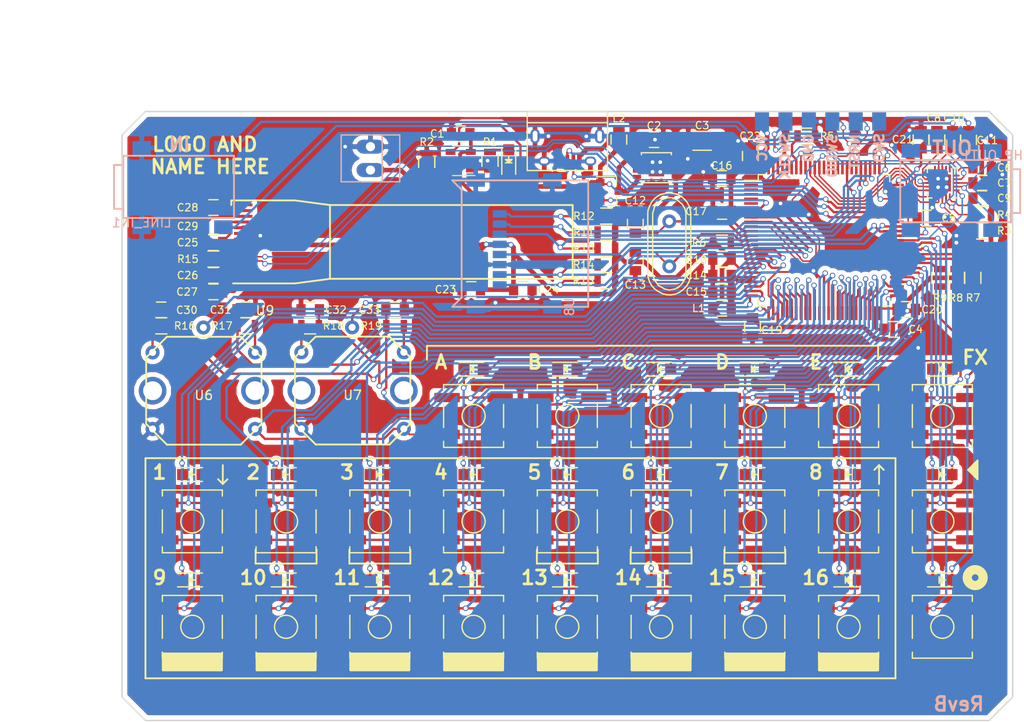
<source format=kicad_pcb>
(kicad_pcb (version 4) (host pcbnew 4.0.4-stable)
  (layers (0 F.Cu signal) (31 B.Cu signal) (34 B.Paste user hide) (35 F.Paste user hide) (36 B.SilkS user) (37 F.SilkS user) (38 B.Mask user) (39 F.Mask user) (44 Edge.Cuts user))
  (net 0 "")
  (net 1 COL1)
  (net 2 ROW1)
  (net 3 ROW2)
  (net 4 ROW3)
  (net 5 COL2)
  (net 6 COL3)
  (net 7 COL4)
  (net 8 COL5)
  (net 9 FX)
  (net 10 SWDIO)
  (net 11 Play)
  (net 12 B8)
  (net 13 Write)
  (net 14 B16)
  (net 15 B7)
  (net 16 B6)
  (net 17 B15)
  (net 18 B14)
  (net 19 B5)
  (net 20 Audio_SCL)
  (net 21 B9)
  (net 22 B4)
  (net 23 Audio_SDA)
  (net 24 B13)
  (net 25 B3)
  (net 26 B12)
  (net 27 B11)
  (net 28 B2)
  (net 29 B10)
  (net 30 B1)
  (net 31 GND)
  (net 32 BA)
  (net 33 BB)
  (net 34 BC)
  (net 35 BD)
  (net 36 BE)
  (net 37 "Net-(R1-Pad1)")
  (net 38 VBAT)
  (net 39 VBUS)
  (net 40 "Net-(R2-Pad2)")
  (net 41 "Net-(U3-Pad4)")
  (net 42 VIN)
  (net 43 "Net-(U3-Pad6)")
  (net 44 "Net-(U3-Pad7)")
  (net 45 "Net-(BAT1-Pad2)")
  (net 46 3V3)
  (net 47 SWCLK)
  (net 48 "Net-(U4-Pad2)")
  (net 49 "Net-(U4-Pad97)")
  (net 50 "Net-(U4-Pad98)")
  (net 51 "Net-(CON1-Pad4)")
  (net 52 FS_DM)
  (net 53 FS_DP)
  (net 54 COL6)
  (net 55 COL7)
  (net 56 COL8)
  (net 57 COL9)
  (net 58 "Net-(C4-Pad1)")
  (net 59 "Net-(C5-Pad1)")
  (net 60 "Net-(C6-Pad1)")
  (net 61 "Net-(C7-Pad2)")
  (net 62 "Net-(C8-Pad2)")
  (net 63 "Net-(C9-Pad2)")
  (net 64 "Net-(C10-Pad2)")
  (net 65 "Net-(C11-Pad2)")
  (net 66 I2S_LRCLK)
  (net 67 I2S_MCLK)
  (net 68 I2S_SCLK)
  (net 69 I2S_DOUT)
  (net 70 I2S_DIN)
  (net 71 "Net-(U5-Pad6)")
  (net 72 "Net-(U5-Pad7)")
  (net 73 "Net-(U5-Pad10)")
  (net 74 "Net-(U5-Pad11)")
  (net 75 "Net-(U4-Pad85)")
  (net 76 WAKEUP)
  (net 77 "Net-(C12-Pad2)")
  (net 78 "Net-(C13-Pad2)")
  (net 79 "Net-(C14-Pad2)")
  (net 80 "Net-(U4-Pad1)")
  (net 81 "Net-(U4-Pad3)")
  (net 82 "Net-(U4-Pad4)")
  (net 83 "Net-(U4-Pad5)")
  (net 84 "Net-(U4-Pad7)")
  (net 85 "Net-(U4-Pad67)")
  (net 86 "Net-(U4-Pad81)")
  (net 87 "Net-(U4-Pad82)")
  (net 88 "Net-(U4-Pad84)")
  (net 89 "Net-(U4-Pad86)")
  (net 90 "Net-(U4-Pad87)")
  (net 91 "Net-(U4-Pad88)")
  (net 92 "Net-(U4-Pad95)")
  (net 93 "Net-(CON1-Pad1)")
  (net 94 "Net-(R5-Pad1)")
  (net 95 "Net-(D1-Pad2)")
  (net 96 "Net-(D10-Pad2)")
  (net 97 "Net-(U4-Pad96)")
  (net 98 SD_DAT0)
  (net 99 SD_DAT1)
  (net 100 SD_DAT2)
  (net 101 SD_DAT3)
  (net 102 SD_CLK)
  (net 103 SD_CMD)
  (net 104 "Net-(C10-Pad1)")
  (net 105 "Net-(C11-Pad1)")
  (net 106 "Net-(HP_OUT1-Pad2)")
  (net 107 "Net-(HP_OUT1-Pad1)")
  (net 108 "Net-(HP_OUT1-Pad3)")
  (net 109 "Net-(C26-Pad1)")
  (net 110 "Net-(C27-Pad1)")
  (net 111 "Net-(C28-Pad1)")
  (net 112 "Net-(C28-Pad2)")
  (net 113 "Net-(C29-Pad1)")
  (net 114 "Net-(C29-Pad2)")
  (net 115 "Net-(R15-Pad1)")
  (net 116 "Net-(U9-Pad6)")
  (net 117 Screen_NReset)
  (net 118 ENC_1_SW)
  (net 119 ENC_1_B)
  (net 120 ENC_1_A)
  (net 121 ENC_2_SW)
  (net 122 ENC_2_B)
  (net 123 ENC_2_A)
  (net 124 "Net-(D20-Pad2)")
  (net 125 "Net-(R16-Pad1)")
  (net 126 "Net-(R17-Pad2)")
  (net 127 "Net-(R18-Pad1)")
  (net 128 "Net-(R19-Pad2)")
  (net 129 NRST)
  (net 130 "Net-(U10-Pad6)")
  (module Housings_QFP:LQFP-100_14x14mm_Pitch0.5mm (layer F.Cu) (at 156.083 92.71)
    (fp_text reference U4 hide)
    (fp_text value STM32F407VG)
    (pad 1 smd rect (at -7.9 -6) (size 1.5 0.28) (layers F.Cu F.Paste F.Mask) (net 80 "Net-(U4-Pad1)"))
    (pad 2 smd rect (at -7.9 -5.5) (size 1.5 0.28) (layers F.Cu F.Paste F.Mask) (net 48 "Net-(U4-Pad2)"))
    (pad 3 smd rect (at -7.9 -5) (size 1.5 0.28) (layers F.Cu F.Paste F.Mask) (net 81 "Net-(U4-Pad3)"))
    (pad 4 smd rect (at -7.9 -4.5) (size 1.5 0.28) (layers F.Cu F.Paste F.Mask) (net 82 "Net-(U4-Pad4)"))
    (pad 5 smd rect (at -7.9 -4) (size 1.5 0.28) (layers F.Cu F.Paste F.Mask) (net 83 "Net-(U4-Pad5)"))
    (pad 6 smd rect (at -7.9 -3.5) (size 1.5 0.28) (layers F.Cu F.Paste F.Mask) (net 38 VBAT))
    (pad 7 smd rect (at -7.9 -3) (size 1.5 0.28) (layers F.Cu F.Paste F.Mask) (net 84 "Net-(U4-Pad7)"))
    (pad 8 smd rect (at -7.9 -2.5) (size 1.5 0.28) (layers F.Cu F.Paste F.Mask) (net 118 ENC_1_SW))
    (pad 9 smd rect (at -7.9 -2) (size 1.5 0.28) (layers F.Cu F.Paste F.Mask) (net 121 ENC_2_SW))
    (pad 10 smd rect (at -7.9 -1.5) (size 1.5 0.28) (layers F.Cu F.Paste F.Mask) (net 31 GND))
    (pad 11 smd rect (at -7.9 -1) (size 1.5 0.28) (layers F.Cu F.Paste F.Mask) (net 46 3V3))
    (pad 12 smd rect (at -7.9 -0.5) (size 1.5 0.28) (layers F.Cu F.Paste F.Mask) (net 77 "Net-(C12-Pad2)"))
    (pad 13 smd rect (at -7.9 0) (size 1.5 0.28) (layers F.Cu F.Paste F.Mask) (net 78 "Net-(C13-Pad2)"))
    (pad 14 smd rect (at -7.9 0.5) (size 1.5 0.28) (layers F.Cu F.Paste F.Mask) (net 129 NRST))
    (pad 15 smd rect (at -7.9 1) (size 1.5 0.28) (layers F.Cu F.Paste F.Mask) (net 1 COL1))
    (pad 16 smd rect (at -7.9 1.5) (size 1.5 0.28) (layers F.Cu F.Paste F.Mask) (net 30 B1))
    (pad 17 smd rect (at -7.9 2) (size 1.5 0.28) (layers F.Cu F.Paste F.Mask) (net 5 COL2))
    (pad 18 smd rect (at -7.9 2.5) (size 1.5 0.28) (layers F.Cu F.Paste F.Mask) (net 21 B9))
    (pad 19 smd rect (at -7.9 3) (size 1.5 0.28) (layers F.Cu F.Paste F.Mask) (net 46 3V3))
    (pad 20 smd rect (at -7.9 3.5) (size 1.5 0.28) (layers F.Cu F.Paste F.Mask) (net 31 GND))
    (pad 21 smd rect (at -7.9 4) (size 1.5 0.28) (layers F.Cu F.Paste F.Mask) (net 79 "Net-(C14-Pad2)"))
    (pad 22 smd rect (at -7.9 4.5) (size 1.5 0.28) (layers F.Cu F.Paste F.Mask) (net 79 "Net-(C14-Pad2)"))
    (pad 23 smd rect (at -7.9 5) (size 1.5 0.28) (layers F.Cu F.Paste F.Mask) (net 76 WAKEUP))
    (pad 24 smd rect (at -7.9 5.5) (size 1.5 0.28) (layers F.Cu F.Paste F.Mask) (net 119 ENC_1_B))
    (pad 25 smd rect (at -7.9 6) (size 1.5 0.28) (layers F.Cu F.Paste F.Mask) (net 28 B2))
    (pad 26 smd rect (at -6 7.9 90) (size 1.5 0.28) (layers F.Cu F.Paste F.Mask) (net 29 B10))
    (pad 27 smd rect (at -5.5 7.9 90) (size 1.5 0.28) (layers F.Cu F.Paste F.Mask) (net 31 GND))
    (pad 28 smd rect (at -5 7.9 90) (size 1.5 0.28) (layers F.Cu F.Paste F.Mask) (net 46 3V3))
    (pad 29 smd rect (at -4.5 7.9 90) (size 1.5 0.28) (layers F.Cu F.Paste F.Mask) (net 6 COL3))
    (pad 30 smd rect (at -4 7.9 90) (size 1.5 0.28) (layers F.Cu F.Paste F.Mask) (net 120 ENC_1_A))
    (pad 31 smd rect (at -3.5 7.9 90) (size 1.5 0.28) (layers F.Cu F.Paste F.Mask) (net 123 ENC_2_A))
    (pad 32 smd rect (at -3 7.9 90) (size 1.5 0.28) (layers F.Cu F.Paste F.Mask) (net 122 ENC_2_B))
    (pad 33 smd rect (at -2.5 7.9 90) (size 1.5 0.28) (layers F.Cu F.Paste F.Mask) (net 25 B3))
    (pad 34 smd rect (at -2 7.9 90) (size 1.5 0.28) (layers F.Cu F.Paste F.Mask) (net 27 B11))
    (pad 35 smd rect (at -1.5 7.9 90) (size 1.5 0.28) (layers F.Cu F.Paste F.Mask) (net 7 COL4))
    (pad 36 smd rect (at -1 7.9 90) (size 1.5 0.28) (layers F.Cu F.Paste F.Mask) (net 32 BA))
    (pad 37 smd rect (at -0.5 7.9 90) (size 1.5 0.28) (layers F.Cu F.Paste F.Mask) (net 31 GND))
    (pad 38 smd rect (at 0 7.9 90) (size 1.5 0.28) (layers F.Cu F.Paste F.Mask) (net 22 B4))
    (pad 39 smd rect (at 0.5 7.9 90) (size 1.5 0.28) (layers F.Cu F.Paste F.Mask) (net 26 B12))
    (pad 40 smd rect (at 1 7.9 90) (size 1.5 0.28) (layers F.Cu F.Paste F.Mask) (net 8 COL5))
    (pad 41 smd rect (at 1.5 7.9 90) (size 1.5 0.28) (layers F.Cu F.Paste F.Mask) (net 33 BB))
    (pad 42 smd rect (at 2 7.9 90) (size 1.5 0.28) (layers F.Cu F.Paste F.Mask) (net 19 B5))
    (pad 43 smd rect (at 2.5 7.9 90) (size 1.5 0.28) (layers F.Cu F.Paste F.Mask) (net 24 B13))
    (pad 44 smd rect (at 3 7.9 90) (size 1.5 0.28) (layers F.Cu F.Paste F.Mask) (net 54 COL6))
    (pad 45 smd rect (at 3.5 7.9 90) (size 1.5 0.28) (layers F.Cu F.Paste F.Mask) (net 34 BC))
    (pad 46 smd rect (at 4 7.9 90) (size 1.5 0.28) (layers F.Cu F.Paste F.Mask) (net 16 B6))
    (pad 47 smd rect (at 4.5 7.9 90) (size 1.5 0.28) (layers F.Cu F.Paste F.Mask) (net 18 B14))
    (pad 48 smd rect (at 5 7.9 90) (size 1.5 0.28) (layers F.Cu F.Paste F.Mask) (net 55 COL7))
    (pad 49 smd rect (at 5.5 7.9 90) (size 1.5 0.28) (layers F.Cu F.Paste F.Mask) (net 58 "Net-(C4-Pad1)"))
    (pad 50 smd rect (at 6 7.9 90) (size 1.5 0.28) (layers F.Cu F.Paste F.Mask) (net 46 3V3))
    (pad 51 smd rect (at 7.9 6) (size 1.5 0.28) (layers F.Cu F.Paste F.Mask) (net 17 B15))
    (pad 52 smd rect (at 7.9 5.5) (size 1.5 0.28) (layers F.Cu F.Paste F.Mask) (net 15 B7))
    (pad 53 smd rect (at 7.9 5) (size 1.5 0.28) (layers F.Cu F.Paste F.Mask) (net 35 BD))
    (pad 54 smd rect (at 7.9 4.5) (size 1.5 0.28) (layers F.Cu F.Paste F.Mask) (net 56 COL8))
    (pad 55 smd rect (at 7.9 4) (size 1.5 0.28) (layers F.Cu F.Paste F.Mask) (net 36 BE))
    (pad 56 smd rect (at 7.9 3.5) (size 1.5 0.28) (layers F.Cu F.Paste F.Mask) (net 12 B8))
    (pad 57 smd rect (at 7.9 3) (size 1.5 0.28) (layers F.Cu F.Paste F.Mask) (net 14 B16))
    (pad 58 smd rect (at 7.9 2.5) (size 1.5 0.28) (layers F.Cu F.Paste F.Mask) (net 4 ROW3))
    (pad 59 smd rect (at 7.9 2) (size 1.5 0.28) (layers F.Cu F.Paste F.Mask) (net 3 ROW2))
    (pad 60 smd rect (at 7.9 1.5) (size 1.5 0.28) (layers F.Cu F.Paste F.Mask) (net 2 ROW1))
    (pad 61 smd rect (at 7.9 1) (size 1.5 0.28) (layers F.Cu F.Paste F.Mask) (net 57 COL9))
    (pad 62 smd rect (at 7.9 0.5) (size 1.5 0.28) (layers F.Cu F.Paste F.Mask) (net 9 FX))
    (pad 63 smd rect (at 7.9 0) (size 1.5 0.28) (layers F.Cu F.Paste F.Mask) (net 11 Play))
    (pad 64 smd rect (at 7.9 -0.5) (size 1.5 0.28) (layers F.Cu F.Paste F.Mask) (net 67 I2S_MCLK))
    (pad 65 smd rect (at 7.9 -1) (size 1.5 0.28) (layers F.Cu F.Paste F.Mask) (net 98 SD_DAT0))
    (pad 66 smd rect (at 7.9 -1.5) (size 1.5 0.28) (layers F.Cu F.Paste F.Mask) (net 99 SD_DAT1))
    (pad 67 smd rect (at 7.9 -2) (size 1.5 0.28) (layers F.Cu F.Paste F.Mask) (net 85 "Net-(U4-Pad67)"))
    (pad 68 smd rect (at 7.9 -2.5) (size 1.5 0.28) (layers F.Cu F.Paste F.Mask) (net 39 VBUS))
    (pad 69 smd rect (at 7.9 -3) (size 1.5 0.28) (layers F.Cu F.Paste F.Mask) (net 13 Write))
    (pad 70 smd rect (at 7.9 -3.5) (size 1.5 0.28) (layers F.Cu F.Paste F.Mask) (net 52 FS_DM))
    (pad 71 smd rect (at 7.9 -4) (size 1.5 0.28) (layers F.Cu F.Paste F.Mask) (net 53 FS_DP))
    (pad 72 smd rect (at 7.9 -4.5) (size 1.5 0.28) (layers F.Cu F.Paste F.Mask) (net 10 SWDIO))
    (pad 73 smd rect (at 7.9 -5) (size 1.5 0.28) (layers F.Cu F.Paste F.Mask) (net 59 "Net-(C5-Pad1)"))
    (pad 74 smd rect (at 7.9 -5.5) (size 1.5 0.28) (layers F.Cu F.Paste F.Mask) (net 31 GND))
    (pad 75 smd rect (at 7.9 -6) (size 1.5 0.28) (layers F.Cu F.Paste F.Mask) (net 46 3V3))
    (pad 76 smd rect (at 6 -7.9 90) (size 1.5 0.28) (layers F.Cu F.Paste F.Mask) (net 47 SWCLK))
    (pad 77 smd rect (at 5.5 -7.9 90) (size 1.5 0.28) (layers F.Cu F.Paste F.Mask) (net 66 I2S_LRCLK))
    (pad 78 smd rect (at 5 -7.9 90) (size 1.5 0.28) (layers F.Cu F.Paste F.Mask) (net 100 SD_DAT2))
    (pad 79 smd rect (at 4.5 -7.9 90) (size 1.5 0.28) (layers F.Cu F.Paste F.Mask) (net 101 SD_DAT3))
    (pad 80 smd rect (at 4 -7.9 90) (size 1.5 0.28) (layers F.Cu F.Paste F.Mask) (net 102 SD_CLK))
    (pad 81 smd rect (at 3.5 -7.9 90) (size 1.5 0.28) (layers F.Cu F.Paste F.Mask) (net 86 "Net-(U4-Pad81)"))
    (pad 82 smd rect (at 3 -7.9 90) (size 1.5 0.28) (layers F.Cu F.Paste F.Mask) (net 87 "Net-(U4-Pad82)"))
    (pad 83 smd rect (at 2.5 -7.9 90) (size 1.5 0.28) (layers F.Cu F.Paste F.Mask) (net 103 SD_CMD))
    (pad 84 smd rect (at 2 -7.9 90) (size 1.5 0.28) (layers F.Cu F.Paste F.Mask) (net 88 "Net-(U4-Pad84)"))
    (pad 85 smd rect (at 1.5 -7.9 90) (size 1.5 0.28) (layers F.Cu F.Paste F.Mask) (net 75 "Net-(U4-Pad85)"))
    (pad 86 smd rect (at 1 -7.9 90) (size 1.5 0.28) (layers F.Cu F.Paste F.Mask) (net 89 "Net-(U4-Pad86)"))
    (pad 87 smd rect (at 0.5 -7.9 90) (size 1.5 0.28) (layers F.Cu F.Paste F.Mask) (net 90 "Net-(U4-Pad87)"))
    (pad 88 smd rect (at 0 -7.9 90) (size 1.5 0.28) (layers F.Cu F.Paste F.Mask) (net 91 "Net-(U4-Pad88)"))
    (pad 89 smd rect (at -0.5 -7.9 90) (size 1.5 0.28) (layers F.Cu F.Paste F.Mask) (net 68 I2S_SCLK))
    (pad 90 smd rect (at -1 -7.9 90) (size 1.5 0.28) (layers F.Cu F.Paste F.Mask) (net 69 I2S_DOUT))
    (pad 91 smd rect (at -1.5 -7.9 90) (size 1.5 0.28) (layers F.Cu F.Paste F.Mask) (net 70 I2S_DIN))
    (pad 92 smd rect (at -2 -7.9 90) (size 1.5 0.28) (layers F.Cu F.Paste F.Mask) (net 20 Audio_SCL))
    (pad 93 smd rect (at -2.5 -7.9 90) (size 1.5 0.28) (layers F.Cu F.Paste F.Mask) (net 23 Audio_SDA))
    (pad 94 smd rect (at -3 -7.9 90) (size 1.5 0.28) (layers F.Cu F.Paste F.Mask) (net 94 "Net-(R5-Pad1)"))
    (pad 95 smd rect (at -3.5 -7.9 90) (size 1.5 0.28) (layers F.Cu F.Paste F.Mask) (net 92 "Net-(U4-Pad95)"))
    (pad 96 smd rect (at -4 -7.9 90) (size 1.5 0.28) (layers F.Cu F.Paste F.Mask) (net 97 "Net-(U4-Pad96)"))
    (pad 97 smd rect (at -4.5 -7.9 90) (size 1.5 0.28) (layers F.Cu F.Paste F.Mask) (net 49 "Net-(U4-Pad97)"))
    (pad 98 smd rect (at -5 -7.9 90) (size 1.5 0.28) (layers F.Cu F.Paste F.Mask) (net 50 "Net-(U4-Pad98)"))
    (pad 99 smd rect (at -5.5 -7.9 90) (size 1.5 0.28) (layers F.Cu F.Paste F.Mask) (net 31 GND))
    (pad 100 smd rect (at -6 -7.9 90) (size 1.5 0.28) (layers F.Cu F.Paste F.Mask) (net 46 3V3))
  )
  (module Capacitors_SMD:C_0805 (layer F.Cu) (at 89.916 96.52 180)
    (fp_text reference C26 (at 2.794 0.013 360) (layer F.SilkS) (effects (font (size 0.8 0.8) (thickness 0.125))))
    (fp_text value 10uF)
    (pad 1 smd rect (at -1 0 180) (size 1 1.25) (layers F.Cu F.Paste F.Mask) (net 109 "Net-(C26-Pad1)"))
    (pad 2 smd rect (at 1 0 180) (size 1 1.25) (layers F.Cu F.Paste F.Mask) (net 31 GND))
  )
  (module Capacitors_SMD:C_0805 (layer F.Cu) (at 89.916 98.298 180)
    (fp_text reference C27 (at 2.8575 0 360) (layer F.SilkS) (effects (font (size 0.8 0.8) (thickness 0.125))))
    (fp_text value 10uF)
    (pad 1 smd rect (at -1 0 180) (size 1 1.25) (layers F.Cu F.Paste F.Mask) (net 110 "Net-(C27-Pad1)"))
    (pad 2 smd rect (at 1 0 180) (size 1 1.25) (layers F.Cu F.Paste F.Mask) (net 31 GND))
  )
  (module Connect:PINHEAD1-2 (layer B.Cu) (at 106.934 83.82 90)
    (fp_text reference BT1 hide)
    (fp_text value BATTERY)
    (pad 1 thru_hole oval (at -1.27 0 90) (size 1.50622 3.01498) (drill 0.99822) (layers *.Cu *.Mask) (net 38 VBAT))
    (pad 2 thru_hole oval (at 1.27 0 90) (size 1.50622 3.01498) (drill 0.99822) (layers *.Cu *.Mask) (net 31 GND))
  )
  (module LEDs:LED_0805 (layer F.Cu) (at 158.75 106.68)
    (fp_text reference D24 hide)
    (fp_text value LED)
    (pad 2 smd rect (at 1.04902 0 180) (size 1.19888 1.19888) (layers F.Cu F.Paste F.Mask) (net 124 "Net-(D20-Pad2)"))
    (pad 1 smd rect (at -1.04902 0 180) (size 1.19888 1.19888) (layers F.Cu F.Paste F.Mask) (net 56 COL8))
  )
  (module Buttons_Switches_SMD:SW_SPST_B3SL-1002P (layer F.Cu) (at 118.11 123.19)
    (fp_text reference SW4 hide)
    (fp_text value SW_PUSH)
    (pad 1 smd rect (at -2.875 -2) (size 2.75 1) (layers F.Cu F.Paste F.Mask) (net 22 B4))
    (pad 1 smd rect (at 2.875 -2) (size 2.75 1) (layers F.Cu F.Paste F.Mask) (net 22 B4))
    (pad 2 smd rect (at 2.875 2) (size 2.75 1) (layers F.Cu F.Paste F.Mask) (net 76 WAKEUP))
    (pad 2 smd rect (at -2.875 2) (size 2.75 1) (layers F.Cu F.Paste F.Mask) (net 76 WAKEUP))
  )
  (module Capacitors_SMD:C_0805 (layer F.Cu) (at 173.228 84.836)
    (fp_text reference C6 (at 2.4003 0) (layer F.SilkS) (effects (font (size 0.8 0.8) (thickness 0.125))))
    (fp_text value 0.1uF)
    (pad 1 smd rect (at -1 0) (size 1 1.25) (layers F.Cu F.Paste F.Mask) (net 60 "Net-(C6-Pad1)"))
    (pad 2 smd rect (at 1 0) (size 1 1.25) (layers F.Cu F.Paste F.Mask) (net 31 GND))
  )
  (module Buttons_Switches_SMD:SW_SPST_B3SL-1002P (layer F.Cu) (at 87.63 123.19)
    (fp_text reference SW1 hide)
    (fp_text value SW_PUSH)
    (pad 1 smd rect (at -2.875 -2) (size 2.75 1) (layers F.Cu F.Paste F.Mask) (net 30 B1))
    (pad 1 smd rect (at 2.875 -2) (size 2.75 1) (layers F.Cu F.Paste F.Mask) (net 30 B1))
    (pad 2 smd rect (at 2.875 2) (size 2.75 1) (layers F.Cu F.Paste F.Mask) (net 76 WAKEUP))
    (pad 2 smd rect (at -2.875 2) (size 2.75 1) (layers F.Cu F.Paste F.Mask) (net 76 WAKEUP))
  )
  (module LEDs:LED_0805 (layer F.Cu) (at 168.91 106.68)
    (fp_text reference D25 hide)
    (fp_text value LED)
    (pad 2 smd rect (at 1.04902 0 180) (size 1.19888 1.19888) (layers F.Cu F.Paste F.Mask) (net 124 "Net-(D20-Pad2)"))
    (pad 1 smd rect (at -1.04902 0 180) (size 1.19888 1.19888) (layers F.Cu F.Paste F.Mask) (net 57 COL9))
  )
  (module Buttons_Switches_SMD:SW_SPST_B3SL-1002P (layer F.Cu) (at 148.59 123.19)
    (fp_text reference SW7 hide)
    (fp_text value SW_PUSH)
    (pad 1 smd rect (at -2.875 -2) (size 2.75 1) (layers F.Cu F.Paste F.Mask) (net 15 B7))
    (pad 1 smd rect (at 2.875 -2) (size 2.75 1) (layers F.Cu F.Paste F.Mask) (net 15 B7))
    (pad 2 smd rect (at 2.875 2) (size 2.75 1) (layers F.Cu F.Paste F.Mask) (net 76 WAKEUP))
    (pad 2 smd rect (at -2.875 2) (size 2.75 1) (layers F.Cu F.Paste F.Mask) (net 76 WAKEUP))
  )
  (module Resistors_SMD:R_0805 (layer F.Cu) (at 119.888 84.074 90)
    (fp_text reference R1 (at 2.032 0 180) (layer F.SilkS) (effects (font (size 0.8 0.8) (thickness 0.125))))
    (fp_text value 1K)
    (pad 1 smd rect (at -0.95 0 90) (size 0.7 1.3) (layers F.Cu F.Paste F.Mask) (net 37 "Net-(R1-Pad1)"))
    (pad 2 smd rect (at 0.95 0 90) (size 0.7 1.3) (layers F.Cu F.Paste F.Mask) (net 45 "Net-(BAT1-Pad2)"))
  )
  (module Buttons_Switches_SMD:SW_SPST_B3SL-1002P (layer F.Cu) (at 158.75 123.19)
    (fp_text reference SW8 hide)
    (fp_text value SW_PUSH)
    (pad 1 smd rect (at -2.875 -2) (size 2.75 1) (layers F.Cu F.Paste F.Mask) (net 12 B8))
    (pad 1 smd rect (at 2.875 -2) (size 2.75 1) (layers F.Cu F.Paste F.Mask) (net 12 B8))
    (pad 2 smd rect (at 2.875 2) (size 2.75 1) (layers F.Cu F.Paste F.Mask) (net 76 WAKEUP))
    (pad 2 smd rect (at -2.875 2) (size 2.75 1) (layers F.Cu F.Paste F.Mask) (net 76 WAKEUP))
  )
  (module Buttons_Switches_SMD:SW_SPST_B3SL-1002P (layer F.Cu) (at 97.79 123.19)
    (fp_text reference SW2 hide)
    (fp_text value SW_PUSH)
    (pad 1 smd rect (at -2.875 -2) (size 2.75 1) (layers F.Cu F.Paste F.Mask) (net 28 B2))
    (pad 1 smd rect (at 2.875 -2) (size 2.75 1) (layers F.Cu F.Paste F.Mask) (net 28 B2))
    (pad 2 smd rect (at 2.875 2) (size 2.75 1) (layers F.Cu F.Paste F.Mask) (net 76 WAKEUP))
    (pad 2 smd rect (at -2.875 2) (size 2.75 1) (layers F.Cu F.Paste F.Mask) (net 76 WAKEUP))
  )
  (module Buttons_Switches_SMD:SW_SPST_B3SL-1002P (layer F.Cu) (at 107.95 123.19)
    (fp_text reference SW3 hide)
    (fp_text value SW_PUSH)
    (pad 1 smd rect (at -2.875 -2) (size 2.75 1) (layers F.Cu F.Paste F.Mask) (net 25 B3))
    (pad 1 smd rect (at 2.875 -2) (size 2.75 1) (layers F.Cu F.Paste F.Mask) (net 25 B3))
    (pad 2 smd rect (at 2.875 2) (size 2.75 1) (layers F.Cu F.Paste F.Mask) (net 76 WAKEUP))
    (pad 2 smd rect (at -2.875 2) (size 2.75 1) (layers F.Cu F.Paste F.Mask) (net 76 WAKEUP))
  )
  (module Buttons_Switches_SMD:SW_SPST_B3SL-1002P (layer F.Cu) (at 128.27 123.19)
    (fp_text reference SW5 hide)
    (fp_text value SW_PUSH)
    (pad 1 smd rect (at -2.875 -2) (size 2.75 1) (layers F.Cu F.Paste F.Mask) (net 19 B5))
    (pad 1 smd rect (at 2.875 -2) (size 2.75 1) (layers F.Cu F.Paste F.Mask) (net 19 B5))
    (pad 2 smd rect (at 2.875 2) (size 2.75 1) (layers F.Cu F.Paste F.Mask) (net 76 WAKEUP))
    (pad 2 smd rect (at -2.875 2) (size 2.75 1) (layers F.Cu F.Paste F.Mask) (net 76 WAKEUP))
  )
  (module Buttons_Switches_SMD:SW_SPST_B3SL-1002P (layer F.Cu) (at 138.43 123.19)
    (fp_text reference SW6 hide)
    (fp_text value SW_PUSH)
    (pad 1 smd rect (at -2.875 -2) (size 2.75 1) (layers F.Cu F.Paste F.Mask) (net 16 B6))
    (pad 1 smd rect (at 2.875 -2) (size 2.75 1) (layers F.Cu F.Paste F.Mask) (net 16 B6))
    (pad 2 smd rect (at 2.875 2) (size 2.75 1) (layers F.Cu F.Paste F.Mask) (net 76 WAKEUP))
    (pad 2 smd rect (at -2.875 2) (size 2.75 1) (layers F.Cu F.Paste F.Mask) (net 76 WAKEUP))
  )
  (module Buttons_Switches_SMD:SW_SPST_B3SL-1002P (layer F.Cu) (at 87.63 134.62)
    (fp_text reference SW9 hide)
    (fp_text value SW_PUSH)
    (pad 1 smd rect (at -2.875 -2) (size 2.75 1) (layers F.Cu F.Paste F.Mask) (net 21 B9))
    (pad 1 smd rect (at 2.875 -2) (size 2.75 1) (layers F.Cu F.Paste F.Mask) (net 21 B9))
    (pad 2 smd rect (at 2.875 2) (size 2.75 1) (layers F.Cu F.Paste F.Mask) (net 76 WAKEUP))
    (pad 2 smd rect (at -2.875 2) (size 2.75 1) (layers F.Cu F.Paste F.Mask) (net 76 WAKEUP))
  )
  (module Buttons_Switches_SMD:SW_SPST_B3SL-1002P (layer F.Cu) (at 97.79 134.62)
    (fp_text reference SW10 hide)
    (fp_text value SW_PUSH)
    (pad 1 smd rect (at -2.875 -2) (size 2.75 1) (layers F.Cu F.Paste F.Mask) (net 29 B10))
    (pad 1 smd rect (at 2.875 -2) (size 2.75 1) (layers F.Cu F.Paste F.Mask) (net 29 B10))
    (pad 2 smd rect (at 2.875 2) (size 2.75 1) (layers F.Cu F.Paste F.Mask) (net 76 WAKEUP))
    (pad 2 smd rect (at -2.875 2) (size 2.75 1) (layers F.Cu F.Paste F.Mask) (net 76 WAKEUP))
  )
  (module Buttons_Switches_SMD:SW_SPST_B3SL-1002P (layer F.Cu) (at 107.95 134.62)
    (fp_text reference SW11 hide)
    (fp_text value SW_PUSH)
    (pad 1 smd rect (at -2.875 -2) (size 2.75 1) (layers F.Cu F.Paste F.Mask) (net 27 B11))
    (pad 1 smd rect (at 2.875 -2) (size 2.75 1) (layers F.Cu F.Paste F.Mask) (net 27 B11))
    (pad 2 smd rect (at 2.875 2) (size 2.75 1) (layers F.Cu F.Paste F.Mask) (net 76 WAKEUP))
    (pad 2 smd rect (at -2.875 2) (size 2.75 1) (layers F.Cu F.Paste F.Mask) (net 76 WAKEUP))
  )
  (module Buttons_Switches_SMD:SW_SPST_B3SL-1002P (layer F.Cu) (at 118.11 134.62)
    (fp_text reference SW12 hide)
    (fp_text value SW_PUSH)
    (pad 1 smd rect (at -2.875 -2) (size 2.75 1) (layers F.Cu F.Paste F.Mask) (net 26 B12))
    (pad 1 smd rect (at 2.875 -2) (size 2.75 1) (layers F.Cu F.Paste F.Mask) (net 26 B12))
    (pad 2 smd rect (at 2.875 2) (size 2.75 1) (layers F.Cu F.Paste F.Mask) (net 76 WAKEUP))
    (pad 2 smd rect (at -2.875 2) (size 2.75 1) (layers F.Cu F.Paste F.Mask) (net 76 WAKEUP))
  )
  (module Buttons_Switches_SMD:SW_SPST_B3SL-1002P (layer F.Cu) (at 128.27 134.62)
    (fp_text reference SW13 hide)
    (fp_text value SW_PUSH)
    (pad 1 smd rect (at -2.875 -2) (size 2.75 1) (layers F.Cu F.Paste F.Mask) (net 24 B13))
    (pad 1 smd rect (at 2.875 -2) (size 2.75 1) (layers F.Cu F.Paste F.Mask) (net 24 B13))
    (pad 2 smd rect (at 2.875 2) (size 2.75 1) (layers F.Cu F.Paste F.Mask) (net 76 WAKEUP))
    (pad 2 smd rect (at -2.875 2) (size 2.75 1) (layers F.Cu F.Paste F.Mask) (net 76 WAKEUP))
  )
  (module Buttons_Switches_SMD:SW_SPST_B3SL-1002P (layer F.Cu) (at 138.43 134.62)
    (fp_text reference SW14 hide)
    (fp_text value SW_PUSH)
    (pad 1 smd rect (at -2.875 -2) (size 2.75 1) (layers F.Cu F.Paste F.Mask) (net 18 B14))
    (pad 1 smd rect (at 2.875 -2) (size 2.75 1) (layers F.Cu F.Paste F.Mask) (net 18 B14))
    (pad 2 smd rect (at 2.875 2) (size 2.75 1) (layers F.Cu F.Paste F.Mask) (net 76 WAKEUP))
    (pad 2 smd rect (at -2.875 2) (size 2.75 1) (layers F.Cu F.Paste F.Mask) (net 76 WAKEUP))
  )
  (module Buttons_Switches_SMD:SW_SPST_B3SL-1002P (layer F.Cu) (at 148.59 134.62)
    (fp_text reference SW15 hide)
    (fp_text value SW_PUSH)
    (pad 1 smd rect (at -2.875 -2) (size 2.75 1) (layers F.Cu F.Paste F.Mask) (net 17 B15))
    (pad 1 smd rect (at 2.875 -2) (size 2.75 1) (layers F.Cu F.Paste F.Mask) (net 17 B15))
    (pad 2 smd rect (at 2.875 2) (size 2.75 1) (layers F.Cu F.Paste F.Mask) (net 76 WAKEUP))
    (pad 2 smd rect (at -2.875 2) (size 2.75 1) (layers F.Cu F.Paste F.Mask) (net 76 WAKEUP))
  )
  (module Buttons_Switches_SMD:SW_SPST_B3SL-1002P (layer F.Cu) (at 158.75 134.62)
    (fp_text reference SW16 hide)
    (fp_text value SW_PUSH)
    (pad 1 smd rect (at -2.875 -2) (size 2.75 1) (layers F.Cu F.Paste F.Mask) (net 14 B16))
    (pad 1 smd rect (at 2.875 -2) (size 2.75 1) (layers F.Cu F.Paste F.Mask) (net 14 B16))
    (pad 2 smd rect (at 2.875 2) (size 2.75 1) (layers F.Cu F.Paste F.Mask) (net 76 WAKEUP))
    (pad 2 smd rect (at -2.875 2) (size 2.75 1) (layers F.Cu F.Paste F.Mask) (net 76 WAKEUP))
  )
  (module Buttons_Switches_SMD:SW_SPST_B3SL-1002P (layer F.Cu) (at 168.91 123.19)
    (fp_text reference Play1 hide)
    (fp_text value SW_PUSH)
    (pad 1 smd rect (at -2.875 -2) (size 2.75 1) (layers F.Cu F.Paste F.Mask) (net 11 Play))
    (pad 1 smd rect (at 2.875 -2) (size 2.75 1) (layers F.Cu F.Paste F.Mask) (net 11 Play))
    (pad 2 smd rect (at 2.875 2) (size 2.75 1) (layers F.Cu F.Paste F.Mask) (net 76 WAKEUP))
    (pad 2 smd rect (at -2.875 2) (size 2.75 1) (layers F.Cu F.Paste F.Mask) (net 76 WAKEUP))
  )
  (module Buttons_Switches_SMD:SW_SPST_B3SL-1002P (layer F.Cu) (at 168.91 134.62)
    (fp_text reference Write1 hide)
    (fp_text value SW_PUSH)
    (pad 1 smd rect (at -2.875 -2) (size 2.75 1) (layers F.Cu F.Paste F.Mask) (net 13 Write))
    (pad 1 smd rect (at 2.875 -2) (size 2.75 1) (layers F.Cu F.Paste F.Mask) (net 13 Write))
    (pad 2 smd rect (at 2.875 2) (size 2.75 1) (layers F.Cu F.Paste F.Mask) (net 76 WAKEUP))
    (pad 2 smd rect (at -2.875 2) (size 2.75 1) (layers F.Cu F.Paste F.Mask) (net 76 WAKEUP))
  )
  (module Buttons_Switches_SMD:SW_SPST_B3SL-1002P (layer F.Cu) (at 168.91 111.76)
    (fp_text reference Play2 hide)
    (fp_text value SW_PUSH)
    (pad 1 smd rect (at -2.875 -2) (size 2.75 1) (layers F.Cu F.Paste F.Mask) (net 9 FX))
    (pad 1 smd rect (at 2.875 -2) (size 2.75 1) (layers F.Cu F.Paste F.Mask) (net 9 FX))
    (pad 2 smd rect (at 2.875 2) (size 2.75 1) (layers F.Cu F.Paste F.Mask) (net 76 WAKEUP))
    (pad 2 smd rect (at -2.875 2) (size 2.75 1) (layers F.Cu F.Paste F.Mask) (net 76 WAKEUP))
  )
  (module Buttons_Switches_SMD:SW_SPST_B3SL-1002P (layer F.Cu) (at 118.11 111.76)
    (fp_text reference SW18 hide)
    (fp_text value SW_PUSH)
    (pad 1 smd rect (at -2.875 -2) (size 2.75 1) (layers F.Cu F.Paste F.Mask) (net 32 BA))
    (pad 1 smd rect (at 2.875 -2) (size 2.75 1) (layers F.Cu F.Paste F.Mask) (net 32 BA))
    (pad 2 smd rect (at 2.875 2) (size 2.75 1) (layers F.Cu F.Paste F.Mask) (net 76 WAKEUP))
    (pad 2 smd rect (at -2.875 2) (size 2.75 1) (layers F.Cu F.Paste F.Mask) (net 76 WAKEUP))
  )
  (module Buttons_Switches_SMD:SW_SPST_B3SL-1002P (layer F.Cu) (at 128.27 111.76)
    (fp_text reference SW19 hide)
    (fp_text value SW_PUSH)
    (pad 1 smd rect (at -2.875 -2) (size 2.75 1) (layers F.Cu F.Paste F.Mask) (net 33 BB))
    (pad 1 smd rect (at 2.875 -2) (size 2.75 1) (layers F.Cu F.Paste F.Mask) (net 33 BB))
    (pad 2 smd rect (at 2.875 2) (size 2.75 1) (layers F.Cu F.Paste F.Mask) (net 76 WAKEUP))
    (pad 2 smd rect (at -2.875 2) (size 2.75 1) (layers F.Cu F.Paste F.Mask) (net 76 WAKEUP))
  )
  (module Buttons_Switches_SMD:SW_SPST_B3SL-1002P (layer F.Cu) (at 138.43 111.76)
    (fp_text reference SW20 hide)
    (fp_text value SW_PUSH)
    (pad 1 smd rect (at -2.875 -2) (size 2.75 1) (layers F.Cu F.Paste F.Mask) (net 34 BC))
    (pad 1 smd rect (at 2.875 -2) (size 2.75 1) (layers F.Cu F.Paste F.Mask) (net 34 BC))
    (pad 2 smd rect (at 2.875 2) (size 2.75 1) (layers F.Cu F.Paste F.Mask) (net 76 WAKEUP))
    (pad 2 smd rect (at -2.875 2) (size 2.75 1) (layers F.Cu F.Paste F.Mask) (net 76 WAKEUP))
  )
  (module Buttons_Switches_SMD:SW_SPST_B3SL-1002P (layer F.Cu) (at 148.59 111.76)
    (fp_text reference SW21 hide)
    (fp_text value SW_PUSH)
    (pad 1 smd rect (at -2.875 -2) (size 2.75 1) (layers F.Cu F.Paste F.Mask) (net 35 BD))
    (pad 1 smd rect (at 2.875 -2) (size 2.75 1) (layers F.Cu F.Paste F.Mask) (net 35 BD))
    (pad 2 smd rect (at 2.875 2) (size 2.75 1) (layers F.Cu F.Paste F.Mask) (net 76 WAKEUP))
    (pad 2 smd rect (at -2.875 2) (size 2.75 1) (layers F.Cu F.Paste F.Mask) (net 76 WAKEUP))
  )
  (module Buttons_Switches_SMD:SW_SPST_B3SL-1002P (layer F.Cu) (at 158.75 111.76)
    (fp_text reference SW22 hide)
    (fp_text value SW_PUSH)
    (pad 1 smd rect (at -2.875 -2) (size 2.75 1) (layers F.Cu F.Paste F.Mask) (net 36 BE))
    (pad 1 smd rect (at 2.875 -2) (size 2.75 1) (layers F.Cu F.Paste F.Mask) (net 36 BE))
    (pad 2 smd rect (at 2.875 2) (size 2.75 1) (layers F.Cu F.Paste F.Mask) (net 76 WAKEUP))
    (pad 2 smd rect (at -2.875 2) (size 2.75 1) (layers F.Cu F.Paste F.Mask) (net 76 WAKEUP))
  )
  (module LEDs:LED_0805 (layer F.Cu) (at 87.63 129.54)
    (fp_text reference D1 hide)
    (fp_text value LED)
    (pad 2 smd rect (at 1.04902 0 180) (size 1.19888 1.19888) (layers F.Cu F.Paste F.Mask) (net 95 "Net-(D1-Pad2)"))
    (pad 1 smd rect (at -1.04902 0 180) (size 1.19888 1.19888) (layers F.Cu F.Paste F.Mask) (net 1 COL1))
  )
  (module LEDs:LED_0805 (layer F.Cu) (at 97.79 129.54)
    (fp_text reference D2 hide)
    (fp_text value LED)
    (pad 2 smd rect (at 1.04902 0 180) (size 1.19888 1.19888) (layers F.Cu F.Paste F.Mask) (net 95 "Net-(D1-Pad2)"))
    (pad 1 smd rect (at -1.04902 0 180) (size 1.19888 1.19888) (layers F.Cu F.Paste F.Mask) (net 5 COL2))
  )
  (module LEDs:LED_0805 (layer F.Cu) (at 107.95 129.54)
    (fp_text reference D3 hide)
    (fp_text value LED)
    (pad 2 smd rect (at 1.04902 0 180) (size 1.19888 1.19888) (layers F.Cu F.Paste F.Mask) (net 95 "Net-(D1-Pad2)"))
    (pad 1 smd rect (at -1.04902 0 180) (size 1.19888 1.19888) (layers F.Cu F.Paste F.Mask) (net 6 COL3))
  )
  (module LEDs:LED_0805 (layer F.Cu) (at 118.11 129.54)
    (fp_text reference D4 hide)
    (fp_text value LED)
    (pad 2 smd rect (at 1.04902 0 180) (size 1.19888 1.19888) (layers F.Cu F.Paste F.Mask) (net 95 "Net-(D1-Pad2)"))
    (pad 1 smd rect (at -1.04902 0 180) (size 1.19888 1.19888) (layers F.Cu F.Paste F.Mask) (net 7 COL4))
  )
  (module LEDs:LED_0805 (layer F.Cu) (at 128.27 129.54)
    (fp_text reference D5 hide)
    (fp_text value LED)
    (pad 2 smd rect (at 1.04902 0 180) (size 1.19888 1.19888) (layers F.Cu F.Paste F.Mask) (net 95 "Net-(D1-Pad2)"))
    (pad 1 smd rect (at -1.04902 0 180) (size 1.19888 1.19888) (layers F.Cu F.Paste F.Mask) (net 8 COL5))
  )
  (module LEDs:LED_0805 (layer F.Cu) (at 138.43 129.54)
    (fp_text reference D6 hide)
    (fp_text value LED)
    (pad 2 smd rect (at 1.04902 0 180) (size 1.19888 1.19888) (layers F.Cu F.Paste F.Mask) (net 95 "Net-(D1-Pad2)"))
    (pad 1 smd rect (at -1.04902 0 180) (size 1.19888 1.19888) (layers F.Cu F.Paste F.Mask) (net 54 COL6))
  )
  (module LEDs:LED_0805 (layer F.Cu) (at 148.59 129.54)
    (fp_text reference D7 hide)
    (fp_text value LED)
    (pad 2 smd rect (at 1.04902 0 180) (size 1.19888 1.19888) (layers F.Cu F.Paste F.Mask) (net 95 "Net-(D1-Pad2)"))
    (pad 1 smd rect (at -1.04902 0 180) (size 1.19888 1.19888) (layers F.Cu F.Paste F.Mask) (net 55 COL7))
  )
  (module LEDs:LED_0805 (layer F.Cu) (at 158.75 129.54)
    (fp_text reference D8 hide)
    (fp_text value LED)
    (pad 2 smd rect (at 1.04902 0 180) (size 1.19888 1.19888) (layers F.Cu F.Paste F.Mask) (net 95 "Net-(D1-Pad2)"))
    (pad 1 smd rect (at -1.04902 0 180) (size 1.19888 1.19888) (layers F.Cu F.Paste F.Mask) (net 56 COL8))
  )
  (module LEDs:LED_0805 (layer F.Cu) (at 168.91 129.54)
    (fp_text reference D9 hide)
    (fp_text value LED)
    (pad 2 smd rect (at 1.04902 0 180) (size 1.19888 1.19888) (layers F.Cu F.Paste F.Mask) (net 95 "Net-(D1-Pad2)"))
    (pad 1 smd rect (at -1.04902 0 180) (size 1.19888 1.19888) (layers F.Cu F.Paste F.Mask) (net 57 COL9))
  )
  (module LEDs:LED_0805 (layer F.Cu) (at 87.63 118.11)
    (fp_text reference D10 hide)
    (fp_text value LED)
    (pad 2 smd rect (at 1.04902 0 180) (size 1.19888 1.19888) (layers F.Cu F.Paste F.Mask) (net 96 "Net-(D10-Pad2)"))
    (pad 1 smd rect (at -1.04902 0 180) (size 1.19888 1.19888) (layers F.Cu F.Paste F.Mask) (net 1 COL1))
  )
  (module LEDs:LED_0805 (layer F.Cu) (at 97.79 118.11)
    (fp_text reference D11 hide)
    (fp_text value LED)
    (pad 2 smd rect (at 1.04902 0 180) (size 1.19888 1.19888) (layers F.Cu F.Paste F.Mask) (net 96 "Net-(D10-Pad2)"))
    (pad 1 smd rect (at -1.04902 0 180) (size 1.19888 1.19888) (layers F.Cu F.Paste F.Mask) (net 5 COL2))
  )
  (module LEDs:LED_0805 (layer F.Cu) (at 107.95 118.11)
    (fp_text reference D12 hide)
    (fp_text value LED)
    (pad 2 smd rect (at 1.04902 0 180) (size 1.19888 1.19888) (layers F.Cu F.Paste F.Mask) (net 96 "Net-(D10-Pad2)"))
    (pad 1 smd rect (at -1.04902 0 180) (size 1.19888 1.19888) (layers F.Cu F.Paste F.Mask) (net 6 COL3))
  )
  (module LEDs:LED_0805 (layer F.Cu) (at 118.11 118.11)
    (fp_text reference D13 hide)
    (fp_text value LED)
    (pad 2 smd rect (at 1.04902 0 180) (size 1.19888 1.19888) (layers F.Cu F.Paste F.Mask) (net 96 "Net-(D10-Pad2)"))
    (pad 1 smd rect (at -1.04902 0 180) (size 1.19888 1.19888) (layers F.Cu F.Paste F.Mask) (net 7 COL4))
  )
  (module LEDs:LED_0805 (layer F.Cu) (at 128.27 118.11)
    (fp_text reference D14 hide)
    (fp_text value LED)
    (pad 2 smd rect (at 1.04902 0 180) (size 1.19888 1.19888) (layers F.Cu F.Paste F.Mask) (net 96 "Net-(D10-Pad2)"))
    (pad 1 smd rect (at -1.04902 0 180) (size 1.19888 1.19888) (layers F.Cu F.Paste F.Mask) (net 8 COL5))
  )
  (module LEDs:LED_0805 (layer F.Cu) (at 138.43 118.11)
    (fp_text reference D15 hide)
    (fp_text value LED)
    (pad 2 smd rect (at 1.04902 0 180) (size 1.19888 1.19888) (layers F.Cu F.Paste F.Mask) (net 96 "Net-(D10-Pad2)"))
    (pad 1 smd rect (at -1.04902 0 180) (size 1.19888 1.19888) (layers F.Cu F.Paste F.Mask) (net 54 COL6))
  )
  (module LEDs:LED_0805 (layer F.Cu) (at 148.59 118.11)
    (fp_text reference D16 hide)
    (fp_text value LED)
    (pad 2 smd rect (at 1.04902 0 180) (size 1.19888 1.19888) (layers F.Cu F.Paste F.Mask) (net 96 "Net-(D10-Pad2)"))
    (pad 1 smd rect (at -1.04902 0 180) (size 1.19888 1.19888) (layers F.Cu F.Paste F.Mask) (net 55 COL7))
  )
  (module LEDs:LED_0805 (layer F.Cu) (at 158.75 118.11)
    (fp_text reference D17 hide)
    (fp_text value LED)
    (pad 2 smd rect (at 1.04902 0 180) (size 1.19888 1.19888) (layers F.Cu F.Paste F.Mask) (net 96 "Net-(D10-Pad2)"))
    (pad 1 smd rect (at -1.04902 0 180) (size 1.19888 1.19888) (layers F.Cu F.Paste F.Mask) (net 56 COL8))
  )
  (module LEDs:LED_0805 (layer F.Cu) (at 168.91 118.11)
    (fp_text reference D18 hide)
    (fp_text value LED)
    (pad 2 smd rect (at 1.04902 0 180) (size 1.19888 1.19888) (layers F.Cu F.Paste F.Mask) (net 96 "Net-(D10-Pad2)"))
    (pad 1 smd rect (at -1.04902 0 180) (size 1.19888 1.19888) (layers F.Cu F.Paste F.Mask) (net 57 COL9))
  )
  (module LEDs:LED_0805 (layer F.Cu) (at 118.11 106.68)
    (fp_text reference D20 hide)
    (fp_text value LED)
    (pad 2 smd rect (at 1.04902 0 180) (size 1.19888 1.19888) (layers F.Cu F.Paste F.Mask) (net 124 "Net-(D20-Pad2)"))
    (pad 1 smd rect (at -1.04902 0 180) (size 1.19888 1.19888) (layers F.Cu F.Paste F.Mask) (net 7 COL4))
  )
  (module LEDs:LED_0805 (layer F.Cu) (at 128.27 106.68)
    (fp_text reference D21 hide)
    (fp_text value LED)
    (pad 2 smd rect (at 1.04902 0 180) (size 1.19888 1.19888) (layers F.Cu F.Paste F.Mask) (net 124 "Net-(D20-Pad2)"))
    (pad 1 smd rect (at -1.04902 0 180) (size 1.19888 1.19888) (layers F.Cu F.Paste F.Mask) (net 8 COL5))
  )
  (module LEDs:LED_0805 (layer F.Cu) (at 138.43 106.68)
    (fp_text reference D22 hide)
    (fp_text value LED)
    (pad 2 smd rect (at 1.04902 0 180) (size 1.19888 1.19888) (layers F.Cu F.Paste F.Mask) (net 124 "Net-(D20-Pad2)"))
    (pad 1 smd rect (at -1.04902 0 180) (size 1.19888 1.19888) (layers F.Cu F.Paste F.Mask) (net 54 COL6))
  )
  (module LEDs:LED_0805 (layer F.Cu) (at 148.59 106.68)
    (fp_text reference D23 hide)
    (fp_text value LED)
    (pad 2 smd rect (at 1.04902 0 180) (size 1.19888 1.19888) (layers F.Cu F.Paste F.Mask) (net 124 "Net-(D20-Pad2)"))
    (pad 1 smd rect (at -1.04902 0 180) (size 1.19888 1.19888) (layers F.Cu F.Paste F.Mask) (net 55 COL7))
  )
  (module TO_SOT_Packages_SMD:SOT-23-5 (layer F.Cu) (at 116.713 84.074 180)
    (fp_text reference U2 hide)
    (fp_text value MCP73831)
    (pad 1 smd rect (at -1.1 -0.95 180) (size 1.06 0.65) (layers F.Cu F.Paste F.Mask) (net 37 "Net-(R1-Pad1)"))
    (pad 2 smd rect (at -1.1 0 180) (size 1.06 0.65) (layers F.Cu F.Paste F.Mask) (net 31 GND))
    (pad 3 smd rect (at -1.1 0.95 180) (size 1.06 0.65) (layers F.Cu F.Paste F.Mask) (net 38 VBAT))
    (pad 4 smd rect (at 1.1 0.95 180) (size 1.06 0.65) (layers F.Cu F.Paste F.Mask) (net 39 VBUS))
    (pad 5 smd rect (at 1.1 -0.95 180) (size 1.06 0.65) (layers F.Cu F.Paste F.Mask) (net 40 "Net-(R2-Pad2)"))
  )
  (module Housings_SSOP:MSOP-8-1EP_3x3mm_Pitch0.65mm (layer F.Cu) (at 137.922 84.836 180)
    (fp_text reference U3 hide)
    (fp_text value BD33IA5)
    (pad 1 smd rect (at -2.105 -0.975 180) (size 0.89 0.42) (layers F.Cu F.Paste F.Mask) (net 46 3V3))
    (pad 2 smd rect (at -2.105 -0.325 180) (size 0.89 0.42) (layers F.Cu F.Paste F.Mask) (net 46 3V3))
    (pad 3 smd rect (at -2.105 0.325 180) (size 0.89 0.42) (layers F.Cu F.Paste F.Mask) (net 31 GND))
    (pad 4 smd rect (at -2.105 0.975 180) (size 0.89 0.42) (layers F.Cu F.Paste F.Mask) (net 41 "Net-(U3-Pad4)"))
    (pad 5 smd rect (at 2.105 0.975 180) (size 0.89 0.42) (layers F.Cu F.Paste F.Mask) (net 42 VIN))
    (pad 6 smd rect (at 2.105 0.325 180) (size 0.89 0.42) (layers F.Cu F.Paste F.Mask) (net 43 "Net-(U3-Pad6)"))
    (pad 7 smd rect (at 2.105 -0.325 180) (size 0.89 0.42) (layers F.Cu F.Paste F.Mask) (net 44 "Net-(U3-Pad7)"))
    (pad 8 smd rect (at 2.105 -0.975 180) (size 0.89 0.42) (layers F.Cu F.Paste F.Mask) (net 42 VIN))
    (pad 9 smd rect (at 0.42 0.47 180) (size 0.84 0.94) (layers F.Cu F.Paste F.Mask) (net 31 GND))
    (pad 9 smd rect (at 0.42 -0.47 180) (size 0.84 0.94) (layers F.Cu F.Paste F.Mask) (net 31 GND))
    (pad 9 smd rect (at -0.42 0.47 180) (size 0.84 0.94) (layers F.Cu F.Paste F.Mask) (net 31 GND))
    (pad 9 smd rect (at -0.42 -0.47 180) (size 0.84 0.94) (layers F.Cu F.Paste F.Mask) (net 31 GND))
  )
  (module Connect:USB_Micro-B (layer F.Cu) (at 128.27 82.55 180)
    (fp_text reference CON1 hide)
    (fp_text value USB-MICRO-B)
    (pad 1 smd rect (at -1.3009 -1.56254 270) (size 1.35 0.4) (layers F.Cu F.Paste F.Mask) (net 93 "Net-(CON1-Pad1)"))
    (pad 2 smd rect (at -0.6509 -1.56254 270) (size 1.35 0.4) (layers F.Cu F.Paste F.Mask) (net 52 FS_DM))
    (pad 3 smd rect (at -0.0009 -1.56254 270) (size 1.35 0.4) (layers F.Cu F.Paste F.Mask) (net 53 FS_DP))
    (pad 4 smd rect (at 0.6491 -1.56254 270) (size 1.35 0.4) (layers F.Cu F.Paste F.Mask) (net 51 "Net-(CON1-Pad4)"))
    (pad 5 smd rect (at 1.2991 -1.56254 270) (size 1.35 0.4) (layers F.Cu F.Paste F.Mask) (net 31 GND))
    (pad 6 thru_hole oval (at -2.5009 -1.56254 270) (size 0.95 1.25) (drill oval 0.55 0.85) (layers *.Cu *.Mask) (net 31 GND))
    (pad 6 thru_hole oval (at 2.4991 -1.56254 270) (size 0.95 1.25) (drill oval 0.55 0.85) (layers *.Cu *.Mask) (net 31 GND))
    (pad 6 thru_hole oval (at -3.5009 1.13746 270) (size 1.55 1) (drill oval 1.15 0.5) (layers *.Cu *.Mask) (net 31 GND))
    (pad 6 thru_hole oval (at 3.4991 1.13746 270) (size 1.55 1) (drill oval 1.15 0.5) (layers *.Cu *.Mask) (net 31 GND))
  )
  (module Capacitors_SMD:C_0805 (layer F.Cu) (at 116.713 81.153 180)
    (fp_text reference C1 (at 2.54 0 180) (layer F.SilkS) (effects (font (size 0.8 0.8) (thickness 0.125))))
    (fp_text value 10uF)
    (pad 1 smd rect (at -1 0 180) (size 1 1.25) (layers F.Cu F.Paste F.Mask) (net 38 VBAT))
    (pad 2 smd rect (at 1 0 180) (size 1 1.25) (layers F.Cu F.Paste F.Mask) (net 31 GND))
  )
  (module Capacitors_SMD:C_0805 (layer F.Cu) (at 137.668 81.788)
    (fp_text reference C2 (at -0.0127 -1.4986) (layer F.SilkS) (effects (font (size 0.8 0.8) (thickness 0.125))))
    (fp_text value 4.7uF)
    (pad 1 smd rect (at -1 0) (size 1 1.25) (layers F.Cu F.Paste F.Mask) (net 42 VIN))
    (pad 2 smd rect (at 1 0) (size 1 1.25) (layers F.Cu F.Paste F.Mask) (net 31 GND))
  )
  (module Capacitors_SMD:C_1206 (layer F.Cu) (at 142.875 81.915 180)
    (fp_text reference C3 (at 0 1.6637 180) (layer F.SilkS) (effects (font (size 0.8 0.8) (thickness 0.125))))
    (fp_text value 47uF)
    (pad 1 smd rect (at -1.5 0 180) (size 1 1.6) (layers F.Cu F.Paste F.Mask) (net 46 3V3))
    (pad 2 smd rect (at 1.5 0 180) (size 1 1.6) (layers F.Cu F.Paste F.Mask) (net 31 GND))
  )
  (module Resistors_SMD:R_0805 (layer F.Cu) (at 113.03 84.201 270)
    (fp_text reference R2 (at -2.159 0 360) (layer F.SilkS) (effects (font (size 0.8 0.8) (thickness 0.125))))
    (fp_text value 10K)
    (pad 1 smd rect (at -0.95 0 270) (size 0.7 1.3) (layers F.Cu F.Paste F.Mask) (net 31 GND))
    (pad 2 smd rect (at 0.95 0 270) (size 0.7 1.3) (layers F.Cu F.Paste F.Mask) (net 40 "Net-(R2-Pad2)"))
  )
  (module TO_SOT_Packages_SMD:SOT-23 (layer F.Cu) (at 132.842 87.376)
    (fp_text reference D27 hide)
    (fp_text value DOUBLE_SCH_KCOM_PMEG2005CT)
    (pad 1 smd rect (at -1 -0.95) (size 0.9 0.8) (layers F.Cu F.Paste F.Mask) (net 39 VBUS))
    (pad 2 smd rect (at -1 0.95) (size 0.9 0.8) (layers F.Cu F.Paste F.Mask) (net 38 VBAT))
    (pad 3 smd rect (at 1 0) (size 0.9 0.8) (layers F.Cu F.Paste F.Mask) (net 42 VIN))
  )
  (module Capacitors_SMD:C_0805 (layer F.Cu) (at 163.576 102.362)
    (fp_text reference C4 (at 2.4511 0) (layer F.SilkS) (effects (font (size 0.8 0.8) (thickness 0.125))))
    (fp_text value 2.2uF)
    (pad 1 smd rect (at -1 0) (size 1 1.25) (layers F.Cu F.Paste F.Mask) (net 58 "Net-(C4-Pad1)"))
    (pad 2 smd rect (at 1 0) (size 1 1.25) (layers F.Cu F.Paste F.Mask) (net 31 GND))
  )
  (module Capacitors_SMD:C_0805 (layer F.Cu) (at 167.1828 90.297)
    (fp_text reference C5 (at 2.413 0 180) (layer F.SilkS) (effects (font (size 0.8 0.8) (thickness 0.125))))
    (fp_text value 2.2uF)
    (pad 1 smd rect (at -1 0) (size 1 1.25) (layers F.Cu F.Paste F.Mask) (net 59 "Net-(C5-Pad1)"))
    (pad 2 smd rect (at 1 0) (size 1 1.25) (layers F.Cu F.Paste F.Mask) (net 31 GND))
  )
  (module Capacitors_SMD:C_0805 (layer F.Cu) (at 173.228 86.487 180)
    (fp_text reference C7 (at -2.4003 0 180) (layer F.SilkS) (effects (font (size 0.8 0.8) (thickness 0.125))))
    (fp_text value 0.1uF)
    (pad 1 smd rect (at -1 0 180) (size 1 1.25) (layers F.Cu F.Paste F.Mask) (net 46 3V3))
    (pad 2 smd rect (at 1 0 180) (size 1 1.25) (layers F.Cu F.Paste F.Mask) (net 61 "Net-(C7-Pad2)"))
  )
  (module Capacitors_SMD:C_0805 (layer F.Cu) (at 168.3258 81.788 270)
    (fp_text reference C8 (at -2.3114 0.3429 360) (layer F.SilkS) (effects (font (size 0.8 0.8) (thickness 0.125))))
    (fp_text value 0.1uF)
    (pad 1 smd rect (at -1 0 270) (size 1 1.25) (layers F.Cu F.Paste F.Mask) (net 46 3V3))
    (pad 2 smd rect (at 1 0 270) (size 1 1.25) (layers F.Cu F.Paste F.Mask) (net 62 "Net-(C8-Pad2)"))
  )
  (module Capacitors_SMD:C_0805 (layer F.Cu) (at 173.228 88.138 180)
    (fp_text reference C9 (at -2.4003 0 180) (layer F.SilkS) (effects (font (size 0.8 0.8) (thickness 0.125))))
    (fp_text value 0.1uF)
    (pad 1 smd rect (at -1 0 180) (size 1 1.25) (layers F.Cu F.Paste F.Mask) (net 46 3V3))
    (pad 2 smd rect (at 1 0 180) (size 1 1.25) (layers F.Cu F.Paste F.Mask) (net 63 "Net-(C9-Pad2)"))
  )
  (module Capacitors_SMD:C_0805 (layer F.Cu) (at 170.0276 81.8134 270)
    (fp_text reference C10 (at -2.3368 -0.1397 360) (layer F.SilkS) (effects (font (size 0.8 0.8) (thickness 0.125))))
    (fp_text value 1uF)
    (pad 1 smd rect (at -1 0 270) (size 1 1.25) (layers F.Cu F.Paste F.Mask) (net 104 "Net-(C10-Pad1)"))
    (pad 2 smd rect (at 1 0 270) (size 1 1.25) (layers F.Cu F.Paste F.Mask) (net 64 "Net-(C10-Pad2)"))
  )
  (module Capacitors_SMD:C_0805 (layer F.Cu) (at 171.7548 81.8134 270)
    (fp_text reference C11 (at 0.0508 -2.032 540) (layer F.SilkS) (effects (font (size 0.8 0.8) (thickness 0.125))))
    (fp_text value 1uF)
    (pad 1 smd rect (at -1 0 270) (size 1 1.25) (layers F.Cu F.Paste F.Mask) (net 105 "Net-(C11-Pad1)"))
    (pad 2 smd rect (at 1 0 270) (size 1 1.25) (layers F.Cu F.Paste F.Mask) (net 65 "Net-(C11-Pad2)"))
  )
  (module Housings_DFN_QFN:UQFN-20-1EP_3x3mm_Pitch0.4mm (layer F.Cu) (at 168.91 86.487 180)
    (fp_text reference U5 hide)
    (fp_text value SGTL5000)
    (pad 1 smd oval (at -1.5 -0.8 180) (size 0.75 0.2) (layers F.Cu F.Paste F.Mask) (net 108 "Net-(HP_OUT1-Pad3)"))
    (pad 2 smd oval (at -1.5 -0.4 180) (size 0.75 0.2) (layers F.Cu F.Paste F.Mask) (net 106 "Net-(HP_OUT1-Pad2)"))
    (pad 3 smd oval (at -1.5 0 180) (size 0.75 0.2) (layers F.Cu F.Paste F.Mask) (net 61 "Net-(C7-Pad2)"))
    (pad 4 smd oval (at -1.5 0.4 180) (size 0.75 0.2) (layers F.Cu F.Paste F.Mask) (net 107 "Net-(HP_OUT1-Pad1)"))
    (pad 5 smd oval (at -1.5 0.8 180) (size 0.75 0.2) (layers F.Cu F.Paste F.Mask) (net 60 "Net-(C6-Pad1)"))
    (pad 6 smd oval (at -0.8 1.5 270) (size 0.75 0.2) (layers F.Cu F.Paste F.Mask) (net 71 "Net-(U5-Pad6)"))
    (pad 7 smd oval (at -0.4 1.5 270) (size 0.75 0.2) (layers F.Cu F.Paste F.Mask) (net 72 "Net-(U5-Pad7)"))
    (pad 8 smd oval (at 0 1.5 270) (size 0.75 0.2) (layers F.Cu F.Paste F.Mask) (net 65 "Net-(C11-Pad2)"))
    (pad 9 smd oval (at 0.4 1.5 270) (size 0.75 0.2) (layers F.Cu F.Paste F.Mask) (net 64 "Net-(C10-Pad2)"))
    (pad 10 smd oval (at 0.8 1.5 270) (size 0.75 0.2) (layers F.Cu F.Paste F.Mask) (net 73 "Net-(U5-Pad10)"))
    (pad 11 smd oval (at 1.5 0.8 180) (size 0.75 0.2) (layers F.Cu F.Paste F.Mask) (net 74 "Net-(U5-Pad11)"))
    (pad 12 smd oval (at 1.5 0.4 180) (size 0.75 0.2) (layers F.Cu F.Paste F.Mask) (net 62 "Net-(C8-Pad2)"))
    (pad 13 smd oval (at 1.5 0 180) (size 0.75 0.2) (layers F.Cu F.Paste F.Mask) (net 67 I2S_MCLK))
    (pad 14 smd oval (at 1.5 -0.4 180) (size 0.75 0.2) (layers F.Cu F.Paste F.Mask) (net 66 I2S_LRCLK))
    (pad 15 smd oval (at 1.5 -0.8 180) (size 0.75 0.2) (layers F.Cu F.Paste F.Mask) (net 68 I2S_SCLK))
    (pad 16 smd oval (at 0.8 -1.5 270) (size 0.75 0.2) (layers F.Cu F.Paste F.Mask) (net 69 I2S_DOUT))
    (pad 17 smd oval (at 0.4 -1.5 270) (size 0.75 0.2) (layers F.Cu F.Paste F.Mask) (net 70 I2S_DIN))
    (pad 18 smd oval (at 0 -1.5 270) (size 0.75 0.2) (layers F.Cu F.Paste F.Mask) (net 23 Audio_SDA))
    (pad 19 smd oval (at -0.4 -1.5 270) (size 0.75 0.2) (layers F.Cu F.Paste F.Mask) (net 20 Audio_SCL))
    (pad 20 smd oval (at -0.8 -1.5 270) (size 0.75 0.2) (layers F.Cu F.Paste F.Mask) (net 63 "Net-(C9-Pad2)"))
    (pad 21 smd rect (at 0.4625 0.4625 180) (size 0.925 0.925) (layers F.Cu F.Paste F.Mask) (net 31 GND))
    (pad 21 smd rect (at 0.4625 -0.4625 180) (size 0.925 0.925) (layers F.Cu F.Paste F.Mask) (net 31 GND))
    (pad 21 smd rect (at -0.4625 0.4625 180) (size 0.925 0.925) (layers F.Cu F.Paste F.Mask) (net 31 GND))
    (pad 21 smd rect (at -0.4625 -0.4625 180) (size 0.925 0.925) (layers F.Cu F.Paste F.Mask) (net 31 GND))
  )
  (module LEDs:LED_0805 (layer F.Cu) (at 121.92 83.947 90)
    (fp_text reference BAT1 hide)
    (fp_text value LED)
    (pad 2 smd rect (at 1.04902 0 270) (size 1.19888 1.19888) (layers F.Cu F.Paste F.Mask) (net 45 "Net-(BAT1-Pad2)"))
    (pad 1 smd rect (at -1.04902 0 270) (size 1.19888 1.19888) (layers F.Cu F.Paste F.Mask) (net 39 VBUS))
  )
  (module Capacitors_SMD:C_0805 (layer F.Cu) (at 135.636 90.932 270)
    (fp_text reference C12 (at -2.54 0 360) (layer F.SilkS) (effects (font (size 0.8 0.8) (thickness 0.125))))
    (fp_text value C)
    (pad 1 smd rect (at -1 0 270) (size 1 1.25) (layers F.Cu F.Paste F.Mask) (net 31 GND))
    (pad 2 smd rect (at 1 0 270) (size 1 1.25) (layers F.Cu F.Paste F.Mask) (net 77 "Net-(C12-Pad2)"))
  )
  (module Capacitors_SMD:C_0805 (layer F.Cu) (at 135.636 94.996 90)
    (fp_text reference C13 (at -2.54 0 180) (layer F.SilkS) (effects (font (size 0.8 0.8) (thickness 0.125))))
    (fp_text value C)
    (pad 1 smd rect (at -1 0 90) (size 1 1.25) (layers F.Cu F.Paste F.Mask) (net 31 GND))
    (pad 2 smd rect (at 1 0 90) (size 1 1.25) (layers F.Cu F.Paste F.Mask) (net 78 "Net-(C13-Pad2)"))
  )
  (module Capacitors_SMD:C_0805 (layer F.Cu) (at 145.034 96.52)
    (fp_text reference C14 (at -2.8067 0) (layer F.SilkS) (effects (font (size 0.8 0.8) (thickness 0.125))))
    (fp_text value 1uF)
    (pad 1 smd rect (at -1 0) (size 1 1.25) (layers F.Cu F.Paste F.Mask) (net 31 GND))
    (pad 2 smd rect (at 1 0) (size 1 1.25) (layers F.Cu F.Paste F.Mask) (net 79 "Net-(C14-Pad2)"))
  )
  (module Capacitors_SMD:C_0805 (layer F.Cu) (at 145.034 98.298)
    (fp_text reference C15 (at -2.7813 0) (layer F.SilkS) (effects (font (size 0.8 0.8) (thickness 0.125))))
    (fp_text value 0.1uF)
    (pad 1 smd rect (at -1 0) (size 1 1.25) (layers F.Cu F.Paste F.Mask) (net 31 GND))
    (pad 2 smd rect (at 1 0) (size 1 1.25) (layers F.Cu F.Paste F.Mask) (net 79 "Net-(C14-Pad2)"))
  )
  (module Capacitors_SMD:C_0805 (layer F.Cu) (at 145 86)
    (fp_text reference C16 (at -0.0041 -1.3799) (layer F.SilkS) (effects (font (size 0.8 0.8) (thickness 0.125))))
    (fp_text value 22uF)
    (pad 1 smd rect (at -1 0) (size 1 1.25) (layers F.Cu F.Paste F.Mask) (net 31 GND))
    (pad 2 smd rect (at 1 0) (size 1 1.25) (layers F.Cu F.Paste F.Mask) (net 46 3V3))
  )
  (module Capacitors_SMD:C_0805 (layer F.Cu) (at 145.034 89.5731)
    (fp_text reference C17 (at -2.8194 0) (layer F.SilkS) (effects (font (size 0.8 0.8) (thickness 0.125))))
    (fp_text value 0.1uF)
    (pad 1 smd rect (at -1 0) (size 1 1.25) (layers F.Cu F.Paste F.Mask) (net 31 GND))
    (pad 2 smd rect (at 1 0) (size 1 1.25) (layers F.Cu F.Paste F.Mask) (net 46 3V3))
  )
  (module Capacitors_SMD:C_0805 (layer F.Cu) (at 145.034 94.742)
    (fp_text reference C18 (at -2.7813 0.1016) (layer F.SilkS) (effects (font (size 0.8 0.8) (thickness 0.125))))
    (fp_text value 0.1uF)
    (pad 1 smd rect (at -1 0) (size 1 1.25) (layers F.Cu F.Paste F.Mask) (net 31 GND))
    (pad 2 smd rect (at 1 0) (size 1 1.25) (layers F.Cu F.Paste F.Mask) (net 46 3V3))
  )
  (module Capacitors_SMD:C_0805 (layer F.Cu) (at 148.336 102.108 90)
    (fp_text reference C19 (at -0.3429 2.0955 180) (layer F.SilkS) (effects (font (size 0.8 0.8) (thickness 0.125))))
    (fp_text value 0.1uF)
    (pad 1 smd rect (at -1 0 90) (size 1 1.25) (layers F.Cu F.Paste F.Mask) (net 31 GND))
    (pad 2 smd rect (at 1 0 90) (size 1 1.25) (layers F.Cu F.Paste F.Mask) (net 46 3V3))
  )
  (module Capacitors_SMD:C_0805 (layer F.Cu) (at 165 100.203 180)
    (fp_text reference C20 (at -2.8051 -0.0127 360) (layer F.SilkS) (effects (font (size 0.8 0.8) (thickness 0.125))))
    (fp_text value 0.1uF)
    (pad 1 smd rect (at -1 0 180) (size 1 1.25) (layers F.Cu F.Paste F.Mask) (net 31 GND))
    (pad 2 smd rect (at 1 0 180) (size 1 1.25) (layers F.Cu F.Paste F.Mask) (net 46 3V3))
  )
  (module Capacitors_SMD:C_0805 (layer F.Cu) (at 166.5986 81.788 270)
    (fp_text reference C21 (at -0.0127 1.9939 540) (layer F.SilkS) (effects (font (size 0.8 0.8) (thickness 0.125))))
    (fp_text value 0.1uF)
    (pad 1 smd rect (at -1 0 270) (size 1 1.25) (layers F.Cu F.Paste F.Mask) (net 31 GND))
    (pad 2 smd rect (at 1 0 270) (size 1 1.25) (layers F.Cu F.Paste F.Mask) (net 46 3V3))
  )
  (module Capacitors_SMD:C_0805 (layer F.Cu) (at 148.10232 83.56524 270)
    (fp_text reference C22 (at -2.15824 0.02032 360) (layer F.SilkS) (effects (font (size 0.8 0.8) (thickness 0.125))))
    (fp_text value 0.1uF)
    (pad 1 smd rect (at -1 0 270) (size 1 1.25) (layers F.Cu F.Paste F.Mask) (net 31 GND))
    (pad 2 smd rect (at 1 0 270) (size 1 1.25) (layers F.Cu F.Paste F.Mask) (net 46 3V3))
  )
  (module Capacitors_SMD:C_0805 (layer F.Cu) (at 145.034 100.076)
    (fp_text reference L1 (at -2.54 0) (layer F.SilkS) (effects (font (size 0.8 0.8) (thickness 0.125))))
    (fp_text value 15Ohm)
    (pad 1 smd rect (at -1 0) (size 1 1.25) (layers F.Cu F.Paste F.Mask) (net 46 3V3))
    (pad 2 smd rect (at 1 0) (size 1 1.25) (layers F.Cu F.Paste F.Mask) (net 79 "Net-(C14-Pad2)"))
  )
  (module Resistors_SMD:R_0805 (layer F.Cu) (at 173.228 91.694 180)
    (fp_text reference R3 (at -2.3876 0.0127 360) (layer F.SilkS) (effects (font (size 0.8 0.8) (thickness 0.125))))
    (fp_text value 10K)
    (pad 1 smd rect (at -0.95 0 180) (size 0.7 1.3) (layers F.Cu F.Paste F.Mask) (net 46 3V3))
    (pad 2 smd rect (at 0.95 0 180) (size 0.7 1.3) (layers F.Cu F.Paste F.Mask) (net 23 Audio_SDA))
  )
  (module Resistors_SMD:R_0805 (layer F.Cu) (at 173.228 89.916 180)
    (fp_text reference R4 (at -2.3876 -0.0381 360) (layer F.SilkS) (effects (font (size 0.8 0.8) (thickness 0.125))))
    (fp_text value 10K)
    (pad 1 smd rect (at -0.95 0 180) (size 0.7 1.3) (layers F.Cu F.Paste F.Mask) (net 46 3V3))
    (pad 2 smd rect (at 0.95 0 180) (size 0.7 1.3) (layers F.Cu F.Paste F.Mask) (net 20 Audio_SCL))
  )
  (module Resistors_SMD:R_0805 (layer F.Cu) (at 154.16784 81.42224)
    (fp_text reference R5 (at 2.24536 -0.01524) (layer F.SilkS) (effects (font (size 0.8 0.8) (thickness 0.125))))
    (fp_text value 10K)
    (pad 1 smd rect (at -0.95 0) (size 0.7 1.3) (layers F.Cu F.Paste F.Mask) (net 94 "Net-(R5-Pad1)"))
    (pad 2 smd rect (at 0.95 0) (size 0.7 1.3) (layers F.Cu F.Paste F.Mask) (net 31 GND))
  )
  (module Resistors_SMD:R_0805 (layer F.Cu) (at 145.034 93.0148 180)
    (fp_text reference R6 (at 2.4892 0.0254 180) (layer F.SilkS) (effects (font (size 0.8 0.8) (thickness 0.125))))
    (fp_text value 10K)
    (pad 1 smd rect (at -0.95 0 180) (size 0.7 1.3) (layers F.Cu F.Paste F.Mask) (net 129 NRST))
    (pad 2 smd rect (at 0.95 0 180) (size 0.7 1.3) (layers F.Cu F.Paste F.Mask) (net 46 3V3))
  )
  (module Resistors_SMD:R_0805 (layer F.Cu) (at 172.212 96.774 270)
    (fp_text reference R7 (at 2.1717 -0.02286 360) (layer F.SilkS) (effects (font (size 0.8 0.8) (thickness 0.125))))
    (fp_text value R)
    (pad 1 smd rect (at -0.95 0 270) (size 0.7 1.3) (layers F.Cu F.Paste F.Mask) (net 2 ROW1))
    (pad 2 smd rect (at 0.95 0 270) (size 0.7 1.3) (layers F.Cu F.Paste F.Mask) (net 95 "Net-(D1-Pad2)"))
  )
  (module Resistors_SMD:R_0805 (layer F.Cu) (at 170.434 96.774 270)
    (fp_text reference R8 (at 2.17678 0.04572 360) (layer F.SilkS) (effects (font (size 0.8 0.8) (thickness 0.125))))
    (fp_text value R)
    (pad 1 smd rect (at -0.95 0 270) (size 0.7 1.3) (layers F.Cu F.Paste F.Mask) (net 3 ROW2))
    (pad 2 smd rect (at 0.95 0 270) (size 0.7 1.3) (layers F.Cu F.Paste F.Mask) (net 96 "Net-(D10-Pad2)"))
  )
  (module Resistors_SMD:R_0805 (layer F.Cu) (at 168.656 96.774 270)
    (fp_text reference R9 (at 2.20218 0.00762 360) (layer F.SilkS) (effects (font (size 0.8 0.8) (thickness 0.125))))
    (fp_text value R)
    (pad 1 smd rect (at -0.95 0 270) (size 0.7 1.3) (layers F.Cu F.Paste F.Mask) (net 4 ROW3))
    (pad 2 smd rect (at 0.95 0 270) (size 0.7 1.3) (layers F.Cu F.Paste F.Mask) (net 124 "Net-(D20-Pad2)"))
  )
  (module Capacitors_SMD:C_0805 (layer F.Cu) (at 133.858 81.788 90)
    (fp_text reference L2 (at 2.286 0 180) (layer F.SilkS) (effects (font (size 0.8 0.8) (thickness 0.125))))
    (fp_text value 15Ohm)
    (pad 1 smd rect (at -1 0 90) (size 1 1.25) (layers F.Cu F.Paste F.Mask) (net 39 VBUS))
    (pad 2 smd rect (at 1 0 90) (size 1 1.25) (layers F.Cu F.Paste F.Mask) (net 93 "Net-(CON1-Pad1)"))
  )
  (module Resistors_SMD:R_0805 (layer F.Cu) (at 132.4991 93.5863 180)
    (fp_text reference R10 (at 2.4384 0 180) (layer F.SilkS) (effects (font (size 0.8 0.8) (thickness 0.125))))
    (fp_text value 10K)
    (pad 1 smd rect (at -0.95 0 180) (size 0.7 1.3) (layers F.Cu F.Paste F.Mask) (net 46 3V3))
    (pad 2 smd rect (at 0.95 0 180) (size 0.7 1.3) (layers F.Cu F.Paste F.Mask) (net 103 SD_CMD))
  )
  (module Resistors_SMD:R_0805 (layer F.Cu) (at 132.4991 91.8337 180)
    (fp_text reference R11 (at 2.4384 0 180) (layer F.SilkS) (effects (font (size 0.8 0.8) (thickness 0.125))))
    (fp_text value 10K)
    (pad 1 smd rect (at -0.95 0 180) (size 0.7 1.3) (layers F.Cu F.Paste F.Mask) (net 46 3V3))
    (pad 2 smd rect (at 0.95 0 180) (size 0.7 1.3) (layers F.Cu F.Paste F.Mask) (net 101 SD_DAT3))
  )
  (module Resistors_SMD:R_0805 (layer F.Cu) (at 132.4991 90.0811 180)
    (fp_text reference R12 (at 2.4384 0 180) (layer F.SilkS) (effects (font (size 0.8 0.8) (thickness 0.125))))
    (fp_text value 10K)
    (pad 1 smd rect (at -0.95 0 180) (size 0.7 1.3) (layers F.Cu F.Paste F.Mask) (net 46 3V3))
    (pad 2 smd rect (at 0.95 0 180) (size 0.7 1.3) (layers F.Cu F.Paste F.Mask) (net 100 SD_DAT2))
  )
  (module Resistors_SMD:R_0805 (layer F.Cu) (at 132.4991 97.0915 180)
    (fp_text reference R13 (at 2.4892 0 180) (layer F.SilkS) (effects (font (size 0.8 0.8) (thickness 0.125))))
    (fp_text value 10K)
    (pad 1 smd rect (at -0.95 0 180) (size 0.7 1.3) (layers F.Cu F.Paste F.Mask) (net 46 3V3))
    (pad 2 smd rect (at 0.95 0 180) (size 0.7 1.3) (layers F.Cu F.Paste F.Mask) (net 99 SD_DAT1))
  )
  (module Resistors_SMD:R_0805 (layer F.Cu) (at 132.4991 95.3389 180)
    (fp_text reference R14 (at 2.4638 -0.0254 180) (layer F.SilkS) (effects (font (size 0.8 0.8) (thickness 0.125))))
    (fp_text value 10K)
    (pad 1 smd rect (at -0.95 0 180) (size 0.7 1.3) (layers F.Cu F.Paste F.Mask) (net 46 3V3))
    (pad 2 smd rect (at 0.95 0 180) (size 0.7 1.3) (layers F.Cu F.Paste F.Mask) (net 98 SD_DAT0))
  )
  (module Capacitors_SMD:C_0805 (layer F.Cu) (at 117.856 98.044 180)
    (fp_text reference C23 (at 2.7813 0 360) (layer F.SilkS) (effects (font (size 0.8 0.8) (thickness 0.125))))
    (fp_text value 0.1uF)
    (pad 1 smd rect (at -1 0 180) (size 1 1.25) (layers F.Cu F.Paste F.Mask) (net 46 3V3))
    (pad 2 smd rect (at 1 0 180) (size 1 1.25) (layers F.Cu F.Paste F.Mask) (net 31 GND))
  )
  (module Capacitors_SMD:C_0805 (layer F.Cu) (at 123.444 98.044)
    (fp_text reference C24 (at 2.7813 0 180) (layer F.SilkS) (effects (font (size 0.8 0.8) (thickness 0.125))))
    (fp_text value 22uF)
    (pad 1 smd rect (at -1 0) (size 1 1.25) (layers F.Cu F.Paste F.Mask) (net 46 3V3))
    (pad 2 smd rect (at 1 0) (size 1 1.25) (layers F.Cu F.Paste F.Mask) (net 31 GND))
  )
  (module Capacitors_SMD:C_0805 (layer F.Cu) (at 89.916 92.964 180)
    (fp_text reference C25 (at 2.794 0.0127 360) (layer F.SilkS) (effects (font (size 0.8 0.8) (thickness 0.125))))
    (fp_text value 10uF)
    (pad 1 smd rect (at -1 0 180) (size 1 1.25) (layers F.Cu F.Paste F.Mask) (net 46 3V3))
    (pad 2 smd rect (at 1 0 180) (size 1 1.25) (layers F.Cu F.Paste F.Mask) (net 31 GND))
  )
  (module Capacitors_SMD:C_0805 (layer F.Cu) (at 89.916 89.154)
    (fp_text reference C28 (at -2.794 0 180) (layer F.SilkS) (effects (font (size 0.8 0.8) (thickness 0.125))))
    (fp_text value 1uF)
    (pad 1 smd rect (at -1 0) (size 1 1.25) (layers F.Cu F.Paste F.Mask) (net 111 "Net-(C28-Pad1)"))
    (pad 2 smd rect (at 1 0) (size 1 1.25) (layers F.Cu F.Paste F.Mask) (net 112 "Net-(C28-Pad2)"))
  )
  (module Capacitors_SMD:C_0805 (layer F.Cu) (at 89.916 91.186)
    (fp_text reference C29 (at -2.794 0 180) (layer F.SilkS) (effects (font (size 0.8 0.8) (thickness 0.125))))
    (fp_text value 1uF)
    (pad 1 smd rect (at -1 0) (size 1 1.25) (layers F.Cu F.Paste F.Mask) (net 113 "Net-(C29-Pad1)"))
    (pad 2 smd rect (at 1 0) (size 1 1.25) (layers F.Cu F.Paste F.Mask) (net 114 "Net-(C29-Pad2)"))
  )
  (module Resistors_SMD:R_0805 (layer F.Cu) (at 89.916 94.742 180)
    (fp_text reference R15 (at 2.7686 0 360) (layer F.SilkS) (effects (font (size 0.8 0.8) (thickness 0.125))))
    (fp_text value R)
    (pad 1 smd rect (at -0.95 0 180) (size 0.7 1.3) (layers F.Cu F.Paste F.Mask) (net 115 "Net-(R15-Pad1)"))
    (pad 2 smd rect (at 0.95 0 180) (size 0.7 1.3) (layers F.Cu F.Paste F.Mask) (net 31 GND))
  )
  (module Capacitors_SMD:C_0805 (layer F.Cu) (at 84.2518 100.2538 180)
    (fp_text reference C30 (at -2.7813 -0.0254 360) (layer F.SilkS) (effects (font (size 0.8 0.8) (thickness 0.125))))
    (fp_text value 0,1uF)
    (pad 1 smd rect (at -1 0 180) (size 1 1.25) (layers F.Cu F.Paste F.Mask) (net 120 ENC_1_A))
    (pad 2 smd rect (at 1 0 180) (size 1 1.25) (layers F.Cu F.Paste F.Mask) (net 31 GND))
  )
  (module Capacitors_SMD:C_0805 (layer F.Cu) (at 93.472 100.2538)
    (fp_text reference C31 (at -2.7813 0 180) (layer F.SilkS) (effects (font (size 0.8 0.8) (thickness 0.125))))
    (fp_text value 0,1uF)
    (pad 1 smd rect (at -1 0) (size 1 1.25) (layers F.Cu F.Paste F.Mask) (net 119 ENC_1_B))
    (pad 2 smd rect (at 1 0) (size 1 1.25) (layers F.Cu F.Paste F.Mask) (net 31 GND))
  )
  (module Capacitors_SMD:C_0805 (layer F.Cu) (at 100.4062 100.2538 180)
    (fp_text reference C32 (at -2.7813 0 360) (layer F.SilkS) (effects (font (size 0.8 0.8) (thickness 0.125))))
    (fp_text value 0,1uF)
    (pad 1 smd rect (at -1 0 180) (size 1 1.25) (layers F.Cu F.Paste F.Mask) (net 123 ENC_2_A))
    (pad 2 smd rect (at 1 0 180) (size 1 1.25) (layers F.Cu F.Paste F.Mask) (net 31 GND))
  )
  (module Capacitors_SMD:C_0805 (layer F.Cu) (at 109.601 100.2538)
    (fp_text reference C33 (at -2.7813 0 180) (layer F.SilkS) (effects (font (size 0.8 0.8) (thickness 0.125))))
    (fp_text value 0,1uF)
    (pad 1 smd rect (at -1 0) (size 1 1.25) (layers F.Cu F.Paste F.Mask) (net 122 ENC_2_B))
    (pad 2 smd rect (at 1 0) (size 1 1.25) (layers F.Cu F.Paste F.Mask) (net 31 GND))
  )
  (module Resistors_SMD:R_0805 (layer F.Cu) (at 84.2645 101.981)
    (fp_text reference R16 (at 2.54 0 180) (layer F.SilkS) (effects (font (size 0.8 0.8) (thickness 0.125))))
    (fp_text value 27K)
    (pad 1 smd rect (at -0.95 0) (size 0.7 1.3) (layers F.Cu F.Paste F.Mask) (net 125 "Net-(R16-Pad1)"))
    (pad 2 smd rect (at 0.95 0) (size 0.7 1.3) (layers F.Cu F.Paste F.Mask) (net 120 ENC_1_A))
  )
  (module Resistors_SMD:R_0805 (layer F.Cu) (at 93.472 101.981)
    (fp_text reference R17 (at -2.6416 0 180) (layer F.SilkS) (effects (font (size 0.8 0.8) (thickness 0.125))))
    (fp_text value 27K)
    (pad 1 smd rect (at -0.95 0) (size 0.7 1.3) (layers F.Cu F.Paste F.Mask) (net 119 ENC_1_B))
    (pad 2 smd rect (at 0.95 0) (size 0.7 1.3) (layers F.Cu F.Paste F.Mask) (net 126 "Net-(R17-Pad2)"))
  )
  (module Resistors_SMD:R_0805 (layer F.Cu) (at 100.3935 101.981)
    (fp_text reference R18 (at 2.54 0 180) (layer F.SilkS) (effects (font (size 0.8 0.8) (thickness 0.125))))
    (fp_text value 27K)
    (pad 1 smd rect (at -0.95 0) (size 0.7 1.3) (layers F.Cu F.Paste F.Mask) (net 127 "Net-(R18-Pad1)"))
    (pad 2 smd rect (at 0.95 0) (size 0.7 1.3) (layers F.Cu F.Paste F.Mask) (net 123 ENC_2_A))
  )
  (module Resistors_SMD:R_0805 (layer F.Cu) (at 109.601 101.981)
    (fp_text reference R19 (at -2.5781 0 180) (layer F.SilkS) (effects (font (size 0.8 0.8) (thickness 0.125))))
    (fp_text value 27K)
    (pad 1 smd rect (at -0.95 0) (size 0.7 1.3) (layers F.Cu F.Paste F.Mask) (net 122 ENC_2_B))
    (pad 2 smd rect (at 0.95 0) (size 0.7 1.3) (layers F.Cu F.Paste F.Mask) (net 128 "Net-(R19-Pad2)"))
  )
  (module stm32f4-disco:STM32_SWD_Connector_SMD (layer B.Cu) (at 146.8247 81.3435 270)
    (fp_text reference U10 hide)
    (fp_text value STM32_SWD_Connector)
    (pad 1 smd rect (at -1.524 -2.54 270) (size 2 1.524) (layers B.Cu B.Paste B.Mask) (net 46 3V3))
    (pad 2 smd rect (at -1.524 -5.08 270) (size 2 1.524) (layers B.Cu B.Paste B.Mask) (net 47 SWCLK))
    (pad 3 smd rect (at -1.524 -7.62 270) (size 2 1.524) (layers B.Cu B.Paste B.Mask) (net 31 GND))
    (pad 4 smd rect (at -1.524 -10.16 270) (size 2 1.524) (layers B.Cu B.Paste B.Mask) (net 10 SWDIO))
    (pad 5 smd rect (at -1.524 -12.7 270) (size 2 1.524) (layers B.Cu B.Paste B.Mask) (net 129 NRST))
    (pad 6 smd rect (at -1.524 -15.24 270) (size 2 1.524) (layers B.Cu B.Paste B.Mask) (net 130 "Net-(U10-Pad6)"))
  )
  (module Crystals:Crystal_HC49-U_Vertical (layer F.Cu) (at 139.319 93.091 270)
    (fp_text reference X1 hide)
    (fp_text value CRYSTAL)
    (pad 1 thru_hole circle (at -2.44094 0 270) (size 1.50114 1.50114) (drill 0.8001) (layers *.Cu *.Mask) (net 77 "Net-(C12-Pad2)"))
    (pad 2 thru_hole circle (at 2.44094 0 270) (size 1.50114 1.50114) (drill 0.8001) (layers *.Cu *.Mask) (net 78 "Net-(C13-Pad2)"))
  )
  (module POSS:lumberg_3.5_audio_jack_1503_02 (layer B.Cu) (at 174.3456 83 180)
    (fp_text reference HP_OUT1 (at 0 -0.5 180) (layer B.SilkS) (effects (justify mirror)))
    (fp_text value 3.5_audio_jack)
    (pad 2 smd rect (at 0 0 180) (size 2 1.5) (layers B.Cu B.Paste B.Mask) (net 106 "Net-(HP_OUT1-Pad2)"))
    (pad 1 smd rect (at 8.85 0 180) (size 2 1.5) (layers B.Cu B.Paste B.Mask) (net 107 "Net-(HP_OUT1-Pad1)"))
    (pad 2 smd rect (at 0 -8.6 180) (size 2 1.5) (layers B.Cu B.Paste B.Mask) (net 106 "Net-(HP_OUT1-Pad2)"))
    (pad 3 smd rect (at 8.85 -8.6 180) (size 2 1.5) (layers B.Cu B.Paste B.Mask) (net 108 "Net-(HP_OUT1-Pad3)"))
  )
  (module POSS:lumberg_3.5_audio_jack_1503_02 (layer B.Cu) (at 82.1436 91.2876)
    (fp_text reference LINE_IN1 (at 0 -0.5) (layer B.SilkS) (effects (justify mirror)))
    (fp_text value 3.5_audio_jack)
    (pad 2 smd rect (at 0 0) (size 2 1.5) (layers B.Cu B.Paste B.Mask) (net 31 GND))
    (pad 1 smd rect (at 8.85 0) (size 2 1.5) (layers B.Cu B.Paste B.Mask) (net 104 "Net-(C10-Pad1)"))
    (pad 2 smd rect (at 0 -8.6) (size 2 1.5) (layers B.Cu B.Paste B.Mask) (net 31 GND))
    (pad 3 smd rect (at 8.85 -8.6) (size 2 1.5) (layers B.Cu B.Paste B.Mask) (net 105 "Net-(C11-Pad1)"))
  )
  (module POSS:encoder_EC12D (layer F.Cu) (at 88.8746 109.0168)
    (fp_text reference U6 (at 0 0.5) (layer F.SilkS))
    (fp_text value encoder_and_switch)
    (pad 5 thru_hole circle (at -0.05 -6.85) (size 1.524 1.524) (drill 0.762) (layers *.Cu *.Mask) (net 118 ENC_1_SW))
    (pad 4 thru_hole circle (at 5.55 4.15) (size 1.524 1.524) (drill 0.762) (layers *.Cu *.Mask) (net 76 WAKEUP))
    (pad 3 thru_hole circle (at -5.55 4.15) (size 1.524 1.524) (drill 0.762) (layers *.Cu *.Mask) (net 31 GND))
    (pad 2 thru_hole circle (at 5.55 -4.15) (size 1.524 1.524) (drill 0.762) (layers *.Cu *.Mask) (net 126 "Net-(R17-Pad2)"))
    (pad 1 thru_hole circle (at -5.55 -4.15) (size 1.524 1.524) (drill 0.762) (layers *.Cu *.Mask) (net 125 "Net-(R16-Pad1)"))
    (pad 6 thru_hole circle (at -5.55 0) (size 3 3) (drill 2.05) (layers *.Cu *.Mask))
    (pad 6 thru_hole circle (at 5.55 0) (size 3 3) (drill 2.05) (layers *.Cu *.Mask))
  )
  (module POSS:encoder_EC12D (layer F.Cu) (at 105 109)
    (fp_text reference U7 (at 0 0.5) (layer F.SilkS))
    (fp_text value encoder_and_switch)
    (pad 5 thru_hole circle (at -0.05 -6.85) (size 1.524 1.524) (drill 0.762) (layers *.Cu *.Mask) (net 121 ENC_2_SW))
    (pad 4 thru_hole circle (at 5.55 4.15) (size 1.524 1.524) (drill 0.762) (layers *.Cu *.Mask) (net 76 WAKEUP))
    (pad 3 thru_hole circle (at -5.55 4.15) (size 1.524 1.524) (drill 0.762) (layers *.Cu *.Mask) (net 31 GND))
    (pad 2 thru_hole circle (at 5.55 -4.15) (size 1.524 1.524) (drill 0.762) (layers *.Cu *.Mask) (net 128 "Net-(R19-Pad2)"))
    (pad 1 thru_hole circle (at -5.55 -4.15) (size 1.524 1.524) (drill 0.762) (layers *.Cu *.Mask) (net 127 "Net-(R18-Pad1)"))
    (pad 6 thru_hole circle (at -5.55 0) (size 3 3) (drill 2.05) (layers *.Cu *.Mask))
    (pad 6 thru_hole circle (at 5.55 0) (size 3 3) (drill 2.05) (layers *.Cu *.Mask))
  )
  (module POSS:MOLEX_microSD_47219-2001 (layer B.Cu) (at 118.3386 99.9236 90)
    (fp_text reference U8 (at 0 10.16 90) (layer B.SilkS) (effects (justify mirror)))
    (fp_text value MOLEX_microSD_47219-2001)
    (pad 9 smd rect (at 0 0 90) (size 1.45 2) (layers B.Cu B.Paste B.Mask) (net 31 GND))
    (pad 9 smd rect (at 13.75 0 90) (size 1.45 2) (layers B.Cu B.Paste B.Mask) (net 31 GND))
    (pad 9 smd rect (at 0 8.3 90) (size 1.45 2) (layers B.Cu B.Paste B.Mask) (net 31 GND))
    (pad 9 smd rect (at 13.75 8.3 90) (size 1.45 2) (layers B.Cu B.Paste B.Mask) (net 31 GND))
    (pad 8 smd rect (at 2.38 2.6 90) (size 0.8 1.5) (layers B.Cu B.Paste B.Mask) (net 99 SD_DAT1))
    (pad 7 smd rect (at 3.48 2.6 90) (size 0.8 1.5) (layers B.Cu B.Paste B.Mask) (net 98 SD_DAT0))
    (pad 6 smd rect (at 4.58 2.6 90) (size 0.8 1.5) (layers B.Cu B.Paste B.Mask) (net 31 GND))
    (pad 5 smd rect (at 5.68 2.6 90) (size 0.8 1.5) (layers B.Cu B.Paste B.Mask) (net 102 SD_CLK))
    (pad 4 smd rect (at 6.78 2.6 90) (size 0.8 1.5) (layers B.Cu B.Paste B.Mask) (net 46 3V3))
    (pad 3 smd rect (at 7.88 2.6 90) (size 0.8 1.5) (layers B.Cu B.Paste B.Mask) (net 103 SD_CMD))
    (pad 2 smd rect (at 8.98 2.6 90) (size 0.8 1.5) (layers B.Cu B.Paste B.Mask) (net 101 SD_DAT3))
    (pad 1 smd rect (at 10.08 2.6 90) (size 0.8 1.5) (layers B.Cu B.Paste B.Mask) (net 100 SD_DAT2))
  )
  (module POSS:MIDAS_MCOT096016AV_OLED (layer F.Cu) (at 91.948 97.282 180)
    (fp_text reference U9 (at -3.556 -3.048 180) (layer F.SilkS))
    (fp_text value SSD1306)
    (pad 1 smd rect (at -1.200564 8.419546) (size 2 0.32) (layers F.Cu F.Paste F.Mask) (net 111 "Net-(C28-Pad1)"))
    (pad 2 smd rect (at -1.200564 7.799546) (size 2 0.32) (layers F.Cu F.Paste F.Mask) (net 112 "Net-(C28-Pad2)"))
    (pad 3 smd rect (at -1.200564 7.179546) (size 2 0.32) (layers F.Cu F.Paste F.Mask) (net 113 "Net-(C29-Pad1)"))
    (pad 4 smd rect (at -1.200564 6.559546) (size 2 0.32) (layers F.Cu F.Paste F.Mask) (net 114 "Net-(C29-Pad2)"))
    (pad 5 smd rect (at -1.200564 5.939546) (size 2 0.32) (layers F.Cu F.Paste F.Mask) (net 46 3V3))
    (pad 6 smd rect (at -1.200564 5.319546) (size 2 0.32) (layers F.Cu F.Paste F.Mask) (net 116 "Net-(U9-Pad6)"))
    (pad 7 smd rect (at -1.200564 4.699546) (size 2 0.32) (layers F.Cu F.Paste F.Mask) (net 31 GND))
    (pad 8 smd rect (at -1.200564 4.079546) (size 2 0.32) (layers F.Cu F.Paste F.Mask) (net 46 3V3))
    (pad 9 smd rect (at -1.200564 3.459546) (size 2 0.32) (layers F.Cu F.Paste F.Mask) (net 117 Screen_NReset))
    (pad 10 smd rect (at -1.200564 2.839546) (size 2 0.32) (layers F.Cu F.Paste F.Mask) (net 20 Audio_SCL))
    (pad 11 smd rect (at -1.200564 2.219546) (size 2 0.32) (layers F.Cu F.Paste F.Mask) (net 23 Audio_SDA))
    (pad 12 smd rect (at -1.200564 1.599546) (size 2 0.32) (layers F.Cu F.Paste F.Mask) (net 115 "Net-(R15-Pad1)"))
    (pad 13 smd rect (at -1.200564 0.979546) (size 2 0.32) (layers F.Cu F.Paste F.Mask) (net 109 "Net-(C26-Pad1)"))
    (pad 14 smd rect (at -1.200564 0.359546) (size 2 0.32) (layers F.Cu F.Paste F.Mask) (net 110 "Net-(C27-Pad1)"))
  )
  (gr_text "LOGO AND \nNAME HERE" (at 89.5604 83.5152) (layer F.SilkS) (effects (font (size 1.5 1.5) (thickness 0.3))))
  (gr_text SWO (at 162.0774 82.7024 90) (layer B.SilkS) (effects (font (size 1 1) (thickness 0.25)) (justify mirror)))
  (gr_text NRST (at 159.4231 83.0961 90) (layer B.SilkS) (effects (font (size 1 1) (thickness 0.25)) (justify mirror)))
  (gr_text SWDIO (at 156.972 83.5533 90) (layer B.SilkS) (effects (font (size 1 1) (thickness 0.25)) (justify mirror)))
  (gr_text GND (at 154.4193 82.7024 90) (layer B.SilkS) (effects (font (size 1 1) (thickness 0.25)) (justify mirror)))
  (gr_text SWCLK (at 151.8666 83.6168 90) (layer B.SilkS) (effects (font (size 1 1) (thickness 0.25)) (justify mirror)))
  (gr_text VCC (at 149.3901 82.7024 90) (layer B.SilkS) (effects (font (size 1 1) (thickness 0.25)) (justify mirror)))
  (gr_text OUT (at 169.9768 82.7278) (layer B.SilkS) (effects (font (size 1.5 1.5) (thickness 0.3)) (justify mirror)))
  (gr_text IN (at 86.233 82.3214) (layer B.SilkS) (effects (font (size 1.5 1.5) (thickness 0.3)) (justify mirror)))
  (gr_line (start 172.466 118.11) (end 172.72 118.364) (angle 90) (layer F.SilkS) (width 0.2))
  (gr_line (start 172.72 117.856) (end 172.466 118.11) (angle 90) (layer F.SilkS) (width 0.2))
  (gr_line (start 172.72 117.348) (end 172.212 117.856) (angle 90) (layer F.SilkS) (width 0.2))
  (gr_line (start 171.958 117.602) (end 172.72 116.84) (angle 90) (layer F.SilkS) (width 0.2))
  (gr_line (start 172.212 117.856) (end 171.958 117.602) (angle 90) (layer F.SilkS) (width 0.2))
  (gr_line (start 172.212 117.094) (end 172.212 117.856) (angle 90) (layer F.SilkS) (width 0.2))
  (gr_line (start 172.466 116.84) (end 172.212 117.094) (angle 90) (layer F.SilkS) (width 0.2))
  (gr_line (start 172.466 118.364) (end 172.466 116.84) (angle 90) (layer F.SilkS) (width 0.2))
  (gr_line (start 172.72 118.364) (end 172.466 118.364) (angle 90) (layer F.SilkS) (width 0.2))
  (gr_line (start 172.72 117.602) (end 172.72 118.364) (angle 90) (layer F.SilkS) (width 0.2))
  (gr_line (start 172.212 118.11) (end 172.72 117.602) (angle 90) (layer F.SilkS) (width 0.2))
  (gr_line (start 172.72 117.094) (end 172.212 117.602) (angle 90) (layer F.SilkS) (width 0.2))
  (gr_line (start 171.958 117.856) (end 172.72 117.094) (angle 90) (layer F.SilkS) (width 0.2))
  (gr_line (start 161.9504 104.14) (end 161.9504 105.41) (angle 90) (layer F.SilkS) (width 0.2))
  (gr_line (start 123.8504 104.14) (end 113.0554 104.14) (angle 90) (layer F.SilkS) (width 0.2))
  (gr_line (start 161.9504 104.14) (end 123.8504 104.14) (angle 90) (layer F.SilkS) (width 0.2))
  (gr_text RevB (at 170.688 143.002) (layer B.SilkS) (effects (font (size 1.5 1.5) (thickness 0.3)) (justify mirror)))
  (gr_line (start 145.288 127.762) (end 145.288 126.238) (angle 90) (layer F.SilkS) (width 0.2))
  (gr_line (start 151.892 127.762) (end 151.892 126.238) (angle 90) (layer F.SilkS) (width 0.2))
  (gr_line (start 135.128 127.762) (end 135.128 126.238) (angle 90) (layer F.SilkS) (width 0.2))
  (gr_line (start 141.732 127.762) (end 141.732 126.238) (angle 90) (layer F.SilkS) (width 0.2))
  (gr_line (start 131.572 127.762) (end 131.572 126.238) (angle 90) (layer F.SilkS) (width 0.2))
  (gr_line (start 124.968 127.762) (end 124.968 126.238) (angle 90) (layer F.SilkS) (width 0.2))
  (gr_line (start 111.252 127.762) (end 111.252 126.238) (angle 90) (layer F.SilkS) (width 0.2))
  (gr_line (start 104.648 127.762) (end 104.648 126.238) (angle 90) (layer F.SilkS) (width 0.2))
  (gr_line (start 101.092 127.762) (end 101.092 126.238) (angle 90) (layer F.SilkS) (width 0.2))
  (gr_line (start 94.488 127.762) (end 94.488 126.238) (angle 90) (layer F.SilkS) (width 0.2))
  (gr_line (start 113.0554 104.14) (end 113.0554 105.664) (angle 90) (layer F.SilkS) (width 0.2))
  (gr_line (start 82.55 116.332) (end 163.83 116.332) (angle 90) (layer F.SilkS) (width 0.2))
  (gr_line (start 82.55 140.208) (end 82.55 116.332) (angle 90) (layer F.SilkS) (width 0.2))
  (gr_line (start 163.83 140.208) (end 82.55 140.208) (angle 90) (layer F.SilkS) (width 0.2))
  (gr_line (start 163.83 116.332) (end 163.83 140.208) (angle 90) (layer F.SilkS) (width 0.2))
  (gr_line (start 82.55 78.74) (end 173.99 78.74) (angle 90) (layer Edge.Cuts) (width 0.15))
  (gr_line (start 80.01 81.28) (end 82.55 78.74) (angle 90) (layer Edge.Cuts) (width 0.15))
  (gr_line (start 80.01 142.24) (end 80.01 81.28) (angle 90) (layer Edge.Cuts) (width 0.15))
  (gr_line (start 82.55 144.78) (end 80.01 142.24) (angle 90) (layer Edge.Cuts) (width 0.15))
  (gr_line (start 173.99 144.78) (end 82.55 144.78) (angle 90) (layer Edge.Cuts) (width 0.15))
  (gr_line (start 176.53 142.24) (end 173.99 144.78) (angle 90) (layer Edge.Cuts) (width 0.15))
  (gr_line (start 176.53 81.28) (end 176.53 142.24) (angle 90) (layer Edge.Cuts) (width 0.15))
  (gr_line (start 173.99 78.74) (end 176.53 81.28) (angle 90) (layer Edge.Cuts) (width 0.15))
  (gr_line (start 162.052 119.126) (end 162.052 117.094) (angle 90) (layer F.SilkS) (width 0.2))
  (gr_line (start 162.052 117.094) (end 161.544 117.602) (angle 90) (layer F.SilkS) (width 0.2))
  (gr_line (start 162.052 117.094) (end 162.56 117.602) (angle 90) (layer F.SilkS) (width 0.2))
  (gr_line (start 90.932 119.126) (end 90.424 118.618) (angle 90) (layer F.SilkS) (width 0.2))
  (gr_line (start 90.932 119.126) (end 91.44 118.618) (angle 90) (layer F.SilkS) (width 0.2))
  (gr_line (start 90.932 117.094) (end 90.932 119.126) (angle 90) (layer F.SilkS) (width 0.2))
  (gr_line (start 141.732 127.762) (end 135.128 127.762) (angle 90) (layer F.SilkS) (width 0.2))
  (gr_line (start 131.572 127.762) (end 124.968 127.762) (angle 90) (layer F.SilkS) (width 0.2))
  (gr_line (start 111.252 127.762) (end 104.648 127.762) (angle 90) (layer F.SilkS) (width 0.2))
  (gr_line (start 101.092 127.762) (end 94.488 127.762) (angle 90) (layer F.SilkS) (width 0.2))
  (gr_line (start 151.892 127.762) (end 145.288 127.762) (angle 90) (layer F.SilkS) (width 0.2))
  (gr_text E (at 155.2194 105.918) (layer F.SilkS) (effects (font (size 1.5 1.5) (thickness 0.3))))
  (gr_text D (at 145.0594 105.918) (layer F.SilkS) (effects (font (size 1.5 1.5) (thickness 0.3))))
  (gr_text C (at 134.8994 105.918) (layer F.SilkS) (effects (font (size 1.5 1.5) (thickness 0.3))))
  (gr_text B (at 124.7394 105.918) (layer F.SilkS) (effects (font (size 1.5 1.5) (thickness 0.3))))
  (gr_text A (at 114.5794 105.918) (layer F.SilkS) (effects (font (size 1.5 1.5) (thickness 0.3))))
  (gr_text FX (at 172.466 105.41) (layer F.SilkS) (effects (font (size 1.5 1.5) (thickness 0.3))))
  (gr_text 16 (at 155.194 129.286) (layer F.SilkS) (effects (font (size 1.5 1.5) (thickness 0.3))))
  (gr_text 15 (at 145.034 129.286) (layer F.SilkS) (effects (font (size 1.5 1.5) (thickness 0.3))))
  (gr_text 14 (at 134.874 129.286) (layer F.SilkS) (effects (font (size 1.5 1.5) (thickness 0.3))))
  (gr_text 13 (at 124.714 129.286) (layer F.SilkS) (effects (font (size 1.5 1.5) (thickness 0.3))))
  (gr_text 12 (at 114.554 129.286) (layer F.SilkS) (effects (font (size 1.5 1.5) (thickness 0.3))))
  (gr_text 11 (at 104.394 129.286) (layer F.SilkS) (effects (font (size 1.5 1.5) (thickness 0.3))))
  (gr_text 10 (at 94.234 129.286) (layer F.SilkS) (effects (font (size 1.5 1.5) (thickness 0.3))))
  (gr_text 9 (at 84.074 129.286) (layer F.SilkS) (effects (font (size 1.5 1.5) (thickness 0.3))))
  (gr_line (start 172.72 118.618) (end 172.72 116.586) (angle 90) (layer F.SilkS) (width 0.2))
  (gr_line (start 171.704 117.602) (end 172.72 118.618) (angle 90) (layer F.SilkS) (width 0.2))
  (gr_line (start 172.72 116.586) (end 171.704 117.602) (angle 90) (layer F.SilkS) (width 0.2))
  (gr_circle (center 172.466 129.286) (end 172.212 129.54) (layer F.SilkS) (width 1))
  (gr_text 8 (at 155.194 117.856) (layer F.SilkS) (effects (font (size 1.5 1.5) (thickness 0.3))))
  (gr_text 7 (at 145.034 117.856) (layer F.SilkS) (effects (font (size 1.5 1.5) (thickness 0.3))))
  (gr_text 6 (at 134.874 117.856) (layer F.SilkS) (effects (font (size 1.5 1.5) (thickness 0.3))))
  (gr_text 5 (at 124.714 117.856) (layer F.SilkS) (effects (font (size 1.5 1.5) (thickness 0.3))))
  (gr_text "4\n" (at 114.554 117.856) (layer F.SilkS) (effects (font (size 1.5 1.5) (thickness 0.3))))
  (gr_text 3 (at 104.394 117.856) (layer F.SilkS) (effects (font (size 1.5 1.5) (thickness 0.3))))
  (gr_text 2 (at 94.234 117.856) (layer F.SilkS) (effects (font (size 1.5 1.5) (thickness 0.3))))
  (gr_text "1\n" (at 84.074 117.856) (layer F.SilkS) (effects (font (size 1.5 1.5) (thickness 0.3))))
  (segment (start 153.296536 96.139) (end 153.7208 96.139) (width 0.2) (layer F.Cu) (net 0))
  (segment (start 153.6498 96.21) (end 153.7208 96.139) (width 0.25) (layer F.Cu) (net 0))
  (segment (start 95.820601 100.162977) (end 86.512398 109.47118) (width 0.25) (layer B.Cu) (net 1))
  (segment (start 113.99379 101.5492) (end 112.607567 100.162977) (width 0.25) (layer B.Cu) (net 1))
  (segment (start 130.3274 101.5492) (end 113.99379 101.5492) (width 0.25) (layer B.Cu) (net 1))
  (segment (start 148.860219 94.440172) (end 146.0713 97.229091) (width 0.25) (layer B.Cu) (net 1))
  (segment (start 151.213736 94.616032) (end 151.037876 94.440172) (width 0.25) (layer B.Cu) (net 1))
  (segment (start 146.0713 97.229091) (end 134.647509 97.229091) (width 0.25) (layer B.Cu) (net 1))
  (segment (start 151.037876 94.440172) (end 148.860219 94.440172) (width 0.25) (layer B.Cu) (net 1))
  (segment (start 86.512398 109.47118) (end 86.512398 116.441136) (width 0.25) (layer B.Cu) (net 1))
  (segment (start 151.638 94.616032) (end 151.213736 94.616032) (width 0.25) (layer B.Cu) (net 1))
  (segment (start 112.607567 100.162977) (end 95.820601 100.162977) (width 0.25) (layer B.Cu) (net 1))
  (segment (start 134.647509 97.229091) (end 130.3274 101.5492) (width 0.25) (layer B.Cu) (net 1))
  (segment (start 86.512398 116.441136) (end 86.512398 116.8654) (width 0.25) (layer B.Cu) (net 1))
  (segment (start 86.58098 116.933982) (end 86.512398 116.8654) (width 0.25) (layer F.Cu) (net 1))
  (segment (start 86.58098 118.11) (end 86.58098 116.933982) (width 0.25) (layer F.Cu) (net 1))
  (segment (start 86.487 116.890798) (end 86.512398 116.8654) (width 0.25) (layer B.Cu) (net 1))
  (via (at 86.512398 116.8654) (size 0.6) (drill 0.4) (layers F.Cu B.Cu) (net 1))
  (segment (start 86.487 128.2446) (end 86.487 116.890798) (width 0.25) (layer B.Cu) (net 1))
  (segment (start 148.183 93.71) (end 150.731968 93.71) (width 0.25) (layer F.Cu) (net 1))
  (segment (start 151.338001 94.316033) (end 151.638 94.616032) (width 0.25) (layer F.Cu) (net 1))
  (segment (start 150.731968 93.71) (end 151.338001 94.316033) (width 0.25) (layer F.Cu) (net 1))
  (via (at 151.638 94.616032) (size 0.6) (drill 0.4) (layers F.Cu B.Cu) (net 1))
  (segment (start 86.58098 128.33858) (end 86.487 128.2446) (width 0.25) (layer F.Cu) (net 1))
  (segment (start 86.58098 129.54) (end 86.58098 128.33858) (width 0.25) (layer F.Cu) (net 1))
  (via (at 86.487 128.2446) (size 0.6) (drill 0.4) (layers F.Cu B.Cu) (net 1))
  (segment (start 172.212 95.824) (end 172.212 95.212) (width 0.25) (layer F.Cu) (net 2))
  (segment (start 164.983 94.21) (end 163.983 94.21) (width 0.25) (layer F.Cu) (net 2))
  (segment (start 172.212 95.212) (end 171.21 94.21) (width 0.25) (layer F.Cu) (net 2))
  (segment (start 171.21 94.21) (end 164.983 94.21) (width 0.25) (layer F.Cu) (net 2))
  (segment (start 164.11338 94.21338) (end 164.11 94.21) (width 0.25) (layer F.Cu) (net 2))
  (segment (start 170.434 95.224) (end 169.92 94.71) (width 0.25) (layer F.Cu) (net 3))
  (segment (start 170.434 95.824) (end 170.434 95.224) (width 0.25) (layer F.Cu) (net 3))
  (segment (start 169.92 94.71) (end 164.983 94.71) (width 0.25) (layer F.Cu) (net 3))
  (segment (start 164.983 94.71) (end 163.983 94.71) (width 0.25) (layer F.Cu) (net 3))
  (segment (start 168.656 95.824) (end 168.356 95.824) (width 0.25) (layer F.Cu) (net 4))
  (segment (start 164.983 95.21) (end 163.983 95.21) (width 0.25) (layer F.Cu) (net 4))
  (segment (start 165.032989 95.160011) (end 164.983 95.21) (width 0.25) (layer F.Cu) (net 4))
  (segment (start 167.692011 95.160011) (end 165.032989 95.160011) (width 0.25) (layer F.Cu) (net 4))
  (segment (start 168.356 95.824) (end 167.692011 95.160011) (width 0.25) (layer F.Cu) (net 4))
  (segment (start 151.669 95.415443) (end 150.893449 96.190994) (width 0.25) (layer B.Cu) (net 5))
  (segment (start 130.8866 102.899233) (end 113.43459 102.899233) (width 0.25) (layer B.Cu) (net 5))
  (segment (start 150.120457 95.387902) (end 150.4236 95.691045) (width 0.25) (layer F.Cu) (net 5))
  (segment (start 150.893449 96.190994) (end 149.301417 96.190994) (width 0.25) (layer B.Cu) (net 5))
  (segment (start 150.120457 95.229441) (end 150.120457 95.387902) (width 0.25) (layer F.Cu) (net 5))
  (segment (start 150.798735 95.688991) (end 151.395452 95.688991) (width 0.25) (layer F.Cu) (net 5))
  (segment (start 107.988785 101.8286) (end 102.642386 107.174999) (width 0.25) (layer B.Cu) (net 5))
  (segment (start 91.3384 111.904864) (end 96.298936 116.8654) (width 0.25) (layer B.Cu) (net 5))
  (segment (start 91.3384 108.6612) (end 91.3384 111.904864) (width 0.25) (layer B.Cu) (net 5))
  (segment (start 102.642386 107.174999) (end 92.824601 107.174999) (width 0.25) (layer B.Cu) (net 5))
  (segment (start 149.301417 96.190994) (end 146.885778 98.606633) (width 0.25) (layer B.Cu) (net 5))
  (segment (start 151.395452 95.688991) (end 151.669 95.415443) (width 0.25) (layer F.Cu) (net 5))
  (segment (start 148.183 94.71) (end 149.601016 94.71) (width 0.25) (layer F.Cu) (net 5))
  (segment (start 149.601016 94.71) (end 150.120457 95.229441) (width 0.25) (layer F.Cu) (net 5))
  (segment (start 112.363958 101.8286) (end 107.988785 101.8286) (width 0.25) (layer B.Cu) (net 5))
  (segment (start 150.4236 95.691045) (end 150.796681 95.691045) (width 0.25) (layer F.Cu) (net 5))
  (segment (start 92.824601 107.174999) (end 91.3384 108.6612) (width 0.25) (layer B.Cu) (net 5))
  (segment (start 135.179197 98.606633) (end 130.8866 102.899233) (width 0.25) (layer B.Cu) (net 5))
  (segment (start 146.885778 98.606633) (end 135.179197 98.606633) (width 0.25) (layer B.Cu) (net 5))
  (segment (start 150.796681 95.691045) (end 150.798735 95.688991) (width 0.25) (layer F.Cu) (net 5))
  (segment (start 113.43459 102.899233) (end 112.363958 101.8286) (width 0.25) (layer B.Cu) (net 5))
  (segment (start 96.298936 116.8654) (end 96.7232 116.8654) (width 0.25) (layer B.Cu) (net 5))
  (segment (start 96.774 128.27) (end 96.774 121.539612) (width 0.25) (layer B.Cu) (net 5))
  (segment (start 96.774 121.539612) (end 96.423201 121.188813) (width 0.25) (layer B.Cu) (net 5))
  (segment (start 96.423201 121.188813) (end 96.423201 117.165399) (width 0.25) (layer B.Cu) (net 5))
  (segment (start 96.423201 117.165399) (end 96.7232 116.8654) (width 0.25) (layer B.Cu) (net 5))
  (segment (start 96.74098 116.88318) (end 96.7232 116.8654) (width 0.25) (layer F.Cu) (net 5))
  (segment (start 96.74098 118.11) (end 96.74098 116.88318) (width 0.25) (layer F.Cu) (net 5))
  (via (at 96.7232 116.8654) (size 0.6) (drill 0.4) (layers F.Cu B.Cu) (net 5))
  (via (at 151.669 95.415443) (size 0.6) (drill 0.4) (layers F.Cu B.Cu) (net 5))
  (via (at 96.774 128.27) (size 0.6) (drill 0.4) (layers F.Cu B.Cu) (net 5))
  (segment (start 96.74098 128.30302) (end 96.774 128.27) (width 0.25) (layer F.Cu) (net 5))
  (segment (start 96.74098 129.54) (end 96.74098 128.30302) (width 0.25) (layer F.Cu) (net 5))
  (segment (start 113.29293 105.149288) (end 131.8186 105.149288) (width 0.25) (layer B.Cu) (net 6))
  (segment (start 112.473419 105.9688) (end 113.29293 105.149288) (width 0.25) (layer B.Cu) (net 6))
  (segment (start 136.111195 100.856688) (end 149.460312 100.856688) (width 0.25) (layer B.Cu) (net 6))
  (segment (start 149.460312 100.856688) (end 150.368 99.949) (width 0.25) (layer B.Cu) (net 6))
  (segment (start 150.368 99.949) (end 150.368 97.365736) (width 0.25) (layer B.Cu) (net 6))
  (segment (start 150.705736 97.028) (end 151.13 97.028) (width 0.25) (layer B.Cu) (net 6))
  (segment (start 150.368 97.365736) (end 150.705736 97.028) (width 0.25) (layer B.Cu) (net 6))
  (segment (start 132.082213 104.885675) (end 136.111195 100.856688) (width 0.25) (layer B.Cu) (net 6))
  (segment (start 106.557801 116.565401) (end 106.557801 107.106999) (width 0.25) (layer B.Cu) (net 6))
  (segment (start 107.696 105.9688) (end 112.473419 105.9688) (width 0.25) (layer B.Cu) (net 6))
  (segment (start 106.557801 107.106999) (end 107.696 105.9688) (width 0.25) (layer B.Cu) (net 6))
  (segment (start 106.8578 116.8654) (end 106.557801 116.565401) (width 0.25) (layer B.Cu) (net 6))
  (segment (start 131.8186 105.149288) (end 132.082213 104.885675) (width 0.25) (layer B.Cu) (net 6))
  (segment (start 106.8578 128.269996) (end 106.883204 128.2954) (width 0.25) (layer B.Cu) (net 6))
  (segment (start 106.90098 128.313176) (end 106.883204 128.2954) (width 0.25) (layer F.Cu) (net 6))
  (segment (start 106.8578 116.8654) (end 106.8578 128.269996) (width 0.25) (layer B.Cu) (net 6))
  (segment (start 106.90098 129.54) (end 106.90098 128.313176) (width 0.25) (layer F.Cu) (net 6))
  (via (at 106.883204 128.2954) (size 0.6) (drill 0.4) (layers F.Cu B.Cu) (net 6))
  (segment (start 106.8705 116.8527) (end 106.8578 116.8654) (width 0.25) (layer B.Cu) (net 6))
  (segment (start 106.90098 118.11) (end 106.90098 116.90858) (width 0.25) (layer F.Cu) (net 6))
  (segment (start 106.90098 116.90858) (end 106.8578 116.8654) (width 0.25) (layer F.Cu) (net 6))
  (via (at 106.8578 116.8654) (size 0.6) (drill 0.4) (layers F.Cu B.Cu) (net 6))
  (segment (start 150.496973 97.359248) (end 150.828221 97.028) (width 0.25) (layer F.Cu) (net 6))
  (segment (start 150.828221 97.028) (end 151.13 97.028) (width 0.25) (layer F.Cu) (net 6))
  (segment (start 151.583 99.61) (end 150.496973 98.523971) (width 0.25) (layer F.Cu) (net 6))
  (segment (start 150.496973 98.523971) (end 150.496973 97.359248) (width 0.25) (layer F.Cu) (net 6))
  (segment (start 151.583 100.61) (end 151.583 99.61) (width 0.25) (layer F.Cu) (net 6))
  (via (at 151.13 97.028) (size 0.6) (drill 0.4) (layers F.Cu B.Cu) (net 6))
  (segment (start 154.295001 101.800499) (end 154.295001 97.165013) (width 0.25) (layer B.Cu) (net 7))
  (segment (start 137.229595 103.556754) (end 152.538746 103.556754) (width 0.25) (layer B.Cu) (net 7))
  (segment (start 117.893146 107.849354) (end 132.937 107.849354) (width 0.25) (layer B.Cu) (net 7))
  (segment (start 132.937 107.849354) (end 133.200615 107.585739) (width 0.25) (layer B.Cu) (net 7))
  (segment (start 117.0305 108.712) (end 117.893146 107.849354) (width 0.25) (layer B.Cu) (net 7))
  (segment (start 154.295001 97.165013) (end 154.432014 97.028) (width 0.25) (layer B.Cu) (net 7))
  (segment (start 152.538746 103.556754) (end 154.295001 101.800499) (width 0.25) (layer B.Cu) (net 7))
  (segment (start 133.200615 107.585739) (end 137.229595 103.556754) (width 0.25) (layer B.Cu) (net 7))
  (segment (start 154.295002 97.165012) (end 154.432014 97.028) (width 0.25) (layer F.Cu) (net 7))
  (segment (start 154.295002 98.322953) (end 154.295002 97.165012) (width 0.25) (layer F.Cu) (net 7))
  (segment (start 154.583 100.61) (end 154.583 98.610951) (width 0.25) (layer F.Cu) (net 7))
  (segment (start 154.583 98.610951) (end 154.295002 98.322953) (width 0.25) (layer F.Cu) (net 7))
  (via (at 154.432014 97.028) (size 0.6) (drill 0.4) (layers F.Cu B.Cu) (net 7))
  (segment (start 116.9924 128.219198) (end 117.043202 128.27) (width 0.25) (layer B.Cu) (net 7))
  (segment (start 116.9924 116.8654) (end 116.9924 128.219198) (width 0.25) (layer B.Cu) (net 7))
  (segment (start 117.06098 129.54) (end 117.06098 128.287778) (width 0.25) (layer F.Cu) (net 7))
  (segment (start 117.06098 128.287778) (end 117.043202 128.27) (width 0.25) (layer F.Cu) (net 7))
  (via (at 117.043202 128.27) (size 0.6) (drill 0.4) (layers F.Cu B.Cu) (net 7))
  (segment (start 117.06098 116.93398) (end 116.9924 116.8654) (width 0.25) (layer F.Cu) (net 7))
  (segment (start 117.06098 118.11) (end 117.06098 116.93398) (width 0.25) (layer F.Cu) (net 7))
  (segment (start 117.0305 116.8273) (end 116.9924 116.8654) (width 0.25) (layer B.Cu) (net 7))
  (segment (start 117.0305 108.712) (end 117.0305 116.8273) (width 0.25) (layer B.Cu) (net 7))
  (via (at 116.9924 116.8654) (size 0.6) (drill 0.4) (layers F.Cu B.Cu) (net 7))
  (segment (start 117.06098 108.68152) (end 117.0305 108.712) (width 0.25) (layer F.Cu) (net 7))
  (segment (start 117.06098 106.68) (end 117.06098 108.68152) (width 0.25) (layer F.Cu) (net 7))
  (via (at 117.0305 108.712) (size 0.6) (drill 0.4) (layers F.Cu B.Cu) (net 7))
  (segment (start 127.874476 109.649398) (end 127.694276 109.829598) (width 0.25) (layer B.Cu) (net 8))
  (segment (start 156.941451 97.597449) (end 156.941451 101.699693) (width 0.25) (layer B.Cu) (net 8))
  (segment (start 137.71158 105.620413) (end 133.6826 109.649398) (width 0.25) (layer B.Cu) (net 8))
  (segment (start 137.975195 105.356798) (end 137.71158 105.620413) (width 0.25) (layer B.Cu) (net 8))
  (segment (start 153.284346 105.356798) (end 137.975195 105.356798) (width 0.25) (layer B.Cu) (net 8))
  (segment (start 157.24145 97.29745) (end 156.941451 97.597449) (width 0.25) (layer B.Cu) (net 8))
  (segment (start 133.6826 109.649398) (end 127.874476 109.649398) (width 0.25) (layer B.Cu) (net 8))
  (segment (start 127.694276 109.829598) (end 127.270012 109.829598) (width 0.25) (layer B.Cu) (net 8))
  (segment (start 156.941451 101.699693) (end 153.284346 105.356798) (width 0.25) (layer B.Cu) (net 8))
  (segment (start 127.22098 109.780566) (end 127.270012 109.829598) (width 0.25) (layer F.Cu) (net 8))
  (segment (start 127.1778 116.8908) (end 127.1778 109.92181) (width 0.25) (layer B.Cu) (net 8))
  (segment (start 127.22098 106.68) (end 127.22098 109.780566) (width 0.25) (layer F.Cu) (net 8))
  (segment (start 127.1778 109.92181) (end 127.270012 109.829598) (width 0.25) (layer B.Cu) (net 8))
  (via (at 127.270012 109.829598) (size 0.6) (drill 0.4) (layers F.Cu B.Cu) (net 8))
  (segment (start 157.083 97.4559) (end 157.24145 97.29745) (width 0.25) (layer F.Cu) (net 8))
  (via (at 157.24145 97.29745) (size 0.6) (drill 0.4) (layers F.Cu B.Cu) (net 8))
  (segment (start 157.083 100.102) (end 157.083 97.4559) (width 0.25) (layer F.Cu) (net 8))
  (segment (start 127.22098 129.54) (end 127.22098 128.287778) (width 0.25) (layer F.Cu) (net 8))
  (segment (start 127.1778 128.244598) (end 127.2032 128.269998) (width 0.25) (layer B.Cu) (net 8))
  (segment (start 127.1778 116.8908) (end 127.1778 128.244598) (width 0.25) (layer B.Cu) (net 8))
  (segment (start 127.22098 128.287778) (end 127.2032 128.269998) (width 0.25) (layer F.Cu) (net 8))
  (via (at 127.2032 128.269998) (size 0.6) (drill 0.4) (layers F.Cu B.Cu) (net 8))
  (segment (start 127.22098 116.93398) (end 127.1778 116.8908) (width 0.25) (layer F.Cu) (net 8))
  (segment (start 127.22098 118.11) (end 127.22098 116.93398) (width 0.25) (layer F.Cu) (net 8))
  (via (at 127.1778 116.8908) (size 0.6) (drill 0.4) (layers F.Cu B.Cu) (net 8))
  (segment (start 166.415413 93.21) (end 164.11 93.21) (width 0.25) (layer F.Cu) (net 9))
  (segment (start 166.665425 92.959988) (end 166.415413 93.21) (width 0.25) (layer F.Cu) (net 9))
  (segment (start 168.0464 93.2942) (end 167.712188 92.959988) (width 0.25) (layer F.Cu) (net 9))
  (segment (start 167.712188 92.959988) (end 166.665425 92.959988) (width 0.25) (layer F.Cu) (net 9))
  (segment (start 171.785 109.76) (end 166.91 109.76) (width 0.25) (layer F.Cu) (net 9))
  (segment (start 166.91 109.76) (end 166.035 109.76) (width 0.25) (layer F.Cu) (net 9))
  (segment (start 168.0464 93.718464) (end 168.231389 93.903453) (width 0.25) (layer B.Cu) (net 9))
  (segment (start 168.231389 93.903453) (end 168.231389 108.454473) (width 0.25) (layer B.Cu) (net 9))
  (segment (start 168.0464 93.2942) (end 168.0464 93.718464) (width 0.25) (layer B.Cu) (net 9))
  (segment (start 167.66 109.76) (end 167.730664 109.830664) (width 0.25) (layer F.Cu) (net 9))
  (segment (start 167.935783 109.830664) (end 168.360047 109.830664) (width 0.25) (layer F.Cu) (net 9))
  (segment (start 168.343093 109.389446) (end 168.360047 109.4064) (width 0.25) (layer B.Cu) (net 9))
  (segment (start 166.035 109.76) (end 167.66 109.76) (width 0.25) (layer F.Cu) (net 9))
  (segment (start 168.231389 108.454473) (end 168.343093 108.566177) (width 0.25) (layer B.Cu) (net 9))
  (segment (start 168.360047 109.4064) (end 168.360047 109.830664) (width 0.25) (layer B.Cu) (net 9))
  (segment (start 167.730664 109.830664) (end 167.935783 109.830664) (width 0.25) (layer F.Cu) (net 9))
  (segment (start 168.343093 108.566177) (end 168.343093 109.389446) (width 0.25) (layer B.Cu) (net 9))
  (via (at 168.360047 109.830664) (size 0.6) (drill 0.4) (layers F.Cu B.Cu) (net 9))
  (via (at 168.0464 93.2942) (size 0.6) (drill 0.4) (layers F.Cu B.Cu) (net 9))
  (segment (start 162.935827 83.537374) (end 162.966511 83.50669) (width 0.16) (layer B.Cu) (net 10))
  (segment (start 162.935827 83.571173) (end 162.935827 83.537374) (width 0.16) (layer B.Cu) (net 10))
  (segment (start 162.966511 83.082426) (end 162.966511 83.50669) (width 0.16) (layer B.Cu) (net 10))
  (segment (start 162.116364 82.232279) (end 162.966511 83.082426) (width 0.16) (layer B.Cu) (net 10))
  (segment (start 159.831543 82.232279) (end 162.116364 82.232279) (width 0.16) (layer B.Cu) (net 10))
  (segment (start 159.818786 82.219522) (end 159.831543 82.232279) (width 0.16) (layer B.Cu) (net 10))
  (segment (start 158.846336 82.219522) (end 159.818786 82.219522) (width 0.16) (layer B.Cu) (net 10))
  (segment (start 162.723012 83.750189) (end 162.966511 83.50669) (width 0.16) (layer F.Cu) (net 10))
  (segment (start 162.723012 85.054631) (end 162.723012 83.750189) (width 0.16) (layer F.Cu) (net 10))
  (via (at 162.966511 83.50669) (size 0.6) (drill 0.4) (layers F.Cu B.Cu) (net 10))
  (segment (start 158.1785 80.0913) (end 158.1785 80.4926) (width 0.16) (layer B.Cu) (net 10))
  (segment (start 157.9067 79.8195) (end 158.1785 80.0913) (width 0.16) (layer B.Cu) (net 10))
  (segment (start 156.9847 79.8195) (end 157.9067 79.8195) (width 0.16) (layer B.Cu) (net 10))
  (segment (start 158.1785 81.551686) (end 158.1785 80.916864) (width 0.16) (layer F.Cu) (net 10))
  (segment (start 158.846336 82.219522) (end 158.1785 81.551686) (width 0.16) (layer F.Cu) (net 10))
  (segment (start 158.1785 80.916864) (end 158.1785 80.4926) (width 0.16) (layer F.Cu) (net 10))
  (via (at 158.1785 80.4926) (size 0.6) (drill 0.4) (layers F.Cu B.Cu) (net 10))
  (via (at 158.846336 82.219522) (size 0.6) (drill 0.4) (layers F.Cu B.Cu) (net 10))
  (segment (start 161.904401 85.873242) (end 162.423013 85.35463) (width 0.16) (layer B.Cu) (net 10))
  (segment (start 162.2044 88.2396) (end 161.904401 87.939601) (width 0.16) (layer B.Cu) (net 10))
  (segment (start 162.423013 85.35463) (end 162.723012 85.054631) (width 0.16) (layer B.Cu) (net 10))
  (segment (start 161.904401 87.939601) (end 161.904401 85.873242) (width 0.16) (layer B.Cu) (net 10))
  (via (at 162.723012 85.054631) (size 0.6) (drill 0.4) (layers F.Cu B.Cu) (net 10))
  (segment (start 163.983 88.21) (end 162.234 88.21) (width 0.16) (layer F.Cu) (net 10))
  (segment (start 162.234 88.21) (end 162.2044 88.2396) (width 0.16) (layer F.Cu) (net 10))
  (via (at 162.2044 88.2396) (size 0.6) (drill 0.4) (layers F.Cu B.Cu) (net 10))
  (segment (start 168.985049 108.695344) (end 168.793101 108.503396) (width 0.25) (layer B.Cu) (net 11))
  (segment (start 168.6814 121.1834) (end 168.6814 110.434315) (width 0.25) (layer B.Cu) (net 11))
  (segment (start 168.793101 108.379778) (end 168.715013 108.30169) (width 0.25) (layer B.Cu) (net 11))
  (segment (start 168.793101 108.503396) (end 168.793101 108.379778) (width 0.25) (layer B.Cu) (net 11))
  (segment (start 168.985049 110.130666) (end 168.985049 108.695344) (width 0.25) (layer B.Cu) (net 11))
  (segment (start 168.715013 108.30169) (end 168.715013 92.819809) (width 0.25) (layer B.Cu) (net 11))
  (segment (start 168.6814 110.434315) (end 168.985049 110.130666) (width 0.25) (layer B.Cu) (net 11))
  (segment (start 168.715013 92.819809) (end 168.701999 92.806795) (width 0.25) (layer B.Cu) (net 11))
  (segment (start 168.701999 92.806795) (end 168.402 92.506796) (width 0.25) (layer B.Cu) (net 11))
  (segment (start 167.977736 92.506796) (end 168.402 92.506796) (width 0.25) (layer F.Cu) (net 11))
  (segment (start 166.279002 92.71) (end 166.482206 92.506796) (width 0.25) (layer F.Cu) (net 11))
  (segment (start 164.11 92.71) (end 166.279002 92.71) (width 0.25) (layer F.Cu) (net 11))
  (segment (start 166.482206 92.506796) (end 167.977736 92.506796) (width 0.25) (layer F.Cu) (net 11))
  (via (at 168.402 92.506796) (size 0.6) (drill 0.4) (layers F.Cu B.Cu) (net 11))
  (segment (start 171.785 121.19) (end 166.035 121.19) (width 0.25) (layer F.Cu) (net 11))
  (via (at 168.6814 121.1834) (size 0.6) (drill 0.4) (layers F.Cu B.Cu) (net 11))
  (segment (start 168.6748 121.19) (end 168.6814 121.1834) (width 0.25) (layer F.Cu) (net 11))
  (segment (start 166.035 121.19) (end 168.6748 121.19) (width 0.25) (layer F.Cu) (net 11))
  (segment (start 166.311809 96.21) (end 166.323349 96.22154) (width 0.25) (layer F.Cu) (net 12))
  (segment (start 164.11 96.21) (end 166.311809 96.21) (width 0.25) (layer F.Cu) (net 12))
  (segment (start 166.779005 101.066815) (end 166.779005 96.677196) (width 0.25) (layer B.Cu) (net 12))
  (segment (start 158.9786 108.86722) (end 166.779005 101.066815) (width 0.25) (layer B.Cu) (net 12))
  (segment (start 158.9786 120.6246) (end 158.9786 108.86722) (width 0.25) (layer B.Cu) (net 12))
  (segment (start 158.4198 121.1834) (end 158.9786 120.6246) (width 0.25) (layer B.Cu) (net 12))
  (via (at 166.623348 96.521539) (size 0.6) (drill 0.4) (layers F.Cu B.Cu) (net 12))
  (segment (start 166.779005 96.677196) (end 166.623348 96.521539) (width 0.25) (layer B.Cu) (net 12))
  (segment (start 166.323349 96.22154) (end 166.623348 96.521539) (width 0.25) (layer F.Cu) (net 12))
  (segment (start 161.625 121.19) (end 155.875 121.19) (width 0.25) (layer F.Cu) (net 12))
  (segment (start 157.5066 121.1834) (end 158.4198 121.1834) (width 0.25) (layer F.Cu) (net 12))
  (via (at 158.4198 121.1834) (size 0.6) (drill 0.4) (layers F.Cu B.Cu) (net 12))
  (segment (start 155.875 121.19) (end 157.5 121.19) (width 0.25) (layer F.Cu) (net 12))
  (segment (start 157.5 121.19) (end 157.5066 121.1834) (width 0.25) (layer F.Cu) (net 12))
  (segment (start 169.167062 91.995738) (end 169.3164 92.145076) (width 0.25) (layer B.Cu) (net 13))
  (segment (start 169.324612 117.087416) (end 169.324612 131.258988) (width 0.25) (layer B.Cu) (net 13))
  (segment (start 169.3164 92.145076) (end 169.3164 108.390284) (width 0.25) (layer B.Cu) (net 13))
  (segment (start 169.3164 108.390284) (end 169.43506 108.508944) (width 0.25) (layer B.Cu) (net 13))
  (segment (start 169.43506 108.508944) (end 169.43506 110.317066) (width 0.25) (layer B.Cu) (net 13))
  (segment (start 169.3164 116.092796) (end 169.300998 116.108198) (width 0.25) (layer B.Cu) (net 13))
  (segment (start 169.43506 110.317066) (end 169.3164 110.435726) (width 0.25) (layer B.Cu) (net 13))
  (segment (start 169.300998 116.108198) (end 169.300998 117.063802) (width 0.25) (layer B.Cu) (net 13))
  (segment (start 169.324612 131.258988) (end 167.9448 132.6388) (width 0.25) (layer B.Cu) (net 13))
  (segment (start 169.3164 110.435726) (end 169.3164 116.092796) (width 0.25) (layer B.Cu) (net 13))
  (segment (start 169.300998 117.063802) (end 169.324612 117.087416) (width 0.25) (layer B.Cu) (net 13))
  (segment (start 168.867063 91.695739) (end 169.167062 91.995738) (width 0.16) (layer F.Cu) (net 13))
  (segment (start 168.373325 91.202001) (end 168.867063 91.695739) (width 0.16) (layer F.Cu) (net 13))
  (segment (start 165.458799 91.202001) (end 168.373325 91.202001) (width 0.16) (layer F.Cu) (net 13))
  (segment (start 165.2016 90.944802) (end 165.458799 91.202001) (width 0.16) (layer F.Cu) (net 13))
  (segment (start 165.2016 89.999736) (end 165.2016 90.944802) (width 0.16) (layer F.Cu) (net 13))
  (segment (start 164.11 89.689999) (end 164.891863 89.689999) (width 0.16) (layer F.Cu) (net 13))
  (via (at 169.167062 91.995738) (size 0.6) (drill 0.4) (layers F.Cu B.Cu) (net 13))
  (segment (start 164.891863 89.689999) (end 165.2016 89.999736) (width 0.16) (layer F.Cu) (net 13))
  (segment (start 171.785 132.62) (end 166.035 132.62) (width 0.16) (layer F.Cu) (net 13))
  (segment (start 167.926 132.62) (end 166.035 132.62) (width 0.25) (layer F.Cu) (net 13))
  (segment (start 167.926 132.62) (end 167.9448 132.6388) (width 0.25) (layer F.Cu) (net 13))
  (via (at 167.9448 132.6388) (size 0.6) (drill 0.4) (layers F.Cu B.Cu) (net 13))
  (segment (start 166.935694 95.700306) (end 166.935694 95.785021) (width 0.25) (layer F.Cu) (net 14))
  (segment (start 159.4358 109.04643) (end 167.249002 101.233228) (width 0.25) (layer B.Cu) (net 14))
  (segment (start 166.876387 95.640999) (end 166.935694 95.700306) (width 0.25) (layer F.Cu) (net 14))
  (segment (start 164.11 95.71) (end 166.436409 95.71) (width 0.25) (layer F.Cu) (net 14))
  (segment (start 159.4358 130.9878) (end 159.4358 109.04643) (width 0.25) (layer B.Cu) (net 14))
  (segment (start 167.235693 96.08502) (end 166.935694 95.785021) (width 0.25) (layer B.Cu) (net 14))
  (segment (start 157.7848 132.6388) (end 159.4358 130.9878) (width 0.25) (layer B.Cu) (net 14))
  (segment (start 166.51143 95.785021) (end 166.935694 95.785021) (width 0.25) (layer F.Cu) (net 14))
  (segment (start 167.249002 101.233228) (end 167.249002 96.098329) (width 0.25) (layer B.Cu) (net 14))
  (segment (start 166.436409 95.71) (end 166.51143 95.785021) (width 0.25) (layer F.Cu) (net 14))
  (segment (start 167.249002 96.098329) (end 167.235693 96.08502) (width 0.25) (layer B.Cu) (net 14))
  (via (at 166.935694 95.785021) (size 0.6) (drill 0.4) (layers F.Cu B.Cu) (net 14))
  (segment (start 161.625 132.62) (end 155.875 132.62) (width 0.25) (layer F.Cu) (net 14))
  (segment (start 155.875 132.62) (end 157.766 132.62) (width 0.25) (layer F.Cu) (net 14))
  (segment (start 157.766 132.62) (end 157.7848 132.6388) (width 0.25) (layer F.Cu) (net 14))
  (via (at 157.7848 132.6388) (size 0.6) (drill 0.4) (layers F.Cu B.Cu) (net 14))
  (segment (start 148.11739 111.21661) (end 148.11739 120.784536) (width 0.25) (layer B.Cu) (net 15))
  (segment (start 155.148345 109.856908) (end 149.477092 109.856908) (width 0.25) (layer B.Cu) (net 15))
  (segment (start 149.477092 109.856908) (end 148.11739 111.21661) (width 0.25) (layer B.Cu) (net 15))
  (segment (start 162.813157 98.298442) (end 162.29348 98.818119) (width 0.25) (layer B.Cu) (net 15))
  (segment (start 162.29348 98.818119) (end 162.29348 102.711773) (width 0.25) (layer B.Cu) (net 15))
  (segment (start 148.11739 120.784536) (end 148.11739 121.2088) (width 0.25) (layer B.Cu) (net 15))
  (segment (start 162.29348 102.711773) (end 155.148345 109.856908) (width 0.25) (layer B.Cu) (net 15))
  (segment (start 148.09859 121.19) (end 148.11739 121.2088) (width 0.25) (layer F.Cu) (net 15))
  (segment (start 145.715 121.19) (end 148.09859 121.19) (width 0.25) (layer F.Cu) (net 15))
  (via (at 148.11739 121.2088) (size 0.6) (drill 0.4) (layers F.Cu B.Cu) (net 15))
  (segment (start 162.901599 98.21) (end 162.813157 98.298442) (width 0.25) (layer F.Cu) (net 15))
  (via (at 162.813157 98.298442) (size 0.6) (drill 0.4) (layers F.Cu B.Cu) (net 15))
  (segment (start 164.11 98.21) (end 162.901599 98.21) (width 0.25) (layer F.Cu) (net 15))
  (segment (start 151.465 121.19) (end 145.715 121.19) (width 0.25) (layer F.Cu) (net 15))
  (segment (start 154.402746 108.056864) (end 140.634536 108.056864) (width 0.25) (layer B.Cu) (net 16))
  (segment (start 160.493434 97.886507) (end 160.493434 101.966176) (width 0.25) (layer B.Cu) (net 16))
  (segment (start 160.587074 97.332339) (end 160.594404 97.339669) (width 0.25) (layer B.Cu) (net 16))
  (segment (start 160.587074 96.908075) (end 160.587074 97.332339) (width 0.25) (layer B.Cu) (net 16))
  (segment (start 160.594404 97.785537) (end 160.493434 97.886507) (width 0.25) (layer B.Cu) (net 16))
  (segment (start 137.98279 120.759136) (end 137.98279 121.1834) (width 0.25) (layer B.Cu) (net 16))
  (segment (start 140.634536 108.056864) (end 137.98279 110.70861) (width 0.25) (layer B.Cu) (net 16))
  (segment (start 160.493434 101.966176) (end 154.402746 108.056864) (width 0.25) (layer B.Cu) (net 16))
  (segment (start 160.594404 97.339669) (end 160.594404 97.785537) (width 0.25) (layer B.Cu) (net 16))
  (segment (start 137.98279 110.70861) (end 137.98279 120.759136) (width 0.25) (layer B.Cu) (net 16))
  (via (at 137.98279 121.1834) (size 0.6) (drill 0.4) (layers F.Cu B.Cu) (net 16))
  (segment (start 137.97619 121.19) (end 137.98279 121.1834) (width 0.25) (layer F.Cu) (net 16))
  (segment (start 135.555 121.19) (end 137.97619 121.19) (width 0.25) (layer F.Cu) (net 16))
  (segment (start 160.594413 98.515622) (end 160.594413 97.339678) (width 0.25) (layer F.Cu) (net 16))
  (segment (start 160.083 99.057936) (end 160.232184 98.908752) (width 0.25) (layer F.Cu) (net 16))
  (segment (start 160.232184 98.908752) (end 160.232184 98.877851) (width 0.25) (layer F.Cu) (net 16))
  (segment (start 160.083 100.102) (end 160.083 99.057936) (width 0.25) (layer F.Cu) (net 16))
  (segment (start 160.232184 98.877851) (end 160.594413 98.515622) (width 0.25) (layer F.Cu) (net 16))
  (segment (start 160.594413 97.339678) (end 160.587074 97.332339) (width 0.25) (layer F.Cu) (net 16))
  (segment (start 160.587074 97.332339) (end 160.587074 96.908075) (width 0.25) (layer F.Cu) (net 16))
  (via (at 160.587074 96.908075) (size 0.6) (drill 0.4) (layers F.Cu B.Cu) (net 16))
  (segment (start 141.305 121.19) (end 135.555 121.19) (width 0.25) (layer F.Cu) (net 16))
  (segment (start 163.07734 102.564324) (end 163.07734 102.489) (width 0.25) (layer B.Cu) (net 17))
  (segment (start 147.6502 132.6134) (end 148.7424 131.5212) (width 0.25) (layer B.Cu) (net 17))
  (segment (start 148.7424 131.5212) (end 148.7424 111.252) (width 0.25) (layer B.Cu) (net 17))
  (segment (start 155.329464 110.3122) (end 163.07734 102.564324) (width 0.25) (layer B.Cu) (net 17))
  (segment (start 148.7424 111.252) (end 149.6822 110.3122) (width 0.25) (layer B.Cu) (net 17))
  (segment (start 149.6822 110.3122) (end 155.329464 110.3122) (width 0.25) (layer B.Cu) (net 17))
  (segment (start 151.465 132.62) (end 145.715 132.62) (width 0.25) (layer F.Cu) (net 17))
  (segment (start 163.07734 102.60807) (end 163.07734 102.489) (width 0.25) (layer B.Cu) (net 17))
  (segment (start 163.07734 102.489) (end 163.07734 99.502252) (width 0.25) (layer B.Cu) (net 17))
  (segment (start 163.07734 99.502252) (end 163.07734 99.077988) (width 0.25) (layer B.Cu) (net 17))
  (via (at 163.07734 99.077988) (size 0.6) (drill 0.4) (layers F.Cu B.Cu) (net 17))
  (segment (start 163.099352 99.1) (end 163.07734 99.077988) (width 0.25) (layer F.Cu) (net 17))
  (segment (start 164.11 98.71) (end 163.5 98.71) (width 0.25) (layer F.Cu) (net 17))
  (segment (start 163.5 98.71) (end 163.11 99.1) (width 0.25) (layer F.Cu) (net 17))
  (segment (start 163.11 99.1) (end 163.099352 99.1) (width 0.25) (layer F.Cu) (net 17))
  (segment (start 145.715 132.62) (end 147.6436 132.62) (width 0.25) (layer F.Cu) (net 17))
  (segment (start 147.6436 132.62) (end 147.6502 132.6134) (width 0.25) (layer F.Cu) (net 17))
  (via (at 147.6502 132.6134) (size 0.6) (drill 0.4) (layers F.Cu B.Cu) (net 17))
  (segment (start 160.943447 98.186061) (end 161.219414 97.910094) (width 0.25) (layer B.Cu) (net 18))
  (segment (start 160.943447 102.152574) (end 160.943447 98.186061) (width 0.25) (layer B.Cu) (net 18))
  (segment (start 138.6078 110.7694) (end 140.870325 108.506875) (width 0.25) (layer B.Cu) (net 18))
  (segment (start 137.4902 132.6134) (end 138.6078 131.4958) (width 0.25) (layer B.Cu) (net 18))
  (segment (start 161.219414 97.887653) (end 161.219414 97.463389) (width 0.25) (layer B.Cu) (net 18))
  (segment (start 154.589146 108.506875) (end 160.943447 102.152574) (width 0.25) (layer B.Cu) (net 18))
  (segment (start 140.870325 108.506875) (end 154.589146 108.506875) (width 0.25) (layer B.Cu) (net 18))
  (segment (start 138.6078 131.4958) (end 138.6078 110.7694) (width 0.25) (layer B.Cu) (net 18))
  (segment (start 161.219414 97.910094) (end 161.219414 97.887653) (width 0.25) (layer B.Cu) (net 18))
  (segment (start 160.583 99.194347) (end 160.682195 99.095152) (width 0.25) (layer F.Cu) (net 18))
  (segment (start 161.219414 97.887653) (end 161.219414 97.463389) (width 0.25) (layer F.Cu) (net 18))
  (segment (start 160.583 100.102) (end 160.583 99.194347) (width 0.25) (layer F.Cu) (net 18))
  (segment (start 160.682195 99.095152) (end 160.682195 99.064251) (width 0.25) (layer F.Cu) (net 18))
  (segment (start 161.219414 98.527032) (end 161.219414 97.887653) (width 0.25) (layer F.Cu) (net 18))
  (segment (start 160.682195 99.064251) (end 161.219414 98.527032) (width 0.25) (layer F.Cu) (net 18))
  (via (at 161.219414 97.463389) (size 0.6) (drill 0.4) (layers F.Cu B.Cu) (net 18))
  (segment (start 141.305 132.62) (end 135.555 132.62) (width 0.25) (layer F.Cu) (net 18))
  (segment (start 135.555 132.62) (end 137.4836 132.62) (width 0.25) (layer F.Cu) (net 18))
  (segment (start 137.4836 132.62) (end 137.4902 132.6134) (width 0.25) (layer F.Cu) (net 18))
  (via (at 137.4902 132.6134) (size 0.6) (drill 0.4) (layers F.Cu B.Cu) (net 18))
  (segment (start 127.82279 120.759136) (end 127.82279 121.1834) (width 0.25) (layer B.Cu) (net 19))
  (segment (start 127.82279 111.494599) (end 127.82279 120.759136) (width 0.25) (layer B.Cu) (net 19))
  (segment (start 153.657146 106.25682) (end 138.347995 106.25682) (width 0.25) (layer B.Cu) (net 19))
  (segment (start 128.767969 110.54942) (end 127.82279 111.494599) (width 0.25) (layer B.Cu) (net 19))
  (segment (start 157.970337 97.101331) (end 158.432139 97.563133) (width 0.25) (layer B.Cu) (net 19))
  (segment (start 134.0554 110.54942) (end 128.767969 110.54942) (width 0.25) (layer B.Cu) (net 19))
  (segment (start 138.347995 106.25682) (end 138.084384 106.520431) (width 0.25) (layer B.Cu) (net 19))
  (segment (start 158.432139 101.481827) (end 153.657146 106.25682) (width 0.25) (layer B.Cu) (net 19))
  (segment (start 138.084384 106.520431) (end 134.0554 110.54942) (width 0.25) (layer B.Cu) (net 19))
  (segment (start 158.432139 97.563133) (end 158.432139 101.481827) (width 0.25) (layer B.Cu) (net 19))
  (segment (start 157.970337 96.734773) (end 157.970337 97.101331) (width 0.25) (layer B.Cu) (net 19))
  (segment (start 125.395 121.19) (end 127.81619 121.19) (width 0.25) (layer F.Cu) (net 19))
  (via (at 127.82279 121.1834) (size 0.6) (drill 0.4) (layers F.Cu B.Cu) (net 19))
  (segment (start 127.81619 121.19) (end 127.82279 121.1834) (width 0.25) (layer F.Cu) (net 19))
  (segment (start 158.43214 97.563132) (end 157.970337 97.101329) (width 0.25) (layer F.Cu) (net 19))
  (segment (start 158.43214 98.163152) (end 158.43214 97.563132) (width 0.25) (layer F.Cu) (net 19))
  (segment (start 158.083 100.102) (end 158.083 98.512292) (width 0.25) (layer F.Cu) (net 19))
  (segment (start 158.083 98.512292) (end 158.43214 98.163152) (width 0.25) (layer F.Cu) (net 19))
  (segment (start 157.970337 97.101329) (end 157.970337 96.734773) (width 0.25) (layer F.Cu) (net 19))
  (via (at 157.970337 96.734773) (size 0.6) (drill 0.4) (layers F.Cu B.Cu) (net 19))
  (segment (start 131.145 121.19) (end 125.395 121.19) (width 0.25) (layer F.Cu) (net 19))
  (segment (start 154.617621 82.579533) (end 154.193357 82.579533) (width 0.16) (layer B.Cu) (net 20))
  (segment (start 154.193357 82.579533) (end 154.189224 82.5754) (width 0.16) (layer B.Cu) (net 20))
  (segment (start 154.189224 82.5754) (end 153.4541 82.5754) (width 0.16) (layer B.Cu) (net 20))
  (segment (start 153.4541 82.5754) (end 149.890355 86.139145) (width 0.16) (layer B.Cu) (net 20))
  (segment (start 149.890355 86.139145) (end 135.745345 86.139145) (width 0.16) (layer B.Cu) (net 20))
  (segment (start 135.745345 86.139145) (end 132.191789 82.585589) (width 0.16) (layer B.Cu) (net 20))
  (segment (start 132.191789 82.585589) (end 130.038151 82.585589) (width 0.16) (layer B.Cu) (net 20))
  (segment (start 130.038151 82.585589) (end 129.287163 81.834601) (width 0.16) (layer B.Cu) (net 20))
  (segment (start 129.287163 81.834601) (end 126.643401 81.834601) (width 0.16) (layer B.Cu) (net 20))
  (segment (start 126.643401 81.834601) (end 125.978002 82.5) (width 0.16) (layer B.Cu) (net 20))
  (segment (start 125.978002 82.5) (end 112.064 82.5) (width 0.16) (layer B.Cu) (net 20))
  (segment (start 112.064 82.5) (end 100.076 94.488) (width 0.16) (layer B.Cu) (net 20))
  (segment (start 100.076 94.488) (end 95.928264 94.488) (width 0.16) (layer B.Cu) (net 20))
  (segment (start 95.928264 94.488) (end 95.504 94.488) (width 0.16) (layer B.Cu) (net 20))
  (segment (start 169.914594 89.1286) (end 170.434 88.609194) (width 0.16) (layer B.Cu) (net 20))
  (segment (start 170.434 88.609194) (end 170.434 84.856762) (width 0.16) (layer B.Cu) (net 20))
  (segment (start 156.378101 82.579533) (end 155.041885 82.579533) (width 0.16) (layer B.Cu) (net 20))
  (segment (start 157.885268 84.0867) (end 156.378101 82.579533) (width 0.16) (layer B.Cu) (net 20))
  (segment (start 169.663938 84.0867) (end 157.885268 84.0867) (width 0.16) (layer B.Cu) (net 20))
  (segment (start 170.434 84.856762) (end 169.663938 84.0867) (width 0.16) (layer B.Cu) (net 20))
  (segment (start 155.041885 82.579533) (end 154.617621 82.579533) (width 0.16) (layer B.Cu) (net 20))
  (segment (start 95.504 94.488) (end 93.19411 94.488) (width 0.16) (layer F.Cu) (net 20))
  (segment (start 93.19411 94.488) (end 93.148564 94.442454) (width 0.16) (layer F.Cu) (net 20))
  (via (at 95.504 94.488) (size 0.6) (drill 0.4) (layers F.Cu B.Cu) (net 20))
  (segment (start 154.083 84.81) (end 154.083 84.074097) (width 0.16) (layer F.Cu) (net 20))
  (via (at 154.617621 82.579533) (size 0.6) (drill 0.4) (layers F.Cu B.Cu) (net 20))
  (segment (start 154.617621 83.003797) (end 154.617621 82.579533) (width 0.16) (layer F.Cu) (net 20))
  (segment (start 154.617621 83.539476) (end 154.617621 83.003797) (width 0.16) (layer F.Cu) (net 20))
  (segment (start 154.083 84.074097) (end 154.617621 83.539476) (width 0.16) (layer F.Cu) (net 20))
  (segment (start 170.704 89.916) (end 169.914594 89.1286) (width 0.16) (layer F.Cu) (net 20))
  (segment (start 169.31 87.987) (end 169.31 88.524006) (width 0.16) (layer F.Cu) (net 20))
  (segment (start 169.31 88.524006) (end 169.914594 89.1286) (width 0.16) (layer F.Cu) (net 20))
  (via (at 169.914594 89.1286) (size 0.6) (drill 0.4) (layers F.Cu B.Cu) (net 20))
  (segment (start 172.278 89.916) (end 170.704 89.916) (width 0.16) (layer F.Cu) (net 20))
  (segment (start 105.471761 101.062999) (end 105.486384 101.077622) (width 0.25) (layer B.Cu) (net 21))
  (segment (start 112.249391 101.077622) (end 113.620991 102.449222) (width 0.25) (layer B.Cu) (net 21))
  (segment (start 87.8332 109.4232) (end 96.178778 101.077622) (width 0.25) (layer B.Cu) (net 21))
  (segment (start 149.497114 95.524114) (end 149.497114 95.565992) (width 0.25) (layer F.Cu) (net 21))
  (segment (start 104.413616 101.077622) (end 104.428239 101.062999) (width 0.25) (layer B.Cu) (net 21))
  (segment (start 134.992798 98.156622) (end 146.481554 98.156622) (width 0.25) (layer B.Cu) (net 21))
  (segment (start 149.072184 95.565992) (end 149.07285 95.565992) (width 0.25) (layer B.Cu) (net 21))
  (segment (start 86.741 132.6134) (end 87.8332 131.5212) (width 0.25) (layer B.Cu) (net 21))
  (segment (start 87.8332 131.5212) (end 87.8332 109.4232) (width 0.25) (layer B.Cu) (net 21))
  (segment (start 149.183 95.21) (end 149.497114 95.524114) (width 0.25) (layer F.Cu) (net 21))
  (via (at 149.497114 95.565992) (size 0.6) (drill 0.4) (layers F.Cu B.Cu) (net 21))
  (segment (start 113.620991 102.449222) (end 130.7002 102.449222) (width 0.25) (layer B.Cu) (net 21))
  (segment (start 105.486384 101.077622) (end 112.249391 101.077622) (width 0.25) (layer B.Cu) (net 21))
  (segment (start 104.428239 101.062999) (end 105.471761 101.062999) (width 0.25) (layer B.Cu) (net 21))
  (segment (start 149.07285 95.565992) (end 149.497114 95.565992) (width 0.25) (layer B.Cu) (net 21))
  (segment (start 130.7002 102.449222) (end 134.992798 98.156622) (width 0.25) (layer B.Cu) (net 21))
  (segment (start 146.481554 98.156622) (end 149.072184 95.565992) (width 0.25) (layer B.Cu) (net 21))
  (segment (start 148.183 95.21) (end 149.183 95.21) (width 0.25) (layer F.Cu) (net 21))
  (segment (start 96.178778 101.077622) (end 104.413616 101.077622) (width 0.25) (layer B.Cu) (net 21))
  (segment (start 90.505 132.62) (end 84.755 132.62) (width 0.25) (layer F.Cu) (net 21))
  (segment (start 84.755 132.62) (end 86.7344 132.62) (width 0.25) (layer F.Cu) (net 21))
  (via (at 86.741 132.6134) (size 0.6) (drill 0.4) (layers F.Cu B.Cu) (net 21))
  (segment (start 86.7344 132.62) (end 86.741 132.6134) (width 0.25) (layer F.Cu) (net 21))
  (segment (start 117.63739 120.759136) (end 117.63739 121.1834) (width 0.25) (layer B.Cu) (net 22))
  (segment (start 137.602395 104.456776) (end 137.338784 104.720387) (width 0.25) (layer B.Cu) (net 22))
  (segment (start 156.21 96.266) (end 155.622695 96.853305) (width 0.25) (layer B.Cu) (net 22))
  (segment (start 133.3098 108.749376) (end 119.849213 108.749376) (width 0.25) (layer B.Cu) (net 22))
  (segment (start 137.338784 104.720387) (end 133.3098 108.749376) (width 0.25) (layer B.Cu) (net 22))
  (segment (start 155.622695 101.745627) (end 152.911546 104.456776) (width 0.25) (layer B.Cu) (net 22))
  (segment (start 152.911546 104.456776) (end 137.602395 104.456776) (width 0.25) (layer B.Cu) (net 22))
  (segment (start 117.63739 110.961199) (end 117.63739 120.759136) (width 0.25) (layer B.Cu) (net 22))
  (segment (start 155.622695 96.853305) (end 155.622695 101.745627) (width 0.25) (layer B.Cu) (net 22))
  (segment (start 119.849213 108.749376) (end 117.63739 110.961199) (width 0.25) (layer B.Cu) (net 22))
  (via (at 117.63739 121.1834) (size 0.6) (drill 0.4) (layers F.Cu B.Cu) (net 22))
  (segment (start 115.235 121.19) (end 117.63079 121.19) (width 0.25) (layer F.Cu) (net 22))
  (segment (start 117.63079 121.19) (end 117.63739 121.1834) (width 0.25) (layer F.Cu) (net 22))
  (segment (start 156.083 96.393) (end 156.21 96.266) (width 0.25) (layer F.Cu) (net 22))
  (segment (start 156.083 100.61) (end 156.083 96.393) (width 0.25) (layer F.Cu) (net 22))
  (via (at 156.21 96.266) (size 0.6) (drill 0.4) (layers F.Cu B.Cu) (net 22))
  (segment (start 120.985 121.19) (end 115.235 121.19) (width 0.25) (layer F.Cu) (net 22))
  (segment (start 153.60396 83.28152) (end 150.426324 86.459156) (width 0.16) (layer B.Cu) (net 23))
  (segment (start 95.928264 95.25) (end 95.504 95.25) (width 0.16) (layer B.Cu) (net 23))
  (segment (start 150.426324 86.459156) (end 135.193693 86.459156) (width 0.16) (layer B.Cu) (net 23))
  (segment (start 135.193693 86.459156) (end 131.640137 82.9056) (width 0.16) (layer B.Cu) (net 23))
  (segment (start 131.640137 82.9056) (end 129.905599 82.9056) (width 0.16) (layer B.Cu) (net 23))
  (segment (start 129.905599 82.9056) (end 129.154611 82.154612) (width 0.16) (layer B.Cu) (net 23))
  (segment (start 129.154611 82.154612) (end 126.775953 82.154612) (width 0.16) (layer B.Cu) (net 23))
  (segment (start 126.775953 82.154612) (end 125.930565 83) (width 0.16) (layer B.Cu) (net 23))
  (segment (start 125.930565 83) (end 112.326 83) (width 0.16) (layer B.Cu) (net 23))
  (segment (start 112.326 83) (end 100.076 95.25) (width 0.16) (layer B.Cu) (net 23))
  (segment (start 100.076 95.25) (end 95.928264 95.25) (width 0.16) (layer B.Cu) (net 23))
  (segment (start 154.028224 83.28152) (end 153.60396 83.28152) (width 0.16) (layer B.Cu) (net 23))
  (segment (start 155.027258 82.9691) (end 154.714838 83.28152) (width 0.16) (layer B.Cu) (net 23))
  (segment (start 156.315106 82.9691) (end 155.027258 82.9691) (width 0.16) (layer B.Cu) (net 23))
  (segment (start 157.752717 84.406711) (end 156.315106 82.9691) (width 0.16) (layer B.Cu) (net 23))
  (segment (start 169.531386 84.406711) (end 157.752717 84.406711) (width 0.16) (layer B.Cu) (net 23))
  (segment (start 170.113989 84.989314) (end 169.531386 84.406711) (width 0.16) (layer B.Cu) (net 23))
  (segment (start 170.113989 87.770833) (end 170.113989 84.989314) (width 0.16) (layer B.Cu) (net 23))
  (segment (start 168.9354 88.949422) (end 170.113989 87.770833) (width 0.16) (layer B.Cu) (net 23))
  (segment (start 154.714838 83.28152) (end 154.028224 83.28152) (width 0.16) (layer B.Cu) (net 23))
  (segment (start 95.504 95.25) (end 95.204001 94.950001) (width 0.16) (layer F.Cu) (net 23))
  (segment (start 95.204001 94.950001) (end 93.261017 94.950001) (width 0.16) (layer F.Cu) (net 23))
  (segment (start 93.261017 94.950001) (end 93.148564 95.062454) (width 0.16) (layer F.Cu) (net 23))
  (via (at 95.504 95.25) (size 0.6) (drill 0.4) (layers F.Cu B.Cu) (net 23))
  (segment (start 153.583 84.81) (end 153.583 83.30248) (width 0.16) (layer F.Cu) (net 23))
  (segment (start 153.583 83.30248) (end 153.60396 83.28152) (width 0.16) (layer F.Cu) (net 23))
  (via (at 153.60396 83.28152) (size 0.6) (drill 0.4) (layers F.Cu B.Cu) (net 23))
  (segment (start 171.679978 91.694) (end 168.9354 88.949422) (width 0.16) (layer F.Cu) (net 23))
  (segment (start 168.91 87.987) (end 168.91 88.924022) (width 0.16) (layer F.Cu) (net 23))
  (segment (start 168.91 88.924022) (end 168.9354 88.949422) (width 0.16) (layer F.Cu) (net 23))
  (via (at 168.9354 88.949422) (size 0.6) (drill 0.4) (layers F.Cu B.Cu) (net 23))
  (segment (start 172.278 91.694) (end 171.679978 91.694) (width 0.16) (layer F.Cu) (net 23))
  (segment (start 138.534395 106.706831) (end 153.843545 106.706831) (width 0.25) (layer B.Cu) (net 24))
  (segment (start 134.2418 110.999431) (end 134.505411 110.73582) (width 0.25) (layer B.Cu) (net 24))
  (segment (start 127.3302 132.6134) (end 128.4478 131.4958) (width 0.25) (layer B.Cu) (net 24))
  (segment (start 128.4478 131.4958) (end 128.4478 111.506) (width 0.25) (layer B.Cu) (net 24))
  (segment (start 128.4478 111.506) (end 128.954369 110.999431) (width 0.25) (layer B.Cu) (net 24))
  (segment (start 128.954369 110.999431) (end 134.2418 110.999431) (width 0.25) (layer B.Cu) (net 24))
  (segment (start 134.505411 110.73582) (end 138.534395 106.706831) (width 0.25) (layer B.Cu) (net 24))
  (segment (start 153.843545 106.706831) (end 158.88215 101.668226) (width 0.25) (layer B.Cu) (net 24))
  (segment (start 158.88215 101.668226) (end 158.88215 97.129245) (width 0.25) (layer B.Cu) (net 24))
  (segment (start 158.88215 97.129245) (end 158.732807 96.979902) (width 0.25) (layer B.Cu) (net 24))
  (segment (start 158.583 100.102) (end 158.583 98.648702) (width 0.25) (layer F.Cu) (net 24))
  (segment (start 158.583 98.648702) (end 158.882151 98.349552) (width 0.25) (layer F.Cu) (net 24))
  (segment (start 158.882151 97.129246) (end 158.732807 96.979902) (width 0.25) (layer F.Cu) (net 24))
  (segment (start 158.882151 98.349552) (end 158.882151 97.129246) (width 0.25) (layer F.Cu) (net 24))
  (via (at 158.732807 96.979902) (size 0.6) (drill 0.4) (layers F.Cu B.Cu) (net 24))
  (segment (start 131.145 132.62) (end 125.395 132.62) (width 0.25) (layer F.Cu) (net 24))
  (segment (start 127.0266 132.6134) (end 127.3302 132.6134) (width 0.25) (layer F.Cu) (net 24))
  (via (at 127.3302 132.6134) (size 0.6) (drill 0.4) (layers F.Cu B.Cu) (net 24))
  (segment (start 125.395 132.62) (end 127.02 132.62) (width 0.25) (layer F.Cu) (net 24))
  (segment (start 127.02 132.62) (end 127.0266 132.6134) (width 0.25) (layer F.Cu) (net 24))
  (segment (start 151.470268 102.656732) (end 153.025002 101.101998) (width 0.25) (layer B.Cu) (net 25))
  (segment (start 112.613853 111.600411) (end 117.264932 106.949332) (width 0.25) (layer B.Cu) (net 25))
  (segment (start 153.025002 101.101998) (end 153.025002 97.164998) (width 0.25) (layer B.Cu) (net 25))
  (segment (start 117.264932 106.949332) (end 132.5642 106.949332) (width 0.25) (layer B.Cu) (net 25))
  (segment (start 132.827811 106.685721) (end 136.856795 102.656732) (width 0.25) (layer B.Cu) (net 25))
  (segment (start 109.887589 111.600411) (end 112.613853 111.600411) (width 0.25) (layer B.Cu) (net 25))
  (segment (start 136.856795 102.656732) (end 151.470268 102.656732) (width 0.25) (layer B.Cu) (net 25))
  (segment (start 153.025002 97.164998) (end 153.162 97.028) (width 0.25) (layer B.Cu) (net 25))
  (segment (start 107.6706 113.8174) (end 109.887589 111.600411) (width 0.25) (layer B.Cu) (net 25))
  (segment (start 107.6706 121.1834) (end 107.6706 113.8174) (width 0.25) (layer B.Cu) (net 25))
  (segment (start 132.5642 106.949332) (end 132.827811 106.685721) (width 0.25) (layer B.Cu) (net 25))
  (segment (start 153.583 100.61) (end 153.583 98.884823) (width 0.25) (layer F.Cu) (net 25))
  (segment (start 153.025001 97.164999) (end 153.162 97.028) (width 0.25) (layer F.Cu) (net 25))
  (segment (start 153.583 98.884823) (end 153.025001 98.326824) (width 0.25) (layer F.Cu) (net 25))
  (segment (start 153.025001 98.326824) (end 153.025001 97.164999) (width 0.25) (layer F.Cu) (net 25))
  (via (at 153.162 97.028) (size 0.6) (drill 0.4) (layers F.Cu B.Cu) (net 25))
  (segment (start 110.825 121.19) (end 105.075 121.19) (width 0.25) (layer F.Cu) (net 25))
  (segment (start 153.6065 100.5865) (end 153.583 100.61) (width 0.25) (layer F.Cu) (net 25))
  (segment (start 105.075 121.19) (end 107.664 121.19) (width 0.25) (layer F.Cu) (net 25))
  (segment (start 107.664 121.19) (end 107.6706 121.1834) (width 0.25) (layer F.Cu) (net 25))
  (via (at 107.6706 121.1834) (size 0.6) (drill 0.4) (layers F.Cu B.Cu) (net 25))
  (segment (start 156.072706 101.932027) (end 156.072706 97.457307) (width 0.25) (layer B.Cu) (net 26))
  (segment (start 118.2624 131.5974) (end 118.2624 110.9726) (width 0.25) (layer B.Cu) (net 26))
  (segment (start 117.2464 132.6134) (end 118.2624 131.5974) (width 0.25) (layer B.Cu) (net 26))
  (segment (start 118.2624 110.9726) (end 120.035613 109.199387) (width 0.25) (layer B.Cu) (net 26))
  (segment (start 120.035613 109.199387) (end 133.4962 109.199387) (width 0.25) (layer B.Cu) (net 26))
  (segment (start 133.4962 109.199387) (end 133.759811 108.935776) (width 0.25) (layer B.Cu) (net 26))
  (segment (start 133.759811 108.935776) (end 137.788795 104.906787) (width 0.25) (layer B.Cu) (net 26))
  (segment (start 137.788795 104.906787) (end 153.097946 104.906787) (width 0.25) (layer B.Cu) (net 26))
  (segment (start 153.097946 104.906787) (end 156.072706 101.932027) (width 0.25) (layer B.Cu) (net 26))
  (segment (start 156.072706 97.457307) (end 156.710014 96.819999) (width 0.25) (layer B.Cu) (net 26))
  (segment (start 156.710014 96.819999) (end 157.010013 96.52) (width 0.25) (layer B.Cu) (net 26))
  (segment (start 156.972 96.683004) (end 156.972 96.52) (width 0.25) (layer F.Cu) (net 26))
  (via (at 157.010013 96.52) (size 0.6) (drill 0.4) (layers F.Cu B.Cu) (net 26))
  (segment (start 156.583 97.072004) (end 156.972 96.683004) (width 0.25) (layer F.Cu) (net 26))
  (segment (start 156.972 96.52) (end 157.010013 96.52) (width 0.25) (layer F.Cu) (net 26))
  (segment (start 156.583 100.61) (end 156.583 97.072004) (width 0.25) (layer F.Cu) (net 26))
  (segment (start 120.985 132.62) (end 115.235 132.62) (width 0.25) (layer F.Cu) (net 26))
  (segment (start 115.235 132.62) (end 117.2398 132.62) (width 0.25) (layer F.Cu) (net 26))
  (segment (start 117.2398 132.62) (end 117.2464 132.6134) (width 0.25) (layer F.Cu) (net 26))
  (via (at 117.2464 132.6134) (size 0.6) (drill 0.4) (layers F.Cu B.Cu) (net 26))
  (segment (start 153.67 98.214264) (end 153.67 97.79) (width 0.25) (layer B.Cu) (net 27))
  (segment (start 153.67 101.5365) (end 153.67 98.214264) (width 0.25) (layer B.Cu) (net 27))
  (segment (start 133.014213 107.13573) (end 137.043195 103.106743) (width 0.25) (layer B.Cu) (net 27))
  (segment (start 112.800253 112.050422) (end 117.451332 107.399343) (width 0.25) (layer B.Cu) (net 27))
  (segment (start 108.3056 113.8428) (end 110.097978 112.050422) (width 0.25) (layer B.Cu) (net 27))
  (segment (start 108.3056 131.3688) (end 108.3056 113.8428) (width 0.25) (layer B.Cu) (net 27))
  (segment (start 110.097978 112.050422) (end 112.800253 112.050422) (width 0.25) (layer B.Cu) (net 27))
  (segment (start 107.061 132.6134) (end 108.3056 131.3688) (width 0.25) (layer B.Cu) (net 27))
  (segment (start 117.451332 107.399343) (end 132.7506 107.399343) (width 0.25) (layer B.Cu) (net 27))
  (segment (start 137.043195 103.106743) (end 152.099757 103.106743) (width 0.25) (layer B.Cu) (net 27))
  (segment (start 132.7506 107.399343) (end 133.014213 107.13573) (width 0.25) (layer B.Cu) (net 27))
  (segment (start 152.099757 103.106743) (end 153.67 101.5365) (width 0.25) (layer B.Cu) (net 27))
  (segment (start 154.083 100.61) (end 154.083 98.748413) (width 0.25) (layer F.Cu) (net 27))
  (segment (start 154.083 98.748413) (end 153.67 98.335413) (width 0.25) (layer F.Cu) (net 27))
  (segment (start 153.67 98.335413) (end 153.67 98.214264) (width 0.25) (layer F.Cu) (net 27))
  (via (at 153.67 97.79) (size 0.6) (drill 0.4) (layers F.Cu B.Cu) (net 27))
  (segment (start 153.67 98.214264) (end 153.67 97.79) (width 0.25) (layer F.Cu) (net 27))
  (segment (start 110.825 132.62) (end 105.075 132.62) (width 0.25) (layer F.Cu) (net 27))
  (segment (start 105.075 132.62) (end 107.0544 132.62) (width 0.25) (layer F.Cu) (net 27))
  (segment (start 107.0544 132.62) (end 107.061 132.6134) (width 0.25) (layer F.Cu) (net 27))
  (via (at 107.061 132.6134) (size 0.6) (drill 0.4) (layers F.Cu B.Cu) (net 27))
  (segment (start 109.165367 103.178633) (end 100.731012 111.612988) (width 0.25) (layer B.Cu) (net 28))
  (segment (start 131.4458 104.249266) (end 112.875391 104.249266) (width 0.25) (layer B.Cu) (net 28))
  (segment (start 97.348202 116.962202) (end 97.34279 116.967614) (width 0.25) (layer B.Cu) (net 28))
  (segment (start 98.741839 111.612988) (end 97.348202 113.006625) (width 0.25) (layer B.Cu) (net 28))
  (segment (start 100.731012 111.612988) (end 98.741839 111.612988) (width 0.25) (layer B.Cu) (net 28))
  (segment (start 147.769534 99.956666) (end 135.738396 99.956666) (width 0.25) (layer B.Cu) (net 28))
  (segment (start 135.277588 100.417474) (end 131.4458 104.249266) (width 0.25) (layer B.Cu) (net 28))
  (segment (start 97.34279 116.967614) (end 97.34279 120.759136) (width 0.25) (layer B.Cu) (net 28))
  (segment (start 148.0566 99.6696) (end 147.769534 99.956666) (width 0.25) (layer B.Cu) (net 28))
  (segment (start 135.738396 99.956666) (end 135.277588 100.417474) (width 0.25) (layer B.Cu) (net 28))
  (segment (start 112.875391 104.249266) (end 111.804758 103.178633) (width 0.25) (layer B.Cu) (net 28))
  (segment (start 97.34279 120.759136) (end 97.34279 121.1834) (width 0.25) (layer B.Cu) (net 28))
  (segment (start 111.804758 103.178633) (end 109.165367 103.178633) (width 0.25) (layer B.Cu) (net 28))
  (segment (start 97.348202 113.006625) (end 97.348202 116.962202) (width 0.25) (layer B.Cu) (net 28))
  (segment (start 97.33619 121.19) (end 97.34279 121.1834) (width 0.25) (layer F.Cu) (net 28))
  (via (at 97.34279 121.1834) (size 0.6) (drill 0.4) (layers F.Cu B.Cu) (net 28))
  (segment (start 94.915 121.19) (end 97.33619 121.19) (width 0.25) (layer F.Cu) (net 28))
  (segment (start 148.0566 99.6696) (end 148.0566 98.8364) (width 0.25) (layer F.Cu) (net 28))
  (segment (start 148.0566 98.8364) (end 148.183 98.71) (width 0.25) (layer F.Cu) (net 28))
  (via (at 148.0566 99.6696) (size 0.6) (drill 0.4) (layers F.Cu B.Cu) (net 28))
  (segment (start 100.665 121.19) (end 94.915 121.19) (width 0.25) (layer F.Cu) (net 28))
  (segment (start 148.724536 100.1268) (end 149.1488 100.1268) (width 0.25) (layer B.Cu) (net 29))
  (segment (start 131.895811 104.435666) (end 135.924795 100.406677) (width 0.25) (layer B.Cu) (net 29))
  (segment (start 100.941401 112.062999) (end 109.375756 103.628644) (width 0.25) (layer B.Cu) (net 29))
  (segment (start 131.6322 104.699277) (end 131.895811 104.435666) (width 0.25) (layer B.Cu) (net 29))
  (segment (start 98.928239 112.062999) (end 100.941401 112.062999) (width 0.25) (layer B.Cu) (net 29))
  (segment (start 97.9678 131.6228) (end 97.9678 113.023438) (width 0.25) (layer B.Cu) (net 29))
  (segment (start 111.618358 103.628644) (end 112.688991 104.699277) (width 0.25) (layer B.Cu) (net 29))
  (segment (start 96.9706 132.62) (end 97.9678 131.6228) (width 0.25) (layer B.Cu) (net 29))
  (segment (start 135.924795 100.406677) (end 148.444659 100.406677) (width 0.25) (layer B.Cu) (net 29))
  (segment (start 97.9678 113.023438) (end 98.928239 112.062999) (width 0.25) (layer B.Cu) (net 29))
  (segment (start 148.444659 100.406677) (end 148.724536 100.1268) (width 0.25) (layer B.Cu) (net 29))
  (segment (start 109.375756 103.628644) (end 111.618358 103.628644) (width 0.25) (layer B.Cu) (net 29))
  (segment (start 112.688991 104.699277) (end 131.6322 104.699277) (width 0.25) (layer B.Cu) (net 29))
  (segment (start 149.1488 100.1268) (end 149.5998 100.1268) (width 0.25) (layer F.Cu) (net 29))
  (segment (start 149.5998 100.1268) (end 150.083 100.61) (width 0.25) (layer F.Cu) (net 29))
  (via (at 149.1488 100.1268) (size 0.6) (drill 0.4) (layers F.Cu B.Cu) (net 29))
  (segment (start 100.665 132.62) (end 94.915 132.62) (width 0.25) (layer F.Cu) (net 29))
  (via (at 96.9706 132.62) (size 0.6) (drill 0.4) (layers F.Cu B.Cu) (net 29))
  (segment (start 94.915 132.62) (end 96.9706 132.62) (width 0.25) (layer F.Cu) (net 29))
  (segment (start 150.299458 95.066011) (end 150.723722 95.066011) (width 0.25) (layer B.Cu) (net 30))
  (segment (start 112.421167 100.612988) (end 113.80739 101.999211) (width 0.25) (layer B.Cu) (net 30))
  (segment (start 96.007001 100.612988) (end 112.421167 100.612988) (width 0.25) (layer B.Cu) (net 30))
  (segment (start 149.867711 94.21) (end 150.723722 95.066011) (width 0.25) (layer F.Cu) (net 30))
  (segment (start 87.20819 121.1834) (end 87.20819 109.411799) (width 0.25) (layer B.Cu) (net 30))
  (via (at 150.723722 95.066011) (size 0.6) (drill 0.4) (layers F.Cu B.Cu) (net 30))
  (segment (start 148.183 94.21) (end 149.867711 94.21) (width 0.25) (layer F.Cu) (net 30))
  (segment (start 87.20819 109.411799) (end 96.007001 100.612988) (width 0.25) (layer B.Cu) (net 30))
  (segment (start 130.5138 101.999211) (end 134.806399 97.706611) (width 0.25) (layer B.Cu) (net 30))
  (segment (start 134.806399 97.706611) (end 146.287959 97.706611) (width 0.25) (layer B.Cu) (net 30))
  (segment (start 113.80739 101.999211) (end 130.5138 101.999211) (width 0.25) (layer B.Cu) (net 30))
  (segment (start 146.287959 97.706611) (end 149.053588 94.940982) (width 0.25) (layer B.Cu) (net 30))
  (segment (start 149.053588 94.940982) (end 150.174429 94.940982) (width 0.25) (layer B.Cu) (net 30))
  (segment (start 150.174429 94.940982) (end 150.299458 95.066011) (width 0.25) (layer B.Cu) (net 30))
  (via (at 87.20819 121.1834) (size 0.6) (drill 0.4) (layers F.Cu B.Cu) (net 30))
  (segment (start 87.20159 121.19) (end 87.20819 121.1834) (width 0.25) (layer F.Cu) (net 30))
  (segment (start 84.755 121.19) (end 87.20159 121.19) (width 0.25) (layer F.Cu) (net 30))
  (segment (start 90.505 121.19) (end 84.755 121.19) (width 0.25) (layer F.Cu) (net 30))
  (segment (start 150.583 84.81) (end 150.583 87.921202) (width 0.25) (layer F.Cu) (net 31))
  (segment (start 151.795562 88.7095) (end 151.371298 88.7095) (width 0.25) (layer B.Cu) (net 31))
  (segment (start 151.071299 88.409501) (end 151.371298 88.7095) (width 0.25) (layer F.Cu) (net 31))
  (segment (start 153.2255 88.7095) (end 151.795562 88.7095) (width 0.25) (layer B.Cu) (net 31))
  (segment (start 150.583 87.921202) (end 151.071299 88.409501) (width 0.25) (layer F.Cu) (net 31))
  (segment (start 154.432 89.916) (end 153.2255 88.7095) (width 0.25) (layer B.Cu) (net 31))
  (via (at 151.371298 88.7095) (size 0.6) (drill 0.4) (layers F.Cu B.Cu) (net 31))
  (segment (start 163.749618 82.376382) (end 163.428146 82.376382) (width 0.2) (layer B.Cu) (net 31))
  (segment (start 165.354 80.772) (end 163.749618 82.376382) (width 0.2) (layer B.Cu) (net 31))
  (via (at 163.428146 82.376382) (size 0.6) (drill 0.4) (layers F.Cu B.Cu) (net 31))
  (segment (start 167.322222 85.611722) (end 166.216578 85.611722) (width 0.25) (layer B.Cu) (net 31))
  (segment (start 163.180546 87.419202) (end 162.756282 87.419202) (width 0.25) (layer B.Cu) (net 31))
  (segment (start 166.216578 85.611722) (end 164.409098 87.419202) (width 0.25) (layer B.Cu) (net 31))
  (segment (start 168.4475 86.0245) (end 167.735 86.0245) (width 0.25) (layer B.Cu) (net 31))
  (segment (start 167.735 86.0245) (end 167.322222 85.611722) (width 0.25) (layer B.Cu) (net 31))
  (segment (start 164.409098 87.419202) (end 163.180546 87.419202) (width 0.25) (layer B.Cu) (net 31))
  (segment (start 144 86) (end 144 84.6021) (width 0.5) (layer F.Cu) (net 31))
  (segment (start 144 84.6021) (end 143.9672 84.5693) (width 0.5) (layer F.Cu) (net 31))
  (via (at 143.9672 84.5693) (size 0.6) (drill 0.4) (layers F.Cu B.Cu) (net 31))
  (segment (start 148.10232 82.56524) (end 147.41144 82.56524) (width 0.5) (layer F.Cu) (net 31))
  (segment (start 147.41144 82.56524) (end 146.7739 81.9277) (width 0.5) (layer F.Cu) (net 31))
  (via (at 146.7739 81.9277) (size 0.6) (drill 0.4) (layers F.Cu B.Cu) (net 31))
  (segment (start 138.342 85.284688) (end 137.501186 85.284688) (width 0.5) (layer F.Cu) (net 31))
  (via (at 138.342 84.23059) (size 0.6) (drill 0.4) (layers F.Cu B.Cu) (net 31))
  (segment (start 140.027 84.511) (end 138.62241 84.511) (width 0.4) (layer F.Cu) (net 31))
  (segment (start 143.299999 85.584689) (end 143 85.28469) (width 0.5) (layer F.Cu) (net 31))
  (via (at 143 85.28469) (size 0.6) (drill 0.4) (layers F.Cu B.Cu) (net 31))
  (segment (start 138.342 84.23059) (end 138.342 83.806326) (width 0.5) (layer F.Cu) (net 31))
  (segment (start 137.502 84.23059) (end 137.502 85.283874) (width 0.25) (layer F.Cu) (net 31))
  (segment (start 138.342 83.806326) (end 137.847674 83.312) (width 0.5) (layer F.Cu) (net 31))
  (via (at 137.502 84.23059) (size 0.6) (drill 0.4) (layers F.Cu B.Cu) (net 31))
  (segment (start 137.847674 83.312) (end 137.586 83.312) (width 0.5) (layer F.Cu) (net 31))
  (via (at 138.342 85.284688) (size 0.6) (drill 0.4) (layers F.Cu B.Cu) (net 31))
  (segment (start 137.502 83.806326) (end 137.502 84.23059) (width 0.5) (layer F.Cu) (net 31))
  (segment (start 137.586 83.312) (end 137.502 83.396) (width 0.5) (layer F.Cu) (net 31))
  (segment (start 143.71531 86) (end 143.299999 85.584689) (width 0.5) (layer F.Cu) (net 31))
  (segment (start 138.62241 84.511) (end 138.342 84.23059) (width 0.4) (layer F.Cu) (net 31))
  (segment (start 137.502 83.396) (end 137.502 83.806326) (width 0.5) (layer F.Cu) (net 31))
  (segment (start 137.502 85.283874) (end 137.501186 85.284688) (width 0.25) (layer F.Cu) (net 31))
  (via (at 137.501186 85.284688) (size 0.6) (drill 0.4) (layers F.Cu B.Cu) (net 31))
  (segment (start 144 86) (end 143.71531 86) (width 0.5) (layer F.Cu) (net 31))
  (segment (start 169.164 90.17) (end 168.3098 90.17) (width 0.5) (layer F.Cu) (net 31))
  (segment (start 168.3098 90.17) (end 168.1828 90.297) (width 0.5) (layer F.Cu) (net 31))
  (via (at 154.432 89.916) (size 0.6) (drill 0.4) (layers F.Cu B.Cu) (net 31))
  (segment (start 150.985136 96.139) (end 150.914136 96.21) (width 0.2) (layer F.Cu) (net 31))
  (segment (start 150.914136 96.21) (end 148.183 96.21) (width 0.2) (layer F.Cu) (net 31))
  (segment (start 150.985136 96.139) (end 154.388736 96.139) (width 0.2) (layer F.Cu) (net 31))
  (segment (start 154.388736 96.139) (end 154.515736 96.012) (width 0.2) (layer F.Cu) (net 31))
  (segment (start 154.515736 96.012) (end 154.94 96.012) (width 0.2) (layer F.Cu) (net 31))
  (segment (start 170.434 92.202) (end 170.434 91.44) (width 0.5) (layer F.Cu) (net 31))
  (segment (start 170.434 91.44) (end 169.164 90.17) (width 0.5) (layer F.Cu) (net 31))
  (via (at 169.164 90.17) (size 0.6) (drill 0.4) (layers F.Cu B.Cu) (net 31))
  (segment (start 170.434 92.964) (end 171.196 92.964) (width 0.5) (layer B.Cu) (net 31))
  (via (at 170.434 92.964) (size 0.6) (drill 0.4) (layers F.Cu B.Cu) (net 31))
  (segment (start 170.434 92.202) (end 170.434 92.964) (width 0.5) (layer F.Cu) (net 31))
  (via (at 170.434 92.964) (size 0.6) (drill 0.4) (layers F.Cu B.Cu) (net 31))
  (segment (start 170.434 92.202) (end 171.196 92.202) (width 0.5) (layer B.Cu) (net 31))
  (segment (start 168.1828 90.297) (end 168.529 90.297) (width 0.5) (layer F.Cu) (net 31))
  (via (at 170.434 92.202) (size 0.6) (drill 0.4) (layers F.Cu B.Cu) (net 31))
  (segment (start 168.529 90.297) (end 170.434 92.202) (width 0.5) (layer F.Cu) (net 31))
  (segment (start 175.712399 86.106) (end 175.712399 86.304399) (width 0.25) (layer F.Cu) (net 31))
  (segment (start 175.4124 85.5726) (end 175.712399 85.872599) (width 0.25) (layer F.Cu) (net 31))
  (segment (start 175.712399 85.872599) (end 175.712399 86.106) (width 0.25) (layer F.Cu) (net 31))
  (segment (start 93.148564 92.582454) (end 94.615546 92.582454) (width 0.25) (layer F.Cu) (net 31))
  (segment (start 94.615546 92.582454) (end 94.996 92.202) (width 0.25) (layer F.Cu) (net 31))
  (via (at 94.996 92.202) (size 0.6) (drill 0.4) (layers F.Cu B.Cu) (net 31))
  (segment (start 174.1932 81.3308) (end 174.1932 80.1624) (width 0.25) (layer F.Cu) (net 31))
  (segment (start 155.277736 79.8322) (end 155.702 79.8322) (width 0.5) (layer B.Cu) (net 31))
  (segment (start 154.4574 79.8322) (end 155.277736 79.8322) (width 0.5) (layer B.Cu) (net 31))
  (segment (start 154.4447 79.8195) (end 154.4574 79.8322) (width 0.5) (layer B.Cu) (net 31))
  (via (at 155.702 79.8322) (size 0.6) (drill 0.4) (layers F.Cu B.Cu) (net 31))
  (segment (start 174.228 84.836) (end 174.6758 84.836) (width 0.6) (layer F.Cu) (net 31))
  (via (at 175.4124 85.5726) (size 0.6) (drill 0.4) (layers F.Cu B.Cu) (net 31))
  (segment (start 174.6758 84.836) (end 175.4124 85.5726) (width 0.6) (layer F.Cu) (net 31))
  (segment (start 174.228 84.836) (end 174.228 81.3656) (width 0.6) (layer F.Cu) (net 31))
  (segment (start 174.228 81.3656) (end 174.1932 81.3308) (width 0.6) (layer F.Cu) (net 31))
  (via (at 174.1932 81.3308) (size 0.6) (drill 0.4) (layers F.Cu B.Cu) (net 31))
  (segment (start 120.172201 99.781809) (end 120.4722 99.48181) (width 0.6) (layer B.Cu) (net 31))
  (segment (start 118.3386 100.203) (end 119.75101 100.203) (width 0.6) (layer B.Cu) (net 31))
  (via (at 120.4722 99.48181) (size 0.6) (drill 0.4) (layers F.Cu B.Cu) (net 31))
  (segment (start 119.75101 100.203) (end 120.172201 99.781809) (width 0.6) (layer B.Cu) (net 31))
  (segment (start 116.5271 79.4639) (end 122.07226 79.4639) (width 0.25) (layer F.Cu) (net 31))
  (segment (start 122.07226 79.4639) (end 124.0209 81.41254) (width 0.25) (layer F.Cu) (net 31))
  (segment (start 124.0209 81.41254) (end 124.7709 81.41254) (width 0.25) (layer F.Cu) (net 31))
  (segment (start 115.713 81.153) (end 115.713 80.278) (width 0.25) (layer F.Cu) (net 31))
  (segment (start 115.713 80.278) (end 116.5271 79.4639) (width 0.25) (layer F.Cu) (net 31))
  (segment (start 155.2194 93.0783) (end 151.003 88.8619) (width 0.16) (layer F.Cu) (net 31))
  (segment (start 151.003 88.8619) (end 151.003 87.5792) (width 0.16) (layer F.Cu) (net 31))
  (segment (start 155.2194 94.2721) (end 155.2194 93.0783) (width 0.16) (layer F.Cu) (net 31))
  (segment (start 153.491494 94.65184) (end 153.810254 94.9706) (width 0.16) (layer F.Cu) (net 31))
  (segment (start 153.810254 94.9706) (end 154.5209 94.9706) (width 0.16) (layer F.Cu) (net 31))
  (segment (start 148.183 91.21) (end 149.093 91.21) (width 0.16) (layer F.Cu) (net 31))
  (segment (start 149.093 91.21) (end 149.1043 91.1987) (width 0.16) (layer F.Cu) (net 31))
  (segment (start 149.1043 91.1987) (end 150.1394 91.1987) (width 0.16) (layer F.Cu) (net 31))
  (segment (start 153.491494 94.550794) (end 153.491494 94.65184) (width 0.16) (layer F.Cu) (net 31))
  (segment (start 150.1394 91.1987) (end 153.491494 94.550794) (width 0.16) (layer F.Cu) (net 31))
  (segment (start 154.5209 94.9706) (end 155.2194 94.2721) (width 0.16) (layer F.Cu) (net 31))
  (via (at 162.756282 87.419202) (size 0.6) (drill 0.4) (layers F.Cu B.Cu) (net 31))
  (segment (start 162.965484 87.21) (end 162.756282 87.419202) (width 0.25) (layer F.Cu) (net 31))
  (segment (start 163.983 87.21) (end 162.965484 87.21) (width 0.25) (layer F.Cu) (net 31))
  (segment (start 165.848768 100.354232) (end 165.523709 100.354232) (width 0.5) (layer F.Cu) (net 31))
  (segment (start 165.523709 100.354232) (end 165.099445 100.354232) (width 0.5) (layer F.Cu) (net 31))
  (segment (start 166 100.203) (end 165.848768 100.354232) (width 0.5) (layer F.Cu) (net 31))
  (via (at 165.099445 100.354232) (size 0.6) (drill 0.4) (layers F.Cu B.Cu) (net 31))
  (segment (start 155.452801 82.275401) (end 155.7528 82.5754) (width 0.5) (layer F.Cu) (net 31))
  (segment (start 155.11784 81.94044) (end 155.452801 82.275401) (width 0.5) (layer F.Cu) (net 31))
  (segment (start 155.11784 81.42224) (end 155.11784 81.94044) (width 0.5) (layer F.Cu) (net 31))
  (segment (start 106.934 82.55) (end 104.1908 82.55) (width 0.5) (layer F.Cu) (net 31))
  (via (at 104.1908 82.55) (size 0.6) (drill 0.4) (layers F.Cu B.Cu) (net 31))
  (segment (start 150.583 84.81) (end 150.583 87.1592) (width 0.25) (layer F.Cu) (net 31))
  (segment (start 150.583 87.1592) (end 151.003 87.5792) (width 0.25) (layer F.Cu) (net 31))
  (segment (start 140.027 84.511) (end 140.6854 84.511) (width 0.4) (layer F.Cu) (net 31))
  (via (at 141.3256 83.8708) (size 0.6) (drill 0.4) (layers F.Cu B.Cu) (net 31))
  (segment (start 140.6854 84.511) (end 141.3256 83.8708) (width 0.4) (layer F.Cu) (net 31))
  (segment (start 138.487 84.511) (end 138.342 84.366) (width 0.4) (layer F.Cu) (net 31))
  (segment (start 138.668 81.788) (end 137.768002 81.788) (width 0.5) (layer F.Cu) (net 31))
  (via (at 137.768002 81.788) (size 0.6) (drill 0.4) (layers F.Cu B.Cu) (net 31))
  (via (at 126.2126 81.407) (size 0.6) (drill 0.4) (layers F.Cu B.Cu) (net 31))
  (segment (start 124.7709 81.41254) (end 126.20706 81.41254) (width 0.5) (layer F.Cu) (net 31))
  (segment (start 126.20706 81.41254) (end 126.2126 81.407) (width 0.5) (layer F.Cu) (net 31))
  (segment (start 131.7709 81.41254) (end 130.34726 81.41254) (width 0.5) (layer B.Cu) (net 31))
  (segment (start 130.34726 81.41254) (end 130.3274 81.4324) (width 0.5) (layer B.Cu) (net 31))
  (via (at 130.3274 81.4324) (size 0.6) (drill 0.4) (layers F.Cu B.Cu) (net 31))
  (segment (start 164.576 102.362) (end 164.576 102.6508) (width 0.5) (layer F.Cu) (net 31))
  (segment (start 164.576 102.6508) (end 166.2938 104.3686) (width 0.5) (layer F.Cu) (net 31))
  (via (at 166.2938 104.3686) (size 0.6) (drill 0.4) (layers F.Cu B.Cu) (net 31))
  (segment (start 150.071962 98.700016) (end 150.071962 97.052174) (width 0.2) (layer F.Cu) (net 31))
  (segment (start 150.071962 97.052174) (end 150.985136 96.139) (width 0.2) (layer F.Cu) (net 31))
  (segment (start 150.583 100.61) (end 150.583 99.211054) (width 0.2) (layer F.Cu) (net 31))
  (segment (start 150.583 99.211054) (end 150.071962 98.700016) (width 0.2) (layer F.Cu) (net 31))
  (segment (start 155.239999 96.311999) (end 154.94 96.012) (width 0.2) (layer F.Cu) (net 31))
  (segment (start 155.597696 96.669696) (end 155.239999 96.311999) (width 0.2) (layer F.Cu) (net 31))
  (segment (start 155.583 99.66) (end 155.597696 99.645304) (width 0.2) (layer F.Cu) (net 31))
  (segment (start 155.583 100.61) (end 155.583 99.66) (width 0.2) (layer F.Cu) (net 31))
  (segment (start 155.597696 99.645304) (end 155.597696 96.669696) (width 0.2) (layer F.Cu) (net 31))
  (via (at 154.94 96.012) (size 0.6) (drill 0.4) (layers F.Cu B.Cu) (net 31))
  (segment (start 166.5986 80.788) (end 165.37 80.788) (width 0.7) (layer F.Cu) (net 31))
  (segment (start 165.37 80.788) (end 165.354 80.772) (width 0.7) (layer F.Cu) (net 31))
  (via (at 165.354 80.772) (size 0.6) (drill 0.4) (layers F.Cu B.Cu) (net 31))
  (segment (start 117.813 84.074) (end 119.634 84.074) (width 0.25) (layer F.Cu) (net 31))
  (via (at 119.634 84.074) (size 0.6) (drill 0.4) (layers F.Cu B.Cu) (net 31))
  (segment (start 126.9709 84.11254) (end 126.9709 85.3149) (width 0.25) (layer F.Cu) (net 31))
  (segment (start 126.9709 84.11254) (end 126.9709 83.312) (width 0.25) (layer F.Cu) (net 31))
  (segment (start 126.9709 83.0871) (end 126.9709 83.312) (width 0.25) (layer F.Cu) (net 31))
  (segment (start 126.9709 84.11254) (end 125.7709 84.11254) (width 0.25) (layer F.Cu) (net 31))
  (segment (start 117.813 84.074) (end 118.872 84.074) (width 0.25) (layer F.Cu) (net 31))
  (via (at 118.872 84.074) (size 0.6) (drill 0.4) (layers F.Cu B.Cu) (net 31))
  (via (at 167.815779 89.161371) (size 0.6) (drill 0.4) (layers F.Cu B.Cu) (net 31))
  (segment (start 168.1828 89.528392) (end 167.815779 89.161371) (width 0.25) (layer F.Cu) (net 31))
  (segment (start 168.1828 90.297) (end 168.1828 89.528392) (width 0.25) (layer F.Cu) (net 31))
  (via (at 168.4475 86.9495) (size 0.6) (drill 0.4) (layers F.Cu B.Cu) (net 31))
  (via (at 169.3725 86.9495) (size 0.6) (drill 0.4) (layers F.Cu B.Cu) (net 31))
  (via (at 169.3725 86.0245) (size 0.6) (drill 0.4) (layers F.Cu B.Cu) (net 31))
  (via (at 168.4475 86.0245) (size 0.6) (drill 0.4) (layers F.Cu B.Cu) (net 31))
  (segment (start 138.4545 84.3535) (end 138.4545 84.3525) (width 0.25) (layer B.Cu) (net 31))
  (segment (start 138.4545 84.3525) (end 138.43 84.328) (width 0.25) (layer B.Cu) (net 31))
  (segment (start 138.4545 85.3185) (end 138.4545 85.3195) (width 0.25) (layer B.Cu) (net 31))
  (segment (start 138.4545 85.3195) (end 138.43 85.344) (width 0.25) (layer B.Cu) (net 31))
  (segment (start 137.6435 84.3535) (end 137.6435 84.3525) (width 0.25) (layer B.Cu) (net 31))
  (segment (start 137.6435 84.3525) (end 137.668 84.328) (width 0.25) (layer B.Cu) (net 31))
  (segment (start 115.235 109.76) (end 117.710202 109.76) (width 0.25) (layer F.Cu) (net 32))
  (segment (start 133.1234 108.299365) (end 119.310037 108.299365) (width 0.25) (layer B.Cu) (net 32))
  (segment (start 154.997694 101.734217) (end 152.725146 104.006765) (width 0.25) (layer B.Cu) (net 32))
  (segment (start 118.079801 109.529601) (end 117.779802 109.8296) (width 0.25) (layer B.Cu) (net 32))
  (segment (start 152.725146 104.006765) (end 137.415995 104.006765) (width 0.25) (layer B.Cu) (net 32))
  (segment (start 154.997694 97.593694) (end 154.997694 101.734217) (width 0.25) (layer B.Cu) (net 32))
  (segment (start 119.310037 108.299365) (end 118.079801 109.529601) (width 0.25) (layer B.Cu) (net 32))
  (segment (start 117.710202 109.76) (end 117.779802 109.8296) (width 0.25) (layer F.Cu) (net 32))
  (segment (start 137.415995 104.006765) (end 133.1234 108.299365) (width 0.25) (layer B.Cu) (net 32))
  (via (at 117.779802 109.8296) (size 0.6) (drill 0.4) (layers F.Cu B.Cu) (net 32))
  (via (at 154.997694 97.593694) (size 0.6) (drill 0.4) (layers F.Cu B.Cu) (net 32))
  (segment (start 155.083 98.103264) (end 154.997694 98.017958) (width 0.25) (layer F.Cu) (net 32))
  (segment (start 154.997694 98.017958) (end 154.997694 97.593694) (width 0.25) (layer F.Cu) (net 32))
  (segment (start 155.083 99.5426) (end 155.083 98.103264) (width 0.25) (layer F.Cu) (net 32))
  (segment (start 120.985 109.76) (end 115.235 109.76) (width 0.25) (layer F.Cu) (net 32))
  (segment (start 155.083 100.61) (end 155.083 99.5426) (width 0.25) (layer F.Cu) (net 32))
  (segment (start 155.083 99.5426) (end 155.083 98.980769) (width 0.25) (layer F.Cu) (net 32))
  (segment (start 137.897982 106.070422) (end 133.869 110.099409) (width 0.25) (layer B.Cu) (net 33))
  (segment (start 128.265199 110.164601) (end 127.9652 110.4646) (width 0.25) (layer B.Cu) (net 33))
  (segment (start 138.161595 105.806809) (end 137.897982 106.070422) (width 0.25) (layer B.Cu) (net 33))
  (segment (start 153.470745 105.806809) (end 138.161595 105.806809) (width 0.25) (layer B.Cu) (net 33))
  (segment (start 157.807138 101.470416) (end 153.470745 105.806809) (width 0.25) (layer B.Cu) (net 33))
  (segment (start 157.807138 97.86315) (end 157.807138 101.470416) (width 0.25) (layer B.Cu) (net 33))
  (segment (start 127.540936 110.4646) (end 127.9652 110.4646) (width 0.25) (layer F.Cu) (net 33))
  (segment (start 127.0654 110.4646) (end 127.540936 110.4646) (width 0.25) (layer F.Cu) (net 33))
  (segment (start 127.02 110.51) (end 127.0654 110.4646) (width 0.25) (layer F.Cu) (net 33))
  (segment (start 128.330391 110.099409) (end 128.265199 110.164601) (width 0.25) (layer B.Cu) (net 33))
  (segment (start 133.869 110.099409) (end 128.330391 110.099409) (width 0.25) (layer B.Cu) (net 33))
  (via (at 127.9652 110.4646) (size 0.6) (drill 0.4) (layers F.Cu B.Cu) (net 33))
  (segment (start 125.395 109.76) (end 126.145 110.51) (width 0.25) (layer F.Cu) (net 33))
  (segment (start 126.145 110.51) (end 127.02 110.51) (width 0.25) (layer F.Cu) (net 33))
  (segment (start 129.52 110.51) (end 127.02 110.51) (width 0.25) (layer F.Cu) (net 33))
  (segment (start 131.145 109.76) (end 130.27 109.76) (width 0.25) (layer F.Cu) (net 33))
  (segment (start 130.27 109.76) (end 129.52 110.51) (width 0.25) (layer F.Cu) (net 33))
  (segment (start 157.807138 98.093126) (end 157.807138 97.86315) (width 0.25) (layer F.Cu) (net 33))
  (segment (start 157.583 98.317264) (end 157.807138 98.093126) (width 0.25) (layer F.Cu) (net 33))
  (via (at 157.807138 97.86315) (size 0.6) (drill 0.4) (layers F.Cu B.Cu) (net 33))
  (segment (start 157.583 100.102) (end 157.583 98.317264) (width 0.25) (layer F.Cu) (net 33))
  (segment (start 159.969403 101.853796) (end 159.969403 97.9098) (width 0.25) (layer B.Cu) (net 34))
  (segment (start 154.216346 107.606853) (end 159.969403 101.853796) (width 0.25) (layer B.Cu) (net 34))
  (segment (start 159.969403 97.9098) (end 159.969403 97.485536) (width 0.25) (layer B.Cu) (net 34))
  (segment (start 140.195547 107.606853) (end 154.216346 107.606853) (width 0.25) (layer B.Cu) (net 34))
  (segment (start 138.049 109.7534) (end 140.195547 107.606853) (width 0.25) (layer B.Cu) (net 34))
  (segment (start 159.583 100.102) (end 159.583 98.921525) (width 0.25) (layer F.Cu) (net 34))
  (segment (start 159.583 98.921525) (end 159.782173 98.722352) (width 0.25) (layer F.Cu) (net 34))
  (segment (start 159.782173 98.722352) (end 159.782173 98.09703) (width 0.25) (layer F.Cu) (net 34))
  (segment (start 159.969403 97.9098) (end 159.969403 97.485536) (width 0.25) (layer F.Cu) (net 34))
  (segment (start 159.782173 98.09703) (end 159.969403 97.9098) (width 0.25) (layer F.Cu) (net 34))
  (via (at 159.969403 97.485536) (size 0.6) (drill 0.4) (layers F.Cu B.Cu) (net 34))
  (segment (start 141.305 109.76) (end 135.555 109.76) (width 0.25) (layer F.Cu) (net 34))
  (segment (start 135.555 109.76) (end 138.0424 109.76) (width 0.25) (layer F.Cu) (net 34))
  (segment (start 138.0424 109.76) (end 138.049 109.7534) (width 0.25) (layer F.Cu) (net 34))
  (via (at 138.049 109.7534) (size 0.6) (drill 0.4) (layers F.Cu B.Cu) (net 34))
  (segment (start 161.843469 102.525373) (end 154.961945 109.406897) (width 0.25) (layer B.Cu) (net 35))
  (segment (start 148.661399 109.478801) (end 148.3614 109.7788) (width 0.25) (layer B.Cu) (net 35))
  (segment (start 161.843469 98.558861) (end 161.843469 102.525373) (width 0.25) (layer B.Cu) (net 35))
  (segment (start 162.188155 97.99844) (end 162.188155 98.214175) (width 0.25) (layer B.Cu) (net 35))
  (segment (start 162.562618 96.702684) (end 162.562618 97.623977) (width 0.25) (layer B.Cu) (net 35))
  (segment (start 162.188155 98.214175) (end 161.843469 98.558861) (width 0.25) (layer B.Cu) (net 35))
  (segment (start 148.733303 109.406897) (end 148.661399 109.478801) (width 0.25) (layer B.Cu) (net 35))
  (segment (start 162.562618 97.623977) (end 162.188155 97.99844) (width 0.25) (layer B.Cu) (net 35))
  (segment (start 154.961945 109.406897) (end 148.733303 109.406897) (width 0.25) (layer B.Cu) (net 35))
  (segment (start 145.715 109.76) (end 148.3426 109.76) (width 0.25) (layer F.Cu) (net 35))
  (segment (start 148.3426 109.76) (end 148.3614 109.7788) (width 0.25) (layer F.Cu) (net 35))
  (via (at 148.3614 109.7788) (size 0.6) (drill 0.4) (layers F.Cu B.Cu) (net 35))
  (segment (start 151.465 109.76) (end 145.715 109.76) (width 0.25) (layer F.Cu) (net 35))
  (segment (start 164.11 97.71) (end 163.11 97.71) (width 0.25) (layer F.Cu) (net 35))
  (segment (start 163.11 97.71) (end 162.562618 97.162618) (width 0.25) (layer F.Cu) (net 35))
  (segment (start 162.562618 97.162618) (end 162.562618 97.126948) (width 0.25) (layer F.Cu) (net 35))
  (segment (start 162.562618 97.126948) (end 162.562618 96.702684) (width 0.25) (layer F.Cu) (net 35))
  (via (at 162.562618 96.702684) (size 0.6) (drill 0.4) (layers F.Cu B.Cu) (net 35))
  (segment (start 165.681408 96.71) (end 165.781773 96.810365) (width 0.25) (layer F.Cu) (net 36))
  (segment (start 164.11 96.71) (end 165.681408 96.71) (width 0.25) (layer F.Cu) (net 36))
  (segment (start 166.174457 101.034953) (end 166.174457 97.203049) (width 0.25) (layer B.Cu) (net 36))
  (segment (start 158.3182 108.89121) (end 166.174457 101.034953) (width 0.25) (layer B.Cu) (net 36))
  (segment (start 165.781773 96.810365) (end 166.081772 97.110364) (width 0.25) (layer F.Cu) (net 36))
  (via (at 166.081772 97.110364) (size 0.6) (drill 0.4) (layers F.Cu B.Cu) (net 36))
  (segment (start 166.174457 97.203049) (end 166.081772 97.110364) (width 0.25) (layer B.Cu) (net 36))
  (segment (start 158.3182 109.7534) (end 158.3182 108.89121) (width 0.25) (layer B.Cu) (net 36))
  (segment (start 161.625 109.76) (end 155.875 109.76) (width 0.25) (layer F.Cu) (net 36))
  (via (at 158.3182 109.7534) (size 0.6) (drill 0.4) (layers F.Cu B.Cu) (net 36))
  (segment (start 158.3116 109.76) (end 158.3182 109.7534) (width 0.25) (layer F.Cu) (net 36))
  (segment (start 155.875 109.76) (end 158.3116 109.76) (width 0.25) (layer F.Cu) (net 36))
  (segment (start 119.888 85.024) (end 117.813 85.024) (width 0.25) (layer F.Cu) (net 37))
  (segment (start 149.5298 88.3666) (end 149.8092 88.646) (width 0.25) (layer B.Cu) (net 38))
  (segment (start 132.969 88.3666) (end 149.5298 88.3666) (width 0.25) (layer B.Cu) (net 38))
  (segment (start 149.2452 89.21) (end 149.509201 88.945999) (width 0.25) (layer F.Cu) (net 38))
  (segment (start 148.183 89.21) (end 149.2452 89.21) (width 0.25) (layer F.Cu) (net 38))
  (segment (start 149.509201 88.945999) (end 149.8092 88.646) (width 0.25) (layer F.Cu) (net 38))
  (via (at 149.8092 88.646) (size 0.6) (drill 0.4) (layers F.Cu B.Cu) (net 38))
  (via (at 132.969 88.3666) (size 0.6) (drill 0.4) (layers F.Cu B.Cu) (net 38))
  (segment (start 132.969 88.3666) (end 131.8826 88.3666) (width 0.25) (layer F.Cu) (net 38))
  (segment (start 131.8826 88.3666) (end 131.842 88.326) (width 0.25) (layer F.Cu) (net 38))
  (segment (start 106.934 85.09) (end 110.22838 85.09) (width 0.5) (layer F.Cu) (net 38))
  (segment (start 110.22838 85.09) (end 111.139381 86.001001) (width 0.5) (layer F.Cu) (net 38))
  (segment (start 116.391001 86.001001) (end 118.02 87.63) (width 0.4) (layer F.Cu) (net 38))
  (segment (start 118.02 87.63) (end 130.296 87.63) (width 0.4) (layer F.Cu) (net 38))
  (segment (start 130.296 87.63) (end 130.992 88.326) (width 0.4) (layer F.Cu) (net 38))
  (segment (start 130.992 88.326) (end 131.842 88.326) (width 0.4) (layer F.Cu) (net 38))
  (segment (start 117.813 83.124) (end 117.813 81.253) (width 0.4) (layer F.Cu) (net 38))
  (segment (start 117.813 81.253) (end 117.713 81.153) (width 0.4) (layer F.Cu) (net 38))
  (segment (start 117.813 83.124) (end 116.883 83.124) (width 0.4) (layer F.Cu) (net 38))
  (segment (start 116.883 83.124) (end 116.643001 83.363999) (width 0.4) (layer F.Cu) (net 38))
  (segment (start 116.643001 83.363999) (end 116.643001 85.749001) (width 0.4) (layer F.Cu) (net 38))
  (segment (start 116.643001 85.749001) (end 116.391001 86.001001) (width 0.4) (layer F.Cu) (net 38))
  (segment (start 116.391001 86.001001) (end 111.139381 86.001001) (width 0.4) (layer F.Cu) (net 38))
  (segment (start 117.713 83.024) (end 117.813 83.124) (width 0.25) (layer F.Cu) (net 38))
  (segment (start 153.550189 87.764189) (end 155.595535 89.809535) (width 0.25) (layer B.Cu) (net 39))
  (segment (start 134.304284 87.764189) (end 153.550189 87.764189) (width 0.25) (layer B.Cu) (net 39))
  (segment (start 133.864084 87.323989) (end 134.304284 87.764189) (width 0.25) (layer B.Cu) (net 39))
  (segment (start 155.861936 89.809535) (end 156.2862 89.809535) (width 0.25) (layer B.Cu) (net 39))
  (segment (start 155.595535 89.809535) (end 155.861936 89.809535) (width 0.25) (layer B.Cu) (net 39))
  (segment (start 156.686665 90.21) (end 156.586199 90.109534) (width 0.25) (layer F.Cu) (net 39))
  (segment (start 163.983 90.21) (end 156.686665 90.21) (width 0.25) (layer F.Cu) (net 39))
  (segment (start 156.586199 90.109534) (end 156.2862 89.809535) (width 0.25) (layer F.Cu) (net 39))
  (via (at 156.2862 89.809535) (size 0.6) (drill 0.4) (layers F.Cu B.Cu) (net 39))
  (segment (start 131.842 86.426) (end 131.842 84.679) (width 0.5) (layer F.Cu) (net 39))
  (segment (start 131.842 84.679) (end 133.733 82.788) (width 0.5) (layer F.Cu) (net 39))
  (segment (start 133.733 82.788) (end 133.858 82.788) (width 0.5) (layer F.Cu) (net 39))
  (segment (start 132.842 86.614) (end 132.03 86.614) (width 0.2) (layer F.Cu) (net 39))
  (segment (start 132.03 86.614) (end 131.842 86.426) (width 0.2) (layer F.Cu) (net 39))
  (segment (start 133.864084 87.323989) (end 133.551989 87.323989) (width 0.2) (layer B.Cu) (net 39))
  (segment (start 133.551989 87.323989) (end 132.842 86.614) (width 0.2) (layer B.Cu) (net 39))
  (via (at 132.842 86.614) (size 0.6) (drill 0.4) (layers F.Cu B.Cu) (net 39))
  (segment (start 130.45 86.868) (end 124.89142 86.868) (width 0.5) (layer F.Cu) (net 39))
  (segment (start 124.89142 86.868) (end 123.01944 84.99602) (width 0.5) (layer F.Cu) (net 39))
  (segment (start 123.01944 84.99602) (end 121.92 84.99602) (width 0.5) (layer F.Cu) (net 39))
  (segment (start 131.842 86.426) (end 130.892 86.426) (width 0.5) (layer F.Cu) (net 39))
  (segment (start 130.892 86.426) (end 130.45 86.868) (width 0.5) (layer F.Cu) (net 39))
  (segment (start 121.92 84.99602) (end 122.76944 84.99602) (width 0.25) (layer F.Cu) (net 39))
  (segment (start 122.76944 84.99602) (end 123.19 84.57546) (width 0.25) (layer F.Cu) (net 39))
  (segment (start 123.19 84.57546) (end 123.19 82.384098) (width 0.25) (layer F.Cu) (net 39))
  (segment (start 123.19 82.384098) (end 121.008901 80.202999) (width 0.25) (layer F.Cu) (net 39))
  (segment (start 121.008901 80.202999) (end 116.952999 80.202999) (width 0.25) (layer F.Cu) (net 39))
  (segment (start 116.952999 80.202999) (end 116.538001 80.617997) (width 0.25) (layer F.Cu) (net 39))
  (segment (start 116.538001 80.617997) (end 116.538001 82.403999) (width 0.25) (layer F.Cu) (net 39))
  (segment (start 116.538001 82.403999) (end 115.818 83.124) (width 0.25) (layer F.Cu) (net 39))
  (segment (start 115.818 83.124) (end 115.613 83.124) (width 0.25) (layer F.Cu) (net 39))
  (segment (start 115.486 85.151) (end 115.613 85.024) (width 0.25) (layer F.Cu) (net 40))
  (segment (start 113.03 85.151) (end 115.486 85.151) (width 0.25) (layer F.Cu) (net 40))
  (segment (start 133.842 87.376) (end 133.842 84.840998) (width 0.5) (layer F.Cu) (net 42))
  (segment (start 133.842 84.840998) (end 134.931999 83.750999) (width 0.5) (layer F.Cu) (net 42))
  (segment (start 134.931999 83.750999) (end 135.830001 83.750999) (width 0.5) (layer F.Cu) (net 42))
  (segment (start 136.668 81.788) (end 136.668 82.913) (width 0.5) (layer F.Cu) (net 42))
  (segment (start 136.668 82.913) (end 135.830001 83.750999) (width 0.5) (layer F.Cu) (net 42))
  (segment (start 133.842 87.376) (end 134.792 87.376) (width 0.5) (layer F.Cu) (net 42))
  (segment (start 134.792 87.376) (end 135.817 86.351) (width 0.5) (layer F.Cu) (net 42))
  (segment (start 135.817 86.351) (end 135.817 85.921001) (width 0.5) (layer F.Cu) (net 42))
  (segment (start 121.92 82.897) (end 120.115 82.897) (width 0.25) (layer F.Cu) (net 45))
  (segment (start 120.115 82.897) (end 119.888 83.124) (width 0.25) (layer F.Cu) (net 45))
  (segment (start 166.5986 82.788) (end 166.5986 84.553454) (width 0.25) (layer F.Cu) (net 46))
  (segment (start 166.5986 84.553454) (end 166.465332 84.686722) (width 0.25) (layer F.Cu) (net 46))
  (segment (start 164.972706 86.179348) (end 165.865334 85.28672) (width 0.25) (layer B.Cu) (net 46))
  (segment (start 166.465332 84.686722) (end 166.165333 84.986721) (width 0.25) (layer F.Cu) (net 46))
  (segment (start 165.865334 85.28672) (end 166.165333 84.986721) (width 0.25) (layer B.Cu) (net 46))
  (segment (start 164.182085 86.179348) (end 164.972706 86.179348) (width 0.25) (layer B.Cu) (net 46))
  (via (at 166.165333 84.986721) (size 0.6) (drill 0.4) (layers F.Cu B.Cu) (net 46))
  (segment (start 146 86) (end 146 89.5391) (width 0.5) (layer F.Cu) (net 46))
  (segment (start 146 89.5391) (end 146.034 89.5731) (width 0.5) (layer F.Cu) (net 46))
  (segment (start 150.083 84.81) (end 148.34708 84.81) (width 0.25) (layer F.Cu) (net 46))
  (segment (start 148.34708 84.81) (end 148.10232 84.56524) (width 0.25) (layer F.Cu) (net 46))
  (segment (start 148.10232 84.56524) (end 149.924604 82.742956) (width 0.5) (layer F.Cu) (net 46))
  (segment (start 149.924604 82.742956) (end 149.924604 81.104315) (width 0.5) (layer F.Cu) (net 46))
  (segment (start 148.10232 84.56524) (end 147.43476 84.56524) (width 0.5) (layer F.Cu) (net 46))
  (segment (start 147.43476 84.56524) (end 146 86) (width 0.5) (layer F.Cu) (net 46))
  (segment (start 144.375 81.915) (end 145.45208 81.915) (width 0.5) (layer F.Cu) (net 46))
  (segment (start 145.45208 81.915) (end 148.10232 84.56524) (width 0.5) (layer F.Cu) (net 46))
  (segment (start 164 100.203) (end 164.190002 100.203) (width 0.5) (layer F.Cu) (net 46))
  (segment (start 164.190002 100.203) (end 167.619002 96.774) (width 0.5) (layer F.Cu) (net 46))
  (segment (start 167.619002 96.774) (end 173.072002 96.774) (width 0.5) (layer F.Cu) (net 46))
  (segment (start 173.072002 96.774) (end 174.178 95.668002) (width 0.5) (layer F.Cu) (net 46))
  (segment (start 174.178 92.844) (end 174.178 91.694) (width 0.5) (layer F.Cu) (net 46))
  (segment (start 174.178 95.668002) (end 174.178 92.844) (width 0.5) (layer F.Cu) (net 46))
  (segment (start 93.148564 91.342454) (end 95.914454 91.342454) (width 0.5) (layer F.Cu) (net 46))
  (segment (start 95.914454 91.342454) (end 97.028 92.456) (width 0.5) (layer F.Cu) (net 46))
  (segment (start 97.028 92.456) (end 97.028 93.202454) (width 0.5) (layer F.Cu) (net 46))
  (segment (start 118.996682 93.202454) (end 97.028 93.202454) (width 0.5) (layer F.Cu) (net 46))
  (segment (start 97.028 93.202454) (end 94.648564 93.202454) (width 0.5) (layer F.Cu) (net 46))
  (segment (start 119.4816 93.1418) (end 119.057336 93.1418) (width 0.5) (layer F.Cu) (net 46))
  (segment (start 119.057336 93.1418) (end 118.996682 93.202454) (width 0.5) (layer F.Cu) (net 46))
  (segment (start 94.648564 93.202454) (end 93.148564 93.202454) (width 0.5) (layer F.Cu) (net 46))
  (segment (start 93.148564 93.202454) (end 91.154454 93.202454) (width 0.25) (layer F.Cu) (net 46))
  (segment (start 91.154454 93.202454) (end 90.916 92.964) (width 0.25) (layer F.Cu) (net 46))
  (segment (start 90.916 92.964) (end 90.916 92.839) (width 0.25) (layer F.Cu) (net 46))
  (segment (start 90.916 92.839) (end 91.741001 92.013999) (width 0.25) (layer F.Cu) (net 46))
  (segment (start 91.741001 92.013999) (end 91.741001 91.500017) (width 0.25) (layer F.Cu) (net 46))
  (segment (start 91.741001 91.500017) (end 91.898564 91.342454) (width 0.25) (layer F.Cu) (net 46))
  (segment (start 91.898564 91.342454) (end 93.148564 91.342454) (width 0.25) (layer F.Cu) (net 46))
  (segment (start 133.3602 97.1042) (end 133.3602 98.2542) (width 0.5) (layer F.Cu) (net 46))
  (segment (start 133.3602 98.2542) (end 133.0624 98.552) (width 0.5) (layer F.Cu) (net 46))
  (segment (start 133.0624 98.552) (end 126.887002 98.552) (width 0.5) (layer F.Cu) (net 46))
  (segment (start 126.887002 98.552) (end 122.428 94.092998) (width 0.5) (layer F.Cu) (net 46))
  (segment (start 122.428 94.092998) (end 122.428 93.472) (width 0.5) (layer F.Cu) (net 46))
  (segment (start 133.3602 97.1042) (end 133.3602 97.4042) (width 0.5) (layer F.Cu) (net 46))
  (segment (start 122.444 98.169) (end 122.444 98.044) (width 0.5) (layer F.Cu) (net 46))
  (segment (start 122.428 98.06) (end 122.428 93.472) (width 0.5) (layer F.Cu) (net 46))
  (segment (start 122.428 93.472) (end 122.1486 93.1926) (width 0.5) (layer F.Cu) (net 46))
  (segment (start 118.872 98.06) (end 118.872 93.7514) (width 0.5) (layer F.Cu) (net 46))
  (segment (start 118.872 93.7514) (end 119.4816 93.1418) (width 0.5) (layer F.Cu) (net 46))
  (segment (start 122.428 98.06) (end 118.872 98.06) (width 0.5) (layer F.Cu) (net 46))
  (segment (start 133.3602 90.0938) (end 133.3602 90.932) (width 0.5) (layer F.Cu) (net 46))
  (segment (start 133.3602 90.932) (end 133.3602 91.8464) (width 0.5) (layer F.Cu) (net 46))
  (segment (start 136.571002 90.932) (end 133.3602 90.932) (width 0.5) (layer F.Cu) (net 46))
  (segment (start 133.3602 93.599) (end 133.3602 94.488) (width 0.5) (layer F.Cu) (net 46))
  (segment (start 133.3602 94.488) (end 133.3602 95.3516) (width 0.5) (layer F.Cu) (net 46))
  (segment (start 136.621001 95.045999) (end 134.515801 95.045999) (width 0.5) (layer F.Cu) (net 46))
  (segment (start 134.515801 95.045999) (end 133.957802 94.488) (width 0.5) (layer F.Cu) (net 46))
  (segment (start 133.957802 94.488) (end 133.3602 94.488) (width 0.5) (layer F.Cu) (net 46))
  (segment (start 133.3602 95.3516) (end 133.3602 97.1042) (width 0.5) (layer F.Cu) (net 46))
  (segment (start 133.3602 91.8464) (end 133.3602 93.599) (width 0.5) (layer F.Cu) (net 46))
  (segment (start 140.108487 96.732511) (end 138.307513 96.732511) (width 0.5) (layer F.Cu) (net 46))
  (segment (start 138.307513 96.732511) (end 136.621001 95.045999) (width 0.5) (layer F.Cu) (net 46))
  (segment (start 140.027 85.811) (end 140.027 87.476002) (width 0.5) (layer F.Cu) (net 46))
  (segment (start 140.027 87.476002) (end 136.571002 90.932) (width 0.5) (layer F.Cu) (net 46))
  (segment (start 149.3647 79.8195) (end 149.3647 80.544411) (width 0.5) (layer B.Cu) (net 46))
  (segment (start 149.624605 80.804316) (end 149.924604 81.104315) (width 0.5) (layer B.Cu) (net 46))
  (segment (start 149.3647 80.544411) (end 149.624605 80.804316) (width 0.5) (layer B.Cu) (net 46))
  (via (at 149.924604 81.104315) (size 0.6) (drill 0.4) (layers F.Cu B.Cu) (net 46))
  (segment (start 163.983 86.32) (end 164.123652 86.179348) (width 0.25) (layer F.Cu) (net 46))
  (segment (start 164.123652 86.179348) (end 164.182085 86.179348) (width 0.25) (layer F.Cu) (net 46))
  (via (at 164.182085 86.179348) (size 0.6) (drill 0.4) (layers F.Cu B.Cu) (net 46))
  (segment (start 163.983 86.71) (end 163.983 86.32) (width 0.25) (layer F.Cu) (net 46))
  (segment (start 144.084 93.0148) (end 143.826198 93.0148) (width 0.5) (layer F.Cu) (net 46))
  (segment (start 143.826198 93.0148) (end 140.108487 96.732511) (width 0.5) (layer F.Cu) (net 46))
  (segment (start 149.880998 102.108) (end 160.386998 102.108) (width 0.5) (layer F.Cu) (net 46))
  (segment (start 160.386998 102.108) (end 161.715999 103.437001) (width 0.5) (layer F.Cu) (net 46))
  (segment (start 161.715999 103.437001) (end 163.436001 103.437001) (width 0.5) (layer F.Cu) (net 46))
  (segment (start 163.436001 103.437001) (end 163.526001 103.347001) (width 0.5) (layer F.Cu) (net 46))
  (segment (start 163.526001 103.347001) (end 163.526001 101.376999) (width 0.5) (layer F.Cu) (net 46))
  (segment (start 163.526001 101.376999) (end 164 100.903) (width 0.5) (layer F.Cu) (net 46))
  (segment (start 164 100.903) (end 164 100) (width 0.5) (layer F.Cu) (net 46))
  (segment (start 164 100) (end 163.898 100.102) (width 0.25) (layer F.Cu) (net 46))
  (segment (start 163.898 100.102) (end 162.083 100.102) (width 0.25) (layer F.Cu) (net 46))
  (segment (start 120.9132 93.169) (end 122.125 93.169) (width 0.5) (layer B.Cu) (net 46))
  (segment (start 122.125 93.169) (end 122.1486 93.1926) (width 0.5) (layer B.Cu) (net 46))
  (segment (start 119.4816 93.1418) (end 120.886 93.1418) (width 0.5) (layer B.Cu) (net 46))
  (segment (start 120.886 93.1418) (end 120.9132 93.169) (width 0.5) (layer B.Cu) (net 46))
  (segment (start 122.1486 93.1926) (end 119.5324 93.1926) (width 0.5) (layer F.Cu) (net 46))
  (segment (start 119.5324 93.1926) (end 119.4816 93.1418) (width 0.5) (layer F.Cu) (net 46))
  (segment (start 140.027 85.811) (end 140.479 85.811) (width 0.5) (layer F.Cu) (net 46))
  (segment (start 140.479 85.811) (end 140.5425 85.7475) (width 0.5) (layer F.Cu) (net 46))
  (segment (start 151.083 100.61) (end 151.083 101.66) (width 0.3) (layer F.Cu) (net 46))
  (segment (start 150.635 102.108) (end 149.880998 102.108) (width 0.3) (layer F.Cu) (net 46))
  (segment (start 151.083 101.66) (end 150.635 102.108) (width 0.3) (layer F.Cu) (net 46))
  (segment (start 148.336 101.108) (end 147.211 101.108) (width 0.5) (layer F.Cu) (net 46))
  (segment (start 147.211 101.108) (end 147.118 101.201) (width 0.5) (layer F.Cu) (net 46))
  (segment (start 147.118 101.201) (end 145.034 101.201) (width 0.5) (layer F.Cu) (net 46))
  (segment (start 145.034 101.201) (end 144.034 100.201) (width 0.5) (layer F.Cu) (net 46))
  (segment (start 144.034 100.201) (end 144.034 100.076) (width 0.5) (layer F.Cu) (net 46))
  (segment (start 148.336 101.108) (end 149.336 102.108) (width 0.5) (layer F.Cu) (net 46))
  (segment (start 149.336 102.108) (end 149.880998 102.108) (width 0.5) (layer F.Cu) (net 46))
  (segment (start 174.178 89.916) (end 174.178 91.694) (width 0.5) (layer F.Cu) (net 46))
  (segment (start 174.228 88.138) (end 174.228 89.866) (width 0.5) (layer F.Cu) (net 46))
  (segment (start 174.228 89.866) (end 174.178 89.916) (width 0.5) (layer F.Cu) (net 46))
  (segment (start 145.034 95.742) (end 145.034 99.076) (width 0.5) (layer F.Cu) (net 46))
  (segment (start 145.034 99.076) (end 144.034 100.076) (width 0.5) (layer F.Cu) (net 46))
  (segment (start 146.034 94.742) (end 145.034 95.742) (width 0.5) (layer F.Cu) (net 46))
  (segment (start 144.084 93.0148) (end 144.3068 93.0148) (width 0.5) (layer F.Cu) (net 46))
  (segment (start 144.3068 93.0148) (end 146.034 94.742) (width 0.5) (layer F.Cu) (net 46))
  (segment (start 140.027 85.811) (end 140.027 85.171001) (width 0.5) (layer F.Cu) (net 46))
  (segment (start 168.3258 80.788) (end 168.3258 80.852998) (width 0.5) (layer F.Cu) (net 46))
  (segment (start 168.3258 80.852998) (end 166.5986 82.580198) (width 0.5) (layer F.Cu) (net 46))
  (segment (start 166.5986 82.580198) (end 166.5986 82.788) (width 0.5) (layer F.Cu) (net 46))
  (segment (start 174.228 86.487) (end 173.943998 86.487) (width 0.5) (layer F.Cu) (net 46))
  (segment (start 173.943998 86.487) (end 173.178001 85.721003) (width 0.5) (layer F.Cu) (net 46))
  (segment (start 173.178001 85.721003) (end 173.178001 82.301599) (width 0.5) (layer F.Cu) (net 46))
  (segment (start 173.178001 82.301599) (end 172.639803 81.763401) (width 0.5) (layer F.Cu) (net 46))
  (segment (start 172.639803 81.763401) (end 169.042599 81.763401) (width 0.5) (layer F.Cu) (net 46))
  (segment (start 169.042599 81.763401) (end 168.3258 81.046602) (width 0.5) (layer F.Cu) (net 46))
  (segment (start 168.3258 81.046602) (end 168.3258 80.788) (width 0.5) (layer F.Cu) (net 46))
  (segment (start 174.228 86.487) (end 173.863 86.487) (width 0.7) (layer F.Cu) (net 46))
  (segment (start 174.228 88.138) (end 174.228 86.487) (width 0.7) (layer F.Cu) (net 46))
  (segment (start 139.7095 85.0975) (end 139.7095 85.7475) (width 0.25) (layer F.Cu) (net 46))
  (segment (start 122.0978 93.1418) (end 122.1486 93.1926) (width 0.25) (layer F.Cu) (net 46))
  (segment (start 119.5088 93.169) (end 119.4816 93.1418) (width 0.25) (layer B.Cu) (net 46))
  (via (at 119.4816 93.1418) (size 0.6) (drill 0.4) (layers F.Cu B.Cu) (net 46))
  (via (at 122.1486 93.1926) (size 0.6) (drill 0.4) (layers F.Cu B.Cu) (net 46))
  (segment (start 148.183 91.71) (end 147.308424 91.71) (width 0.25) (layer F.Cu) (net 46))
  (segment (start 147.308424 91.71) (end 146.034 90.435576) (width 0.25) (layer F.Cu) (net 46))
  (segment (start 146.034 90.435576) (end 146.034 89.267) (width 0.25) (layer F.Cu) (net 46))
  (segment (start 148.183 91.71) (end 147.587823 91.71) (width 0.25) (layer F.Cu) (net 46))
  (segment (start 144.375 82.45256) (end 144.375 81.915) (width 0.25) (layer F.Cu) (net 46))
  (segment (start 166.5986 82.788) (end 166.4736 82.788) (width 0.25) (layer F.Cu) (net 46))
  (segment (start 168.3258 80.788) (end 168.2008 80.788) (width 0.25) (layer F.Cu) (net 46))
  (segment (start 166.5986 82.3902) (end 166.5986 82.788) (width 0.25) (layer F.Cu) (net 46))
  (segment (start 146.034 94.742) (end 146.034 94.867) (width 0.25) (layer F.Cu) (net 46))
  (segment (start 144.034 99.951) (end 144.034 100.076) (width 0.25) (layer F.Cu) (net 46))
  (segment (start 146.034 94.742) (end 146.034 94.617) (width 0.25) (layer F.Cu) (net 46))
  (segment (start 148.183 95.71) (end 146.877 95.71) (width 0.25) (layer F.Cu) (net 46))
  (segment (start 146.877 95.71) (end 146.034 94.867) (width 0.25) (layer F.Cu) (net 46))
  (segment (start 174.291001 86.679999) (end 174.291001 86.614) (width 0.25) (layer F.Cu) (net 46))
  (segment (start 174.291001 86.679999) (end 174.291001 86.610001) (width 0.25) (layer F.Cu) (net 46))
  (segment (start 140.5425 85.7475) (end 144.375 81.915) (width 0.5) (layer F.Cu) (net 46))
  (segment (start 151.157764 82.903823) (end 150.85217 82.903823) (width 0.16) (layer B.Cu) (net 47))
  (segment (start 162.033741 83.2974) (end 157.6051 83.2974) (width 0.16) (layer B.Cu) (net 47))
  (segment (start 156.307223 81.999523) (end 152.062064 81.999523) (width 0.16) (layer B.Cu) (net 47))
  (segment (start 157.6051 83.2974) (end 156.307223 81.999523) (width 0.16) (layer B.Cu) (net 47))
  (segment (start 152.062064 81.999523) (end 151.157764 82.903823) (width 0.16) (layer B.Cu) (net 47))
  (segment (start 150.7236 82.775253) (end 150.85217 82.903823) (width 0.25) (layer F.Cu) (net 47))
  (segment (start 150.7236 81.2038) (end 150.7236 82.775253) (width 0.25) (layer F.Cu) (net 47))
  (segment (start 151.9047 80.0575) (end 150.7584 81.2038) (width 0.25) (layer B.Cu) (net 47))
  (segment (start 151.9047 79.8195) (end 151.9047 80.0575) (width 0.25) (layer B.Cu) (net 47))
  (segment (start 150.7584 81.2038) (end 150.7236 81.2038) (width 0.25) (layer B.Cu) (net 47))
  (via (at 150.85217 82.903823) (size 0.6) (drill 0.4) (layers F.Cu B.Cu) (net 47))
  (via (at 150.7236 81.2038) (size 0.6) (drill 0.4) (layers F.Cu B.Cu) (net 47))
  (via (at 162.033741 83.2974) (size 0.6) (drill 0.4) (layers F.Cu B.Cu) (net 47))
  (segment (start 162.083 84.81) (end 162.083 83.346659) (width 0.16) (layer F.Cu) (net 47))
  (segment (start 162.083 83.346659) (end 162.033741 83.2974) (width 0.16) (layer F.Cu) (net 47))
  (segment (start 155.675041 89.03166) (end 156.099305 89.03166) (width 0.25) (layer B.Cu) (net 52))
  (segment (start 155.45407 89.03166) (end 155.675041 89.03166) (width 0.25) (layer B.Cu) (net 52))
  (segment (start 153.736588 87.314178) (end 155.45407 89.03166) (width 0.25) (layer B.Cu) (net 52))
  (segment (start 133.339344 85.81399) (end 134.839532 87.314178) (width 0.25) (layer B.Cu) (net 52))
  (segment (start 134.839532 87.314178) (end 153.736588 87.314178) (width 0.25) (layer B.Cu) (net 52))
  (segment (start 129.032 85.81399) (end 133.339344 85.81399) (width 0.25) (layer B.Cu) (net 52))
  (segment (start 163.983 89.21) (end 163.11941 89.21) (width 0.25) (layer F.Cu) (net 52))
  (segment (start 157.140715 89.648806) (end 156.523569 89.03166) (width 0.25) (layer F.Cu) (net 52))
  (segment (start 156.523569 89.03166) (end 156.099305 89.03166) (width 0.25) (layer F.Cu) (net 52))
  (segment (start 162.680604 89.648806) (end 157.140715 89.648806) (width 0.25) (layer F.Cu) (net 52))
  (segment (start 163.11941 89.21) (end 162.680604 89.648806) (width 0.25) (layer F.Cu) (net 52))
  (via (at 156.099305 89.03166) (size 0.6) (drill 0.4) (layers F.Cu B.Cu) (net 52))
  (segment (start 128.9209 85.70289) (end 129.032 85.81399) (width 0.25) (layer F.Cu) (net 52))
  (segment (start 128.9209 84.11254) (end 128.9209 85.70289) (width 0.25) (layer F.Cu) (net 52))
  (via (at 129.032 85.81399) (size 0.6) (drill 0.4) (layers F.Cu B.Cu) (net 52))
  (segment (start 128.495568 82.991177) (end 128.815002 83.310611) (width 0.25) (layer B.Cu) (net 53))
  (segment (start 128.815002 83.310611) (end 131.472376 83.310611) (width 0.25) (layer B.Cu) (net 53))
  (segment (start 131.472376 83.310611) (end 135.025932 86.864167) (width 0.25) (layer B.Cu) (net 53))
  (segment (start 135.025932 86.864167) (end 153.922989 86.864167) (width 0.25) (layer B.Cu) (net 53))
  (segment (start 153.922989 86.864167) (end 155.306994 88.248172) (width 0.25) (layer B.Cu) (net 53))
  (segment (start 155.306994 88.248172) (end 155.836799 88.248172) (width 0.25) (layer B.Cu) (net 53))
  (segment (start 155.836799 88.248172) (end 156.261063 88.248172) (width 0.25) (layer B.Cu) (net 53))
  (segment (start 162.983 88.71) (end 162.5136 89.1794) (width 0.25) (layer F.Cu) (net 53))
  (segment (start 162.5136 89.1794) (end 157.456402 89.1794) (width 0.25) (layer F.Cu) (net 53))
  (segment (start 163.983 88.71) (end 162.983 88.71) (width 0.25) (layer F.Cu) (net 53))
  (segment (start 156.825173 88.548171) (end 156.561062 88.548171) (width 0.25) (layer F.Cu) (net 53))
  (segment (start 156.561062 88.548171) (end 156.261063 88.248172) (width 0.25) (layer F.Cu) (net 53))
  (segment (start 157.456402 89.1794) (end 156.825173 88.548171) (width 0.25) (layer F.Cu) (net 53))
  (via (at 156.261063 88.248172) (size 0.6) (drill 0.4) (layers F.Cu B.Cu) (net 53))
  (segment (start 128.2709 83.18754) (end 128.467263 82.991177) (width 0.25) (layer F.Cu) (net 53))
  (segment (start 128.467263 82.991177) (end 128.495568 82.991177) (width 0.25) (layer F.Cu) (net 53))
  (segment (start 128.2709 84.11254) (end 128.2709 83.18754) (width 0.25) (layer F.Cu) (net 53))
  (via (at 128.495568 82.991177) (size 0.6) (drill 0.4) (layers F.Cu B.Cu) (net 53))
  (segment (start 159.344402 101.842386) (end 154.029946 107.156842) (width 0.25) (layer B.Cu) (net 54))
  (segment (start 159.357808 96.961822) (end 159.357808 97.279903) (width 0.25) (layer B.Cu) (net 54))
  (segment (start 137.688162 108.436964) (end 137.388163 108.736963) (width 0.25) (layer B.Cu) (net 54))
  (segment (start 159.513679 96.805951) (end 159.357808 96.961822) (width 0.25) (layer B.Cu) (net 54))
  (segment (start 138.968284 107.156842) (end 137.688162 108.436964) (width 0.25) (layer B.Cu) (net 54))
  (segment (start 159.357808 97.279903) (end 159.344402 97.293309) (width 0.25) (layer B.Cu) (net 54))
  (segment (start 154.029946 107.156842) (end 138.968284 107.156842) (width 0.25) (layer B.Cu) (net 54))
  (segment (start 159.344402 97.293309) (end 159.344402 101.842386) (width 0.25) (layer B.Cu) (net 54))
  (segment (start 137.3124 108.812726) (end 137.388163 108.736963) (width 0.25) (layer B.Cu) (net 54))
  (segment (start 137.38098 108.72978) (end 137.388163 108.736963) (width 0.25) (layer F.Cu) (net 54))
  (segment (start 137.3124 116.8654) (end 137.3124 108.812726) (width 0.25) (layer B.Cu) (net 54))
  (via (at 137.388163 108.736963) (size 0.6) (drill 0.4) (layers F.Cu B.Cu) (net 54))
  (segment (start 137.38098 106.68) (end 137.38098 108.72978) (width 0.25) (layer F.Cu) (net 54))
  (segment (start 159.083 100.102) (end 159.083 98.785114) (width 0.25) (layer F.Cu) (net 54))
  (segment (start 159.357809 96.961821) (end 159.513679 96.805951) (width 0.25) (layer F.Cu) (net 54))
  (segment (start 159.332162 98.535952) (end 159.332162 97.305551) (width 0.25) (layer F.Cu) (net 54))
  (segment (start 159.332162 97.305551) (end 159.357809 97.279904) (width 0.25) (layer F.Cu) (net 54))
  (segment (start 159.357809 97.279904) (end 159.357809 96.961821) (width 0.25) (layer F.Cu) (net 54))
  (segment (start 159.083 98.785114) (end 159.332162 98.535952) (width 0.25) (layer F.Cu) (net 54))
  (via (at 159.513679 96.805951) (size 0.6) (drill 0.4) (layers F.Cu B.Cu) (net 54))
  (segment (start 137.3124 116.8654) (end 137.3124 128.2192) (width 0.25) (layer B.Cu) (net 54))
  (segment (start 137.38098 128.28778) (end 137.3632 128.27) (width 0.25) (layer F.Cu) (net 54))
  (segment (start 137.38098 129.54) (end 137.38098 128.28778) (width 0.25) (layer F.Cu) (net 54))
  (segment (start 137.3124 128.2192) (end 137.3632 128.27) (width 0.25) (layer B.Cu) (net 54))
  (via (at 137.3632 128.27) (size 0.6) (drill 0.4) (layers F.Cu B.Cu) (net 54))
  (segment (start 137.38098 116.93398) (end 137.3124 116.8654) (width 0.25) (layer F.Cu) (net 54))
  (segment (start 137.38098 118.11) (end 137.38098 116.93398) (width 0.25) (layer F.Cu) (net 54))
  (via (at 137.3124 116.8654) (size 0.6) (drill 0.4) (layers F.Cu B.Cu) (net 54))
  (segment (start 148.173263 108.956886) (end 147.998264 109.131885) (width 0.25) (layer B.Cu) (net 55))
  (segment (start 161.858471 97.038779) (end 161.858471 97.691713) (width 0.25) (layer B.Cu) (net 55))
  (segment (start 161.738144 98.027775) (end 161.393458 98.372461) (width 0.25) (layer B.Cu) (net 55))
  (segment (start 147.998264 109.131885) (end 147.574 109.131885) (width 0.25) (layer B.Cu) (net 55))
  (segment (start 147.54098 106.68) (end 147.54098 109.098865) (width 0.25) (layer F.Cu) (net 55))
  (segment (start 147.4724 109.233485) (end 147.574 109.131885) (width 0.25) (layer B.Cu) (net 55))
  (segment (start 161.858471 97.691713) (end 161.738144 97.81204) (width 0.25) (layer B.Cu) (net 55))
  (segment (start 147.4724 116.8654) (end 147.4724 109.233485) (width 0.25) (layer B.Cu) (net 55))
  (segment (start 161.393458 102.338973) (end 154.775545 108.956886) (width 0.25) (layer B.Cu) (net 55))
  (segment (start 161.393458 98.372461) (end 161.393458 102.338973) (width 0.25) (layer B.Cu) (net 55))
  (segment (start 154.775545 108.956886) (end 148.173263 108.956886) (width 0.25) (layer B.Cu) (net 55))
  (segment (start 161.558472 96.73878) (end 161.858471 97.038779) (width 0.25) (layer B.Cu) (net 55))
  (segment (start 147.54098 109.098865) (end 147.574 109.131885) (width 0.25) (layer F.Cu) (net 55))
  (segment (start 161.738144 97.81204) (end 161.738144 98.027775) (width 0.25) (layer B.Cu) (net 55))
  (via (at 147.574 109.131885) (size 0.6) (drill 0.4) (layers F.Cu B.Cu) (net 55))
  (segment (start 161.083 99.299857) (end 161.858471 98.524386) (width 0.25) (layer F.Cu) (net 55))
  (segment (start 161.858471 97.038779) (end 161.558472 96.73878) (width 0.25) (layer F.Cu) (net 55))
  (segment (start 161.858471 98.524386) (end 161.858471 97.038779) (width 0.25) (layer F.Cu) (net 55))
  (segment (start 161.083 100.102) (end 161.083 99.299857) (width 0.25) (layer F.Cu) (net 55))
  (via (at 161.558472 96.73878) (size 0.6) (drill 0.4) (layers F.Cu B.Cu) (net 55))
  (segment (start 147.4724 116.8654) (end 147.4724 128.2446) (width 0.25) (layer B.Cu) (net 55))
  (segment (start 147.54098 128.31318) (end 147.4978 128.27) (width 0.25) (layer F.Cu) (net 55))
  (segment (start 147.54098 129.54) (end 147.54098 128.31318) (width 0.25) (layer F.Cu) (net 55))
  (segment (start 147.4724 128.2446) (end 147.4978 128.27) (width 0.25) (layer B.Cu) (net 55))
  (via (at 147.4978 128.27) (size 0.6) (drill 0.4) (layers F.Cu B.Cu) (net 55))
  (segment (start 147.54098 118.11) (end 147.54098 116.93398) (width 0.25) (layer F.Cu) (net 55))
  (via (at 147.4724 116.8654) (size 0.6) (drill 0.4) (layers F.Cu B.Cu) (net 55))
  (segment (start 147.54098 116.93398) (end 147.4724 116.8654) (width 0.25) (layer F.Cu) (net 55))
  (segment (start 165.601347 97.635001) (end 165.301348 97.335002) (width 0.25) (layer B.Cu) (net 56))
  (segment (start 165.724446 97.7581) (end 165.601347 97.635001) (width 0.25) (layer B.Cu) (net 56))
  (segment (start 165.724446 100.848554) (end 165.724446 97.7581) (width 0.25) (layer B.Cu) (net 56))
  (segment (start 157.6832 108.8898) (end 165.724446 100.848554) (width 0.25) (layer B.Cu) (net 56))
  (segment (start 157.70098 128.30302) (end 157.734 128.27) (width 0.25) (layer F.Cu) (net 56))
  (segment (start 157.734 116.8654) (end 157.734 128.27) (width 0.25) (layer B.Cu) (net 56))
  (segment (start 157.70098 129.54) (end 157.70098 128.30302) (width 0.25) (layer F.Cu) (net 56))
  (via (at 157.734 128.27) (size 0.6) (drill 0.4) (layers F.Cu B.Cu) (net 56))
  (segment (start 157.70098 116.89842) (end 157.734 116.8654) (width 0.25) (layer F.Cu) (net 56))
  (segment (start 157.70098 118.11) (end 157.70098 116.89842) (width 0.25) (layer F.Cu) (net 56))
  (segment (start 157.6832 116.8146) (end 157.734 116.8654) (width 0.25) (layer B.Cu) (net 56))
  (segment (start 157.6832 108.8898) (end 157.6832 116.8146) (width 0.25) (layer B.Cu) (net 56))
  (via (at 157.734 116.8654) (size 0.6) (drill 0.4) (layers F.Cu B.Cu) (net 56))
  (segment (start 165.301348 97.335002) (end 165.176346 97.21) (width 0.25) (layer F.Cu) (net 56))
  (segment (start 165.176346 97.21) (end 164.11 97.21) (width 0.25) (layer F.Cu) (net 56))
  (segment (start 165.301348 97.335002) (end 165.2115 97.335002) (width 0.25) (layer F.Cu) (net 56))
  (via (at 165.301348 97.335002) (size 0.6) (drill 0.4) (layers F.Cu B.Cu) (net 56))
  (segment (start 157.70098 106.68) (end 157.70098 108.87202) (width 0.25) (layer F.Cu) (net 56))
  (segment (start 157.70098 108.87202) (end 157.6832 108.8898) (width 0.25) (layer F.Cu) (net 56))
  (via (at 157.6832 108.8898) (size 0.6) (drill 0.4) (layers F.Cu B.Cu) (net 56))
  (segment (start 167.718087 94.158972) (end 167.444104 93.884989) (width 0.25) (layer B.Cu) (net 57))
  (segment (start 167.718087 108.86618) (end 167.718087 94.158972) (width 0.25) (layer B.Cu) (net 57))
  (segment (start 167.109387 93.550272) (end 167.144105 93.58499) (width 0.25) (layer F.Cu) (net 57))
  (via (at 167.144105 93.58499) (size 0.6) (drill 0.4) (layers F.Cu B.Cu) (net 57))
  (segment (start 167.083954 93.550272) (end 167.109387 93.550272) (width 0.25) (layer F.Cu) (net 57))
  (segment (start 166.719841 93.58499) (end 167.144105 93.58499) (width 0.25) (layer F.Cu) (net 57))
  (segment (start 166.594831 93.71) (end 166.719841 93.58499) (width 0.25) (layer F.Cu) (net 57))
  (segment (start 164.11 93.71) (end 166.594831 93.71) (width 0.25) (layer F.Cu) (net 57))
  (segment (start 167.444104 93.884989) (end 167.144105 93.58499) (width 0.25) (layer B.Cu) (net 57))
  (segment (start 167.718087 109.290444) (end 167.718087 108.86618) (width 0.25) (layer B.Cu) (net 57))
  (segment (start 167.718087 116.316021) (end 167.718087 109.290444) (width 0.25) (layer B.Cu) (net 57))
  (via (at 167.718087 108.86618) (size 0.6) (drill 0.4) (layers F.Cu B.Cu) (net 57))
  (segment (start 167.8178 116.839998) (end 167.8178 116.415734) (width 0.25) (layer B.Cu) (net 57))
  (segment (start 167.86098 108.723287) (end 167.718087 108.86618) (width 0.25) (layer F.Cu) (net 57))
  (segment (start 167.86098 106.68) (end 167.86098 108.723287) (width 0.25) (layer F.Cu) (net 57))
  (segment (start 167.8178 116.415734) (end 167.718087 116.316021) (width 0.25) (layer B.Cu) (net 57))
  (segment (start 167.8432 116.865398) (end 167.8178 116.839998) (width 0.25) (layer B.Cu) (net 57))
  (segment (start 167.8432 128.27) (end 167.8432 116.865398) (width 0.25) (layer B.Cu) (net 57))
  (segment (start 167.86098 116.883178) (end 167.8178 116.839998) (width 0.25) (layer F.Cu) (net 57))
  (segment (start 167.86098 118.11) (end 167.86098 116.883178) (width 0.25) (layer F.Cu) (net 57))
  (via (at 167.8178 116.839998) (size 0.6) (drill 0.4) (layers F.Cu B.Cu) (net 57))
  (segment (start 167.86098 128.28778) (end 167.8432 128.27) (width 0.25) (layer F.Cu) (net 57))
  (segment (start 167.86098 129.54) (end 167.86098 128.28778) (width 0.25) (layer F.Cu) (net 57))
  (via (at 167.8432 128.27) (size 0.6) (drill 0.4) (layers F.Cu B.Cu) (net 57))
  (segment (start 162.576 102.362) (end 161.776 102.362) (width 0.3) (layer F.Cu) (net 58))
  (segment (start 161.776 102.362) (end 161.583 102.169) (width 0.3) (layer F.Cu) (net 58))
  (segment (start 161.583 102.169) (end 161.583 101.66) (width 0.3) (layer F.Cu) (net 58))
  (segment (start 161.583 101.66) (end 161.583 100.61) (width 0.3) (layer F.Cu) (net 58))
  (segment (start 166.1828 90.297) (end 166.1828 89.9828) (width 0.25) (layer F.Cu) (net 59))
  (segment (start 166.1828 89.9828) (end 165.058001 88.858001) (width 0.25) (layer F.Cu) (net 59))
  (segment (start 165.058001 88.858001) (end 165.058001 87.809999) (width 0.25) (layer F.Cu) (net 59))
  (segment (start 165.058001 87.809999) (end 164.993001 87.744999) (width 0.25) (layer F.Cu) (net 59))
  (segment (start 164.993001 87.744999) (end 163.983 87.744999) (width 0.25) (layer F.Cu) (net 59))
  (segment (start 163.983 87.744999) (end 163.983 87.71) (width 0.25) (layer F.Cu) (net 59))
  (segment (start 171.568 84.836) (end 171.567479 84.835479) (width 0.16) (layer F.Cu) (net 60))
  (segment (start 172.228 84.836) (end 171.568 84.836) (width 0.16) (layer F.Cu) (net 60))
  (segment (start 170.41 85.375075) (end 170.41 85.427) (width 0.16) (layer F.Cu) (net 60))
  (segment (start 171.567479 84.835479) (end 170.949596 84.835479) (width 0.16) (layer F.Cu) (net 60))
  (segment (start 170.949596 84.835479) (end 170.41 85.375075) (width 0.16) (layer F.Cu) (net 60))
  (segment (start 170.41 85.427) (end 170.41 85.687) (width 0.16) (layer F.Cu) (net 60))
  (segment (start 172.228 86.487) (end 170.41 86.487) (width 0.16) (layer F.Cu) (net 61))
  (segment (start 166.79499 84.97881) (end 166.79499 85.827836) (width 0.16) (layer F.Cu) (net 62))
  (segment (start 168.3258 83.448) (end 166.79499 84.97881) (width 0.16) (layer F.Cu) (net 62))
  (segment (start 167.054154 86.087) (end 167.41 86.087) (width 0.16) (layer F.Cu) (net 62))
  (segment (start 168.3258 82.788) (end 168.3258 83.448) (width 0.16) (layer F.Cu) (net 62))
  (segment (start 166.79499 85.827836) (end 167.054154 86.087) (width 0.16) (layer F.Cu) (net 62))
  (segment (start 169.71 88.262) (end 169.71 87.987) (width 0.16) (layer F.Cu) (net 63))
  (segment (start 170.646 88.923) (end 170.245 88.522) (width 0.16) (layer F.Cu) (net 63))
  (segment (start 169.97 88.522) (end 169.71 88.262) (width 0.16) (layer F.Cu) (net 63))
  (segment (start 171.568 88.923) (end 170.646 88.923) (width 0.16) (layer F.Cu) (net 63))
  (segment (start 172.228 88.263) (end 171.568 88.923) (width 0.16) (layer F.Cu) (net 63))
  (segment (start 172.228 88.138) (end 172.228 88.263) (width 0.16) (layer F.Cu) (net 63))
  (segment (start 170.245 88.522) (end 169.97 88.522) (width 0.16) (layer F.Cu) (net 63))
  (segment (start 170.0276 82.8134) (end 169.9026 82.8134) (width 0.16) (layer F.Cu) (net 64))
  (segment (start 169.9026 82.8134) (end 168.51 84.206) (width 0.16) (layer F.Cu) (net 64))
  (segment (start 168.51 84.206) (end 168.51 84.452) (width 0.16) (layer F.Cu) (net 64))
  (segment (start 168.51 84.452) (end 168.51 84.987) (width 0.16) (layer F.Cu) (net 64))
  (segment (start 171.7548 82.8134) (end 171.6298 82.8134) (width 0.16) (layer F.Cu) (net 65))
  (segment (start 171.6298 82.8134) (end 170.07121 84.37199) (width 0.16) (layer F.Cu) (net 65))
  (segment (start 170.07121 84.37199) (end 168.99001 84.37199) (width 0.16) (layer F.Cu) (net 65))
  (segment (start 168.99001 84.37199) (end 168.91 84.452) (width 0.16) (layer F.Cu) (net 65))
  (segment (start 168.91 84.452) (end 168.91 84.987) (width 0.16) (layer F.Cu) (net 65))
  (segment (start 161.583 83.9) (end 161.583 84.81) (width 0.16) (layer F.Cu) (net 66))
  (segment (start 161.45374 83.77074) (end 161.583 83.9) (width 0.16) (layer F.Cu) (net 66))
  (segment (start 161.45374 83.018999) (end 161.45374 83.77074) (width 0.16) (layer F.Cu) (net 66))
  (segment (start 161.788469 82.68427) (end 161.45374 83.018999) (width 0.16) (layer F.Cu) (net 66))
  (segment (start 162.823468 82.68427) (end 161.788469 82.68427) (width 0.16) (layer F.Cu) (net 66))
  (segment (start 163.065887 82.926689) (end 162.823468 82.68427) (width 0.16) (layer F.Cu) (net 66))
  (segment (start 163.244912 82.926689) (end 163.065887 82.926689) (width 0.16) (layer F.Cu) (net 66))
  (segment (start 165.931473 85.61325) (end 163.244912 82.926689) (width 0.16) (layer F.Cu) (net 66))
  (segment (start 165.973025 85.61325) (end 165.931473 85.61325) (width 0.16) (layer F.Cu) (net 66))
  (segment (start 165.973025 85.61325) (end 165.973025 85.607425) (width 0.16) (layer F.Cu) (net 66))
  (segment (start 167.41 86.887) (end 166.875 86.887) (width 0.16) (layer F.Cu) (net 66))
  (segment (start 166.875 86.887) (end 166.837572 86.849572) (width 0.16) (layer F.Cu) (net 66))
  (segment (start 166.837572 86.849572) (end 166.253831 86.849572) (width 0.16) (layer F.Cu) (net 66))
  (segment (start 166.253831 86.849572) (end 165.973025 86.568766) (width 0.16) (layer F.Cu) (net 66))
  (segment (start 165.973025 86.568766) (end 165.973025 85.61325) (width 0.16) (layer F.Cu) (net 66))
  (via (at 166.513033 86.30957) (size 0.6) (drill 0.4) (layers F.Cu B.Cu) (net 67))
  (segment (start 166.847799 86.644336) (end 166.813032 86.609569) (width 0.16) (layer B.Cu) (net 67))
  (segment (start 166.847799 90.9828) (end 166.847799 86.644336) (width 0.16) (layer B.Cu) (net 67))
  (segment (start 167.41 86.487) (end 166.690463 86.487) (width 0.16) (layer F.Cu) (net 67))
  (segment (start 166.690463 86.487) (end 166.513033 86.30957) (width 0.16) (layer F.Cu) (net 67))
  (segment (start 166.813032 86.609569) (end 166.513033 86.30957) (width 0.16) (layer B.Cu) (net 67))
  (segment (start 166.847799 90.9828) (end 166.847799 91.241601) (width 0.16) (layer B.Cu) (net 67))
  (segment (start 167.0812 91.8718) (end 167.0812 91.447536) (width 0.16) (layer B.Cu) (net 67))
  (segment (start 167.0812 91.447536) (end 166.847799 91.214135) (width 0.16) (layer B.Cu) (net 67))
  (segment (start 166.847799 91.214135) (end 166.847799 90.9828) (width 0.16) (layer B.Cu) (net 67))
  (segment (start 166.0144 92.075) (end 166.878 92.075) (width 0.16) (layer F.Cu) (net 67))
  (segment (start 166.878 92.075) (end 167.0812 91.8718) (width 0.16) (layer F.Cu) (net 67))
  (via (at 167.0812 91.8718) (size 0.6) (drill 0.4) (layers F.Cu B.Cu) (net 67))
  (segment (start 165.8794 92.21) (end 166.0144 92.075) (width 0.16) (layer F.Cu) (net 67))
  (segment (start 164.11 92.21) (end 165.8794 92.21) (width 0.16) (layer F.Cu) (net 67))
  (segment (start 162.815467 85.634633) (end 160.315733 88.134367) (width 0.16) (layer F.Cu) (net 68))
  (segment (start 164.678306 84.911376) (end 163.724671 84.911376) (width 0.16) (layer F.Cu) (net 68))
  (segment (start 165.653023 86.70133) (end 165.653023 85.886093) (width 0.16) (layer F.Cu) (net 68))
  (segment (start 155.583 85.72) (end 155.583 84.81) (width 0.16) (layer F.Cu) (net 68))
  (segment (start 163.724671 84.911376) (end 163.001414 85.634633) (width 0.16) (layer F.Cu) (net 68))
  (segment (start 167.41 87.287) (end 166.238693 87.287) (width 0.16) (layer F.Cu) (net 68))
  (segment (start 166.238693 87.287) (end 165.653023 86.70133) (width 0.16) (layer F.Cu) (net 68))
  (segment (start 165.653023 85.886093) (end 164.678306 84.911376) (width 0.16) (layer F.Cu) (net 68))
  (segment (start 163.001414 85.634633) (end 162.815467 85.634633) (width 0.16) (layer F.Cu) (net 68))
  (segment (start 160.315733 88.134367) (end 157.997367 88.134367) (width 0.16) (layer F.Cu) (net 68))
  (segment (start 157.997367 88.134367) (end 155.583 85.72) (width 0.16) (layer F.Cu) (net 68))
  (segment (start 166.473 87.987) (end 165.333012 86.847012) (width 0.16) (layer F.Cu) (net 69))
  (segment (start 163.133966 85.954644) (end 162.948018 85.954644) (width 0.16) (layer F.Cu) (net 69))
  (segment (start 165.333012 86.847012) (end 165.333012 86.018645) (width 0.16) (layer F.Cu) (net 69))
  (segment (start 155.083 85.72) (end 155.083 84.81) (width 0.16) (layer F.Cu) (net 69))
  (segment (start 157.817378 88.454378) (end 155.083 85.72) (width 0.16) (layer F.Cu) (net 69))
  (segment (start 163.857223 85.231387) (end 163.133966 85.954644) (width 0.16) (layer F.Cu) (net 69))
  (segment (start 164.545754 85.231387) (end 163.857223 85.231387) (width 0.16) (layer F.Cu) (net 69))
  (segment (start 165.333012 86.018645) (end 164.545754 85.231387) (width 0.16) (layer F.Cu) (net 69))
  (segment (start 168.11 87.987) (end 166.473 87.987) (width 0.16) (layer F.Cu) (net 69))
  (segment (start 162.948018 85.954644) (end 160.448285 88.454378) (width 0.16) (layer F.Cu) (net 69))
  (segment (start 160.448285 88.454378) (end 157.817378 88.454378) (width 0.16) (layer F.Cu) (net 69))
  (segment (start 157.637389 88.774389) (end 154.583 85.72) (width 0.16) (layer F.Cu) (net 70))
  (segment (start 165.013001 86.151197) (end 164.459941 85.598137) (width 0.16) (layer F.Cu) (net 70))
  (segment (start 154.583 85.72) (end 154.583 84.81) (width 0.16) (layer F.Cu) (net 70))
  (segment (start 160.580837 88.774389) (end 157.637389 88.774389) (width 0.16) (layer F.Cu) (net 70))
  (segment (start 167.941152 88.573998) (end 166.551998 88.573998) (width 0.16) (layer F.Cu) (net 70))
  (segment (start 168.51 87.987) (end 168.51 88.522) (width 0.16) (layer F.Cu) (net 70))
  (segment (start 167.969164 88.60201) (end 167.941152 88.573998) (width 0.16) (layer F.Cu) (net 70))
  (segment (start 168.51 88.522) (end 168.42999 88.60201) (width 0.16) (layer F.Cu) (net 70))
  (segment (start 163.266518 86.274655) (end 163.080569 86.274655) (width 0.16) (layer F.Cu) (net 70))
  (segment (start 163.943036 85.598137) (end 163.266518 86.274655) (width 0.16) (layer F.Cu) (net 70))
  (segment (start 168.42999 88.60201) (end 167.969164 88.60201) (width 0.16) (layer F.Cu) (net 70))
  (segment (start 166.551998 88.573998) (end 165.013001 87.035001) (width 0.16) (layer F.Cu) (net 70))
  (segment (start 165.013001 87.035001) (end 165.013001 86.151197) (width 0.16) (layer F.Cu) (net 70))
  (segment (start 163.080569 86.274655) (end 160.580837 88.774389) (width 0.16) (layer F.Cu) (net 70))
  (segment (start 164.459941 85.598137) (end 163.943036 85.598137) (width 0.16) (layer F.Cu) (net 70))
  (segment (start 104.863749 106.819851) (end 104.863749 105.627461) (width 0.25) (layer B.Cu) (net 76))
  (segment (start 112.177558 102.278611) (end 113.248191 103.349244) (width 0.25) (layer B.Cu) (net 76))
  (segment (start 100.520623 111.162977) (end 104.863749 106.819851) (width 0.25) (layer B.Cu) (net 76))
  (segment (start 108.212599 102.278611) (end 112.177558 102.278611) (width 0.25) (layer B.Cu) (net 76))
  (segment (start 94.4246 113.1668) (end 96.428423 111.162977) (width 0.25) (layer B.Cu) (net 76))
  (segment (start 96.428423 111.162977) (end 100.520623 111.162977) (width 0.25) (layer B.Cu) (net 76))
  (segment (start 131.073 103.349244) (end 131.600221 102.822021) (width 0.25) (layer B.Cu) (net 76))
  (segment (start 113.248191 103.349244) (end 131.073 103.349244) (width 0.25) (layer B.Cu) (net 76))
  (segment (start 104.863749 105.627461) (end 108.212599 102.278611) (width 0.25) (layer B.Cu) (net 76))
  (segment (start 131.600221 102.822021) (end 135.365595 99.056644) (width 0.25) (layer B.Cu) (net 76))
  (segment (start 135.365595 99.056644) (end 147.072178 99.056644) (width 0.25) (layer B.Cu) (net 76))
  (segment (start 147.072178 99.056644) (end 148.937644 97.191178) (width 0.25) (layer B.Cu) (net 76))
  (segment (start 148.937644 97.191178) (end 149.185131 97.191178) (width 0.25) (layer B.Cu) (net 76))
  (segment (start 149.185131 97.191178) (end 149.48513 96.891179) (width 0.25) (layer B.Cu) (net 76))
  (segment (start 110.55 113.15) (end 109.47237 113.15) (width 0.25) (layer F.Cu) (net 76))
  (segment (start 109.47237 113.15) (end 108.385369 114.237001) (width 0.25) (layer F.Cu) (net 76))
  (segment (start 108.385369 114.237001) (end 95.494801 114.237001) (width 0.25) (layer F.Cu) (net 76))
  (segment (start 95.494801 114.237001) (end 95.186599 113.928799) (width 0.25) (layer F.Cu) (net 76))
  (segment (start 95.186599 113.928799) (end 94.4246 113.1668) (width 0.25) (layer F.Cu) (net 76))
  (segment (start 149.48513 97.40787) (end 149.48513 97.315443) (width 0.25) (layer F.Cu) (net 76))
  (segment (start 149.48513 97.315443) (end 149.48513 96.891179) (width 0.25) (layer F.Cu) (net 76))
  (via (at 149.48513 96.891179) (size 0.6) (drill 0.4) (layers F.Cu B.Cu) (net 76))
  (segment (start 148.183 97.71) (end 149.183 97.71) (width 0.25) (layer F.Cu) (net 76))
  (segment (start 149.183 97.71) (end 149.48513 97.40787) (width 0.25) (layer F.Cu) (net 76))
  (segment (start 115.235 113.76) (end 111.16 113.76) (width 0.2) (layer F.Cu) (net 76))
  (segment (start 111.16 113.76) (end 110.55 113.15) (width 0.2) (layer F.Cu) (net 76))
  (segment (start 84.755 125.19) (end 85.63 125.19) (width 0.25) (layer F.Cu) (net 76))
  (segment (start 90.505 125.19) (end 88.88 125.19) (width 0.25) (layer F.Cu) (net 76))
  (segment (start 88.88 125.19) (end 84.755 125.19) (width 0.25) (layer F.Cu) (net 76))
  (segment (start 166.035 113.76) (end 171.785 113.76) (width 0.25) (layer F.Cu) (net 76))
  (segment (start 155.875 113.76) (end 161.625 113.76) (width 0.25) (layer F.Cu) (net 76))
  (segment (start 145.715 113.76) (end 151.465 113.76) (width 0.25) (layer F.Cu) (net 76))
  (segment (start 135.555 113.76) (end 141.305 113.76) (width 0.25) (layer F.Cu) (net 76))
  (segment (start 125.395 113.76) (end 131.145 113.76) (width 0.25) (layer F.Cu) (net 76))
  (segment (start 115.235 113.76) (end 120.985 113.76) (width 0.25) (layer F.Cu) (net 76))
  (segment (start 171.785 125.19) (end 166.035 125.19) (width 0.25) (layer F.Cu) (net 76))
  (segment (start 155.875 125.19) (end 157.5 125.19) (width 0.25) (layer F.Cu) (net 76))
  (segment (start 157.5 125.19) (end 161.625 125.19) (width 0.25) (layer F.Cu) (net 76))
  (segment (start 145.715 125.19) (end 147.34 125.19) (width 0.25) (layer F.Cu) (net 76))
  (segment (start 147.34 125.19) (end 151.465 125.19) (width 0.25) (layer F.Cu) (net 76))
  (segment (start 135.555 125.19) (end 141.305 125.19) (width 0.25) (layer F.Cu) (net 76))
  (segment (start 125.395 125.19) (end 131.145 125.19) (width 0.25) (layer F.Cu) (net 76))
  (segment (start 115.235 125.19) (end 120.985 125.19) (width 0.25) (layer F.Cu) (net 76))
  (segment (start 105.075 125.19) (end 110.825 125.19) (width 0.25) (layer F.Cu) (net 76))
  (segment (start 94.915 125.19) (end 100.665 125.19) (width 0.25) (layer F.Cu) (net 76))
  (segment (start 166.035 136.62) (end 171.785 136.62) (width 0.25) (layer F.Cu) (net 76))
  (segment (start 155.875 136.62) (end 161.625 136.62) (width 0.25) (layer F.Cu) (net 76))
  (segment (start 145.715 136.62) (end 151.465 136.62) (width 0.25) (layer F.Cu) (net 76))
  (segment (start 135.555 136.62) (end 141.305 136.62) (width 0.25) (layer F.Cu) (net 76))
  (segment (start 125.395 136.62) (end 127.02 136.62) (width 0.25) (layer F.Cu) (net 76))
  (segment (start 127.02 136.62) (end 131.145 136.62) (width 0.25) (layer F.Cu) (net 76))
  (segment (start 115.235 136.62) (end 120.985 136.62) (width 0.25) (layer F.Cu) (net 76))
  (segment (start 105.075 136.62) (end 110.825 136.62) (width 0.25) (layer F.Cu) (net 76))
  (segment (start 94.915 136.62) (end 100.665 136.62) (width 0.25) (layer F.Cu) (net 76))
  (segment (start 84.755 136.62) (end 86.38 136.62) (width 0.25) (layer F.Cu) (net 76))
  (segment (start 86.38 136.62) (end 90.505 136.62) (width 0.25) (layer F.Cu) (net 76))
  (segment (start 173.7868 136.2432) (end 173.7868 124.4854) (width 0.25) (layer F.Cu) (net 76))
  (segment (start 173.7868 124.4854) (end 173.7868 116.5118) (width 0.25) (layer F.Cu) (net 76))
  (segment (start 171.785 125.19) (end 173.41 125.19) (width 0.25) (layer F.Cu) (net 76))
  (segment (start 173.41 125.19) (end 173.7868 124.8132) (width 0.25) (layer F.Cu) (net 76))
  (segment (start 173.7868 124.8132) (end 173.7868 124.4854) (width 0.25) (layer F.Cu) (net 76))
  (segment (start 173.7868 116.5118) (end 171.785 114.51) (width 0.25) (layer F.Cu) (net 76))
  (segment (start 171.785 114.51) (end 171.785 113.76) (width 0.25) (layer F.Cu) (net 76))
  (segment (start 171.785 136.62) (end 173.41 136.62) (width 0.25) (layer F.Cu) (net 76))
  (segment (start 173.41 136.62) (end 173.7868 136.2432) (width 0.25) (layer F.Cu) (net 76))
  (segment (start 161.625 113.76) (end 166.035 113.76) (width 0.25) (layer F.Cu) (net 76))
  (segment (start 151.465 113.76) (end 155.875 113.76) (width 0.25) (layer F.Cu) (net 76))
  (segment (start 141.305 113.76) (end 142.93 113.76) (width 0.25) (layer F.Cu) (net 76))
  (segment (start 142.93 113.76) (end 145.715 113.76) (width 0.25) (layer F.Cu) (net 76))
  (segment (start 131.145 113.76) (end 135.555 113.76) (width 0.25) (layer F.Cu) (net 76))
  (segment (start 120.985 113.76) (end 122.61 113.76) (width 0.25) (layer F.Cu) (net 76))
  (segment (start 122.61 113.76) (end 125.395 113.76) (width 0.25) (layer F.Cu) (net 76))
  (segment (start 161.625 136.62) (end 166.035 136.62) (width 0.25) (layer F.Cu) (net 76))
  (segment (start 151.465 136.62) (end 155.875 136.62) (width 0.25) (layer F.Cu) (net 76))
  (segment (start 141.305 136.62) (end 145.715 136.62) (width 0.25) (layer F.Cu) (net 76))
  (segment (start 131.145 136.62) (end 135.555 136.62) (width 0.25) (layer F.Cu) (net 76))
  (segment (start 120.985 136.62) (end 125.395 136.62) (width 0.25) (layer F.Cu) (net 76))
  (segment (start 110.825 136.62) (end 115.235 136.62) (width 0.25) (layer F.Cu) (net 76))
  (segment (start 100.665 136.62) (end 105.075 136.62) (width 0.25) (layer F.Cu) (net 76))
  (segment (start 90.505 136.62) (end 94.915 136.62) (width 0.25) (layer F.Cu) (net 76))
  (segment (start 161.625 125.19) (end 166.035 125.19) (width 0.25) (layer F.Cu) (net 76))
  (segment (start 151.465 125.19) (end 155.875 125.19) (width 0.25) (layer F.Cu) (net 76))
  (segment (start 141.305 125.19) (end 145.715 125.19) (width 0.25) (layer F.Cu) (net 76))
  (segment (start 131.145 125.19) (end 135.555 125.19) (width 0.25) (layer F.Cu) (net 76))
  (segment (start 120.985 125.19) (end 125.395 125.19) (width 0.25) (layer F.Cu) (net 76))
  (segment (start 110.825 125.19) (end 115.235 125.19) (width 0.25) (layer F.Cu) (net 76))
  (segment (start 100.665 125.19) (end 105.075 125.19) (width 0.25) (layer F.Cu) (net 76))
  (segment (start 90.505 125.19) (end 94.915 125.19) (width 0.25) (layer F.Cu) (net 76))
  (segment (start 138.02106 91.948) (end 138.00506 91.932) (width 0.2) (layer F.Cu) (net 77))
  (segment (start 138.00506 91.932) (end 135.636 91.932) (width 0.2) (layer F.Cu) (net 77))
  (segment (start 139.319 90.65006) (end 138.02106 91.948) (width 0.2) (layer F.Cu) (net 77))
  (segment (start 139.319 90.65006) (end 145.48866 90.65006) (width 0.25) (layer F.Cu) (net 77))
  (segment (start 145.48866 90.65006) (end 147.0486 92.21) (width 0.25) (layer F.Cu) (net 77))
  (segment (start 147.0486 92.21) (end 148.31 92.21) (width 0.25) (layer F.Cu) (net 77))
  (segment (start 139.60094 90.932) (end 139.319 90.65006) (width 0.25) (layer F.Cu) (net 77))
  (segment (start 137.78306 93.996) (end 135.636 93.996) (width 0.2) (layer F.Cu) (net 78))
  (segment (start 139.319 95.53194) (end 137.78306 93.996) (width 0.2) (layer F.Cu) (net 78))
  (segment (start 140.069569 94.781371) (end 139.319 95.53194) (width 0.25) (layer F.Cu) (net 78))
  (segment (start 142.811141 92.039799) (end 140.069569 94.781371) (width 0.25) (layer F.Cu) (net 78))
  (segment (start 146.241989 92.039799) (end 142.811141 92.039799) (width 0.25) (layer F.Cu) (net 78))
  (segment (start 148.31 92.71) (end 146.91219 92.71) (width 0.25) (layer F.Cu) (net 78))
  (segment (start 146.91219 92.71) (end 146.241989 92.039799) (width 0.25) (layer F.Cu) (net 78))
  (segment (start 146.7104 97.0026) (end 146.6088 96.901) (width 0.25) (layer F.Cu) (net 79))
  (segment (start 147.2666 97.0026) (end 146.7104 97.0026) (width 0.25) (layer F.Cu) (net 79))
  (segment (start 148.183 97.0026) (end 148.183 96.71) (width 0.25) (layer F.Cu) (net 79))
  (segment (start 148.183 97.21) (end 148.183 97.0026) (width 0.25) (layer F.Cu) (net 79))
  (segment (start 148.183 97.0026) (end 147.2666 97.0026) (width 0.25) (layer F.Cu) (net 79))
  (segment (start 148.183 97.21) (end 146.724 97.21) (width 0.25) (layer F.Cu) (net 79))
  (segment (start 146.724 97.21) (end 146.034 96.52) (width 0.25) (layer F.Cu) (net 79))
  (segment (start 148.183 96.71) (end 146.224 96.71) (width 0.25) (layer F.Cu) (net 79))
  (segment (start 146.224 96.71) (end 146.034 96.52) (width 0.25) (layer F.Cu) (net 79))
  (segment (start 146.034 96.52) (end 146.034 98.298) (width 0.7) (layer F.Cu) (net 79))
  (segment (start 146.034 100.076) (end 146.034 98.298) (width 0.7) (layer F.Cu) (net 79))
  (segment (start 131.981957 82.82) (end 132.733 82.068957) (width 0.5) (layer F.Cu) (net 93))
  (segment (start 132.733 82.068957) (end 132.733 81.788) (width 0.5) (layer F.Cu) (net 93))
  (segment (start 132.733 81.788) (end 133.733 80.788) (width 0.5) (layer F.Cu) (net 93))
  (segment (start 133.733 80.788) (end 133.858 80.788) (width 0.5) (layer F.Cu) (net 93))
  (segment (start 130.286 82.82) (end 130.286 82.92244) (width 0.5) (layer F.Cu) (net 93))
  (segment (start 130.286 82.92244) (end 129.773341 83.435099) (width 0.5) (layer F.Cu) (net 93))
  (segment (start 129.773341 83.435099) (end 129.670901 83.435099) (width 0.5) (layer F.Cu) (net 93))
  (segment (start 131.981957 82.82) (end 130.286 82.82) (width 0.5) (layer F.Cu) (net 93))
  (segment (start 129.5709 84.11254) (end 129.5709 83.5351) (width 0.5) (layer F.Cu) (net 93))
  (segment (start 129.5709 83.5351) (end 129.670901 83.435099) (width 0.5) (layer F.Cu) (net 93))
  (segment (start 153.21784 81.72224) (end 153.21784 81.42224) (width 0.25) (layer F.Cu) (net 94))
  (segment (start 153.083 83.929404) (end 152.61784 83.464244) (width 0.25) (layer F.Cu) (net 94))
  (segment (start 152.61784 82.32224) (end 153.21784 81.72224) (width 0.25) (layer F.Cu) (net 94))
  (segment (start 152.61784 83.464244) (end 152.61784 82.32224) (width 0.25) (layer F.Cu) (net 94))
  (segment (start 153.083 84.302) (end 153.083 83.929404) (width 0.25) (layer F.Cu) (net 94))
  (segment (start 172.604022 106.508834) (end 171.916683 107.196173) (width 0.25) (layer F.Cu) (net 95))
  (segment (start 171.916683 107.196173) (end 171.616684 107.496172) (width 0.25) (layer F.Cu) (net 95))
  (segment (start 172.212 103.436526) (end 172.604022 103.828548) (width 0.25) (layer F.Cu) (net 95))
  (segment (start 172.212 97.724) (end 172.212 103.436526) (width 0.25) (layer F.Cu) (net 95))
  (segment (start 172.604022 103.828548) (end 172.604022 106.508834) (width 0.25) (layer F.Cu) (net 95))
  (segment (start 169.95902 128.27762) (end 169.9514 128.27) (width 0.25) (layer F.Cu) (net 95))
  (segment (start 169.95902 129.54) (end 169.95902 128.27762) (width 0.25) (layer F.Cu) (net 95))
  (segment (start 170.251399 127.970001) (end 169.9514 128.27) (width 0.25) (layer B.Cu) (net 95))
  (segment (start 171.616684 126.604716) (end 170.251399 127.970001) (width 0.25) (layer B.Cu) (net 95))
  (segment (start 171.616684 107.496172) (end 171.616684 126.604716) (width 0.25) (layer B.Cu) (net 95))
  (via (at 169.9514 128.27) (size 0.6) (drill 0.4) (layers F.Cu B.Cu) (net 95))
  (via (at 171.616684 107.496172) (size 0.6) (drill 0.4) (layers F.Cu B.Cu) (net 95))
  (segment (start 159.79902 129.54) (end 160.64846 129.54) (width 0.25) (layer F.Cu) (net 95))
  (segment (start 160.64846 129.54) (end 161.572901 130.464441) (width 0.25) (layer F.Cu) (net 95))
  (segment (start 169.884019 130.464441) (end 169.95902 130.38944) (width 0.25) (layer F.Cu) (net 95))
  (segment (start 161.572901 130.464441) (end 169.884019 130.464441) (width 0.25) (layer F.Cu) (net 95))
  (segment (start 169.95902 130.38944) (end 169.95902 129.54) (width 0.25) (layer F.Cu) (net 95))
  (segment (start 149.63902 129.54) (end 150.48846 129.54) (width 0.25) (layer F.Cu) (net 95))
  (segment (start 150.48846 129.54) (end 151.412901 130.464441) (width 0.25) (layer F.Cu) (net 95))
  (segment (start 151.412901 130.464441) (end 159.724019 130.464441) (width 0.25) (layer F.Cu) (net 95))
  (segment (start 159.724019 130.464441) (end 159.79902 130.38944) (width 0.25) (layer F.Cu) (net 95))
  (segment (start 159.79902 130.38944) (end 159.79902 129.54) (width 0.25) (layer F.Cu) (net 95))
  (segment (start 139.47902 129.54) (end 140.32846 129.54) (width 0.25) (layer F.Cu) (net 95))
  (segment (start 149.63902 130.38944) (end 149.63902 129.54) (width 0.25) (layer F.Cu) (net 95))
  (segment (start 140.32846 129.54) (end 141.252901 130.464441) (width 0.25) (layer F.Cu) (net 95))
  (segment (start 141.252901 130.464441) (end 149.564019 130.464441) (width 0.25) (layer F.Cu) (net 95))
  (segment (start 149.564019 130.464441) (end 149.63902 130.38944) (width 0.25) (layer F.Cu) (net 95))
  (segment (start 129.31902 129.54) (end 130.16846 129.54) (width 0.25) (layer F.Cu) (net 95))
  (segment (start 130.16846 129.54) (end 131.092901 130.464441) (width 0.25) (layer F.Cu) (net 95))
  (segment (start 131.092901 130.464441) (end 139.404019 130.464441) (width 0.25) (layer F.Cu) (net 95))
  (segment (start 139.404019 130.464441) (end 139.47902 130.38944) (width 0.25) (layer F.Cu) (net 95))
  (segment (start 139.47902 130.38944) (end 139.47902 129.54) (width 0.25) (layer F.Cu) (net 95))
  (segment (start 119.15902 129.54) (end 120.00846 129.54) (width 0.25) (layer F.Cu) (net 95))
  (segment (start 120.00846 129.54) (end 120.932901 130.464441) (width 0.25) (layer F.Cu) (net 95))
  (segment (start 120.932901 130.464441) (end 129.244019 130.464441) (width 0.25) (layer F.Cu) (net 95))
  (segment (start 129.244019 130.464441) (end 129.31902 130.38944) (width 0.25) (layer F.Cu) (net 95))
  (segment (start 129.31902 130.38944) (end 129.31902 129.54) (width 0.25) (layer F.Cu) (net 95))
  (segment (start 108.99902 129.54) (end 109.84846 129.54) (width 0.25) (layer F.Cu) (net 95))
  (segment (start 109.84846 129.54) (end 110.772901 130.464441) (width 0.25) (layer F.Cu) (net 95))
  (segment (start 110.772901 130.464441) (end 119.084019 130.464441) (width 0.25) (layer F.Cu) (net 95))
  (segment (start 119.084019 130.464441) (end 119.15902 130.38944) (width 0.25) (layer F.Cu) (net 95))
  (segment (start 119.15902 130.38944) (end 119.15902 129.54) (width 0.25) (layer F.Cu) (net 95))
  (segment (start 98.83902 129.54) (end 99.68846 129.54) (width 0.25) (layer F.Cu) (net 95))
  (segment (start 99.68846 129.54) (end 100.612901 130.464441) (width 0.25) (layer F.Cu) (net 95))
  (segment (start 100.612901 130.464441) (end 108.924019 130.464441) (width 0.25) (layer F.Cu) (net 95))
  (segment (start 108.924019 130.464441) (end 108.99902 130.38944) (width 0.25) (layer F.Cu) (net 95))
  (segment (start 108.99902 130.38944) (end 108.99902 129.54) (width 0.25) (layer F.Cu) (net 95))
  (segment (start 88.67902 129.54) (end 89.52846 129.54) (width 0.25) (layer F.Cu) (net 95))
  (segment (start 89.52846 129.54) (end 90.452901 130.464441) (width 0.25) (layer F.Cu) (net 95))
  (segment (start 90.452901 130.464441) (end 98.764019 130.464441) (width 0.25) (layer F.Cu) (net 95))
  (segment (start 98.764019 130.464441) (end 98.83902 130.38944) (width 0.25) (layer F.Cu) (net 95))
  (segment (start 98.83902 130.38944) (end 98.83902 129.54) (width 0.25) (layer F.Cu) (net 95))
  (segment (start 170.884011 107.753989) (end 170.884011 106.39142) (width 0.25) (layer F.Cu) (net 96))
  (segment (start 170.434 98.324) (end 170.434 97.724) (width 0.25) (layer F.Cu) (net 96))
  (segment (start 170.434 102.294937) (end 170.434 98.324) (width 0.25) (layer F.Cu) (net 96))
  (segment (start 170.884011 106.39142) (end 172.154011 105.12142) (width 0.25) (layer F.Cu) (net 96))
  (segment (start 170.8658 107.7722) (end 170.884011 107.753989) (width 0.25) (layer F.Cu) (net 96))
  (segment (start 172.154011 105.12142) (end 172.154011 104.014948) (width 0.25) (layer F.Cu) (net 96))
  (segment (start 172.154011 104.014948) (end 170.434 102.294937) (width 0.25) (layer F.Cu) (net 96))
  (segment (start 169.95902 116.873022) (end 169.926 116.840002) (width 0.25) (layer F.Cu) (net 96))
  (segment (start 169.95902 118.11) (end 169.95902 116.873022) (width 0.25) (layer F.Cu) (net 96))
  (via (at 169.926 116.840002) (size 0.6) (drill 0.4) (layers F.Cu B.Cu) (net 96))
  (segment (start 169.926 108.712) (end 169.926 116.415738) (width 0.25) (layer B.Cu) (net 96))
  (segment (start 169.926 116.415738) (end 169.926 116.840002) (width 0.25) (layer B.Cu) (net 96))
  (segment (start 170.8658 107.7722) (end 169.926 108.712) (width 0.25) (layer B.Cu) (net 96))
  (via (at 170.8658 107.7722) (size 0.6) (drill 0.4) (layers F.Cu B.Cu) (net 96))
  (segment (start 159.79902 118.11) (end 160.64846 118.11) (width 0.25) (layer F.Cu) (net 96))
  (segment (start 160.64846 118.11) (end 161.572901 119.034441) (width 0.25) (layer F.Cu) (net 96))
  (segment (start 161.572901 119.034441) (end 169.884019 119.034441) (width 0.25) (layer F.Cu) (net 96))
  (segment (start 169.884019 119.034441) (end 169.95902 118.95944) (width 0.25) (layer F.Cu) (net 96))
  (segment (start 169.95902 118.95944) (end 169.95902 118.11) (width 0.25) (layer F.Cu) (net 96))
  (segment (start 149.63902 118.11) (end 150.48846 118.11) (width 0.25) (layer F.Cu) (net 96))
  (segment (start 150.48846 118.11) (end 151.412901 119.034441) (width 0.25) (layer F.Cu) (net 96))
  (segment (start 151.412901 119.034441) (end 159.724019 119.034441) (width 0.25) (layer F.Cu) (net 96))
  (segment (start 159.724019 119.034441) (end 159.79902 118.95944) (width 0.25) (layer F.Cu) (net 96))
  (segment (start 159.79902 118.95944) (end 159.79902 118.11) (width 0.25) (layer F.Cu) (net 96))
  (segment (start 139.47902 118.11) (end 140.32846 118.11) (width 0.25) (layer F.Cu) (net 96))
  (segment (start 140.32846 118.11) (end 141.252901 119.034441) (width 0.25) (layer F.Cu) (net 96))
  (segment (start 141.252901 119.034441) (end 149.564019 119.034441) (width 0.25) (layer F.Cu) (net 96))
  (segment (start 149.564019 119.034441) (end 149.63902 118.95944) (width 0.25) (layer F.Cu) (net 96))
  (segment (start 149.63902 118.95944) (end 149.63902 118.11) (width 0.25) (layer F.Cu) (net 96))
  (segment (start 129.31902 118.11) (end 130.16846 118.11) (width 0.25) (layer F.Cu) (net 96))
  (segment (start 130.16846 118.11) (end 131.092901 119.034441) (width 0.25) (layer F.Cu) (net 96))
  (segment (start 131.092901 119.034441) (end 139.404019 119.034441) (width 0.25) (layer F.Cu) (net 96))
  (segment (start 139.404019 119.034441) (end 139.47902 118.95944) (width 0.25) (layer F.Cu) (net 96))
  (segment (start 139.47902 118.95944) (end 139.47902 118.11) (width 0.25) (layer F.Cu) (net 96))
  (segment (start 119.15902 118.11) (end 120.00846 118.11) (width 0.25) (layer F.Cu) (net 96))
  (segment (start 129.244019 119.034441) (end 129.31902 118.95944) (width 0.25) (layer F.Cu) (net 96))
  (segment (start 120.00846 118.11) (end 120.932901 119.034441) (width 0.25) (layer F.Cu) (net 96))
  (segment (start 129.31902 118.95944) (end 129.31902 118.11) (width 0.25) (layer F.Cu) (net 96))
  (segment (start 120.932901 119.034441) (end 129.244019 119.034441) (width 0.25) (layer F.Cu) (net 96))
  (segment (start 108.99902 118.11) (end 109.84846 118.11) (width 0.25) (layer F.Cu) (net 96))
  (segment (start 109.84846 118.11) (end 110.772901 119.034441) (width 0.25) (layer F.Cu) (net 96))
  (segment (start 110.772901 119.034441) (end 119.084019 119.034441) (width 0.25) (layer F.Cu) (net 96))
  (segment (start 119.084019 119.034441) (end 119.15902 118.95944) (width 0.25) (layer F.Cu) (net 96))
  (segment (start 119.15902 118.95944) (end 119.15902 118.11) (width 0.25) (layer F.Cu) (net 96))
  (segment (start 98.83902 118.11) (end 99.68846 118.11) (width 0.25) (layer F.Cu) (net 96))
  (segment (start 99.68846 118.11) (end 100.612901 119.034441) (width 0.25) (layer F.Cu) (net 96))
  (segment (start 100.612901 119.034441) (end 108.924019 119.034441) (width 0.25) (layer F.Cu) (net 96))
  (segment (start 108.924019 119.034441) (end 108.99902 118.95944) (width 0.25) (layer F.Cu) (net 96))
  (segment (start 108.99902 118.95944) (end 108.99902 118.11) (width 0.25) (layer F.Cu) (net 96))
  (segment (start 88.67902 118.11) (end 89.52846 118.11) (width 0.25) (layer F.Cu) (net 96))
  (segment (start 90.452901 119.034441) (end 98.764019 119.034441) (width 0.25) (layer F.Cu) (net 96))
  (segment (start 89.52846 118.11) (end 90.452901 119.034441) (width 0.25) (layer F.Cu) (net 96))
  (segment (start 98.764019 119.034441) (end 98.83902 118.95944) (width 0.25) (layer F.Cu) (net 96))
  (segment (start 98.83902 118.95944) (end 98.83902 118.11) (width 0.25) (layer F.Cu) (net 96))
  (segment (start 159.978518 92.648222) (end 161.217769 91.408971) (width 0.25) (layer B.Cu) (net 98))
  (segment (start 147.20215 93.541873) (end 148.106818 92.637204) (width 0.25) (layer B.Cu) (net 98))
  (segment (start 148.106818 92.637204) (end 155.783581 92.637204) (width 0.25) (layer B.Cu) (net 98))
  (segment (start 155.794599 92.648222) (end 159.978518 92.648222) (width 0.25) (layer B.Cu) (net 98))
  (segment (start 161.217769 91.408971) (end 161.517768 91.108972) (width 0.25) (layer B.Cu) (net 98))
  (segment (start 155.783581 92.637204) (end 155.794599 92.648222) (width 0.25) (layer B.Cu) (net 98))
  (segment (start 135.186538 93.541873) (end 147.20215 93.541873) (width 0.25) (layer B.Cu) (net 98))
  (segment (start 132.284811 96.4436) (end 135.186538 93.541873) (width 0.25) (layer B.Cu) (net 98))
  (segment (start 127.508 96.4436) (end 132.284811 96.4436) (width 0.25) (layer B.Cu) (net 98))
  (segment (start 161.817767 91.408971) (end 161.517768 91.108972) (width 0.25) (layer F.Cu) (net 98))
  (segment (start 162.504914 91.754388) (end 162.163184 91.754388) (width 0.25) (layer F.Cu) (net 98))
  (segment (start 162.549302 91.71) (end 162.504914 91.754388) (width 0.25) (layer F.Cu) (net 98))
  (segment (start 163.983 91.71) (end 162.549302 91.71) (width 0.25) (layer F.Cu) (net 98))
  (segment (start 162.163184 91.754388) (end 161.817767 91.408971) (width 0.25) (layer F.Cu) (net 98))
  (via (at 161.517768 91.108972) (size 0.6) (drill 0.4) (layers F.Cu B.Cu) (net 98))
  (segment (start 127.508 96.4436) (end 127 96.4436) (width 0.25) (layer B.Cu) (net 98))
  (segment (start 131.4602 95.3516) (end 128.6 95.3516) (width 0.25) (layer F.Cu) (net 98))
  (segment (start 128.6 95.3516) (end 127.508 96.4436) (width 0.25) (layer F.Cu) (net 98))
  (via (at 127.508 96.4436) (size 0.6) (drill 0.4) (layers F.Cu B.Cu) (net 98))
  (segment (start 127 96.4436) (end 120.9386 96.4436) (width 0.25) (layer B.Cu) (net 98))
  (segment (start 155.608199 93.098233) (end 160.412406 93.098233) (width 0.25) (layer B.Cu) (net 99))
  (segment (start 132.34672 97.5436) (end 135.898436 93.991884) (width 0.25) (layer B.Cu) (net 99))
  (segment (start 148.293218 93.087215) (end 155.597181 93.087215) (width 0.25) (layer B.Cu) (net 99))
  (segment (start 155.597181 93.087215) (end 155.608199 93.098233) (width 0.25) (layer B.Cu) (net 99))
  (segment (start 135.898436 93.991884) (end 147.38855 93.991884) (width 0.25) (layer B.Cu) (net 99))
  (segment (start 147.38855 93.991884) (end 148.293218 93.087215) (width 0.25) (layer B.Cu) (net 99))
  (segment (start 129.54 97.5436) (end 132.34672 97.5436) (width 0.25) (layer B.Cu) (net 99))
  (segment (start 160.412406 93.098233) (end 162.109907 91.400732) (width 0.25) (layer B.Cu) (net 99))
  (segment (start 162.109907 91.400732) (end 162.409906 91.100733) (width 0.25) (layer B.Cu) (net 99))
  (segment (start 129.54 97.5436) (end 127.508 97.5436) (width 0.25) (layer B.Cu) (net 99))
  (segment (start 127.508 97.5436) (end 120.9386 97.5436) (width 0.25) (layer B.Cu) (net 99))
  (segment (start 131.4602 97.1042) (end 127.9474 97.1042) (width 0.25) (layer F.Cu) (net 99))
  (segment (start 127.9474 97.1042) (end 127.508 97.5436) (width 0.25) (layer F.Cu) (net 99))
  (via (at 127.508 97.5436) (size 0.6) (drill 0.4) (layers F.Cu B.Cu) (net 99))
  (segment (start 130.048 97.536) (end 129.5476 97.536) (width 0.25) (layer B.Cu) (net 99))
  (segment (start 129.5476 97.536) (end 129.54 97.5436) (width 0.25) (layer B.Cu) (net 99))
  (via (at 162.409906 91.100733) (size 0.6) (drill 0.4) (layers F.Cu B.Cu) (net 99))
  (segment (start 163.983 91.21) (end 162.519173 91.21) (width 0.25) (layer F.Cu) (net 99))
  (segment (start 162.519173 91.21) (end 162.409906 91.100733) (width 0.25) (layer F.Cu) (net 99))
  (segment (start 161.263612 86.026724) (end 160.963613 85.726725) (width 0.25) (layer B.Cu) (net 100))
  (segment (start 156.529181 90.837161) (end 147.361218 90.837162) (width 0.25) (layer B.Cu) (net 100))
  (segment (start 160.963613 85.726725) (end 159.434075 85.726725) (width 0.25) (layer B.Cu) (net 100))
  (segment (start 159.434075 85.726725) (end 158.242 86.9188) (width 0.25) (layer B.Cu) (net 100))
  (segment (start 158.242 86.9188) (end 158.242 89.14638) (width 0.25) (layer B.Cu) (net 100))
  (segment (start 158.242 89.14638) (end 156.540199 90.848179) (width 0.25) (layer B.Cu) (net 100))
  (segment (start 156.540199 90.848179) (end 156.529181 90.837161) (width 0.25) (layer B.Cu) (net 100))
  (segment (start 147.361218 90.837162) (end 146.472749 91.725631) (width 0.25) (layer B.Cu) (net 100))
  (segment (start 146.472749 91.725631) (end 129.161431 91.725631) (width 0.25) (layer B.Cu) (net 100))
  (segment (start 129.161431 91.725631) (end 127.858799 90.422999) (width 0.25) (layer B.Cu) (net 100))
  (segment (start 127.858799 90.422999) (end 127.5588 90.123) (width 0.25) (layer B.Cu) (net 100))
  (segment (start 131.4602 90.0938) (end 127.588 90.0938) (width 0.25) (layer F.Cu) (net 100))
  (segment (start 127.588 90.0938) (end 127.5588 90.123) (width 0.25) (layer F.Cu) (net 100))
  (via (at 127.5588 90.123) (size 0.6) (drill 0.4) (layers F.Cu B.Cu) (net 100))
  (segment (start 127.5588 90.123) (end 122.1672 90.123) (width 0.25) (layer B.Cu) (net 100))
  (segment (start 122.1672 90.123) (end 121.9132 89.869) (width 0.25) (layer B.Cu) (net 100))
  (segment (start 161.083 84.81) (end 161.083 85.846112) (width 0.25) (layer F.Cu) (net 100))
  (segment (start 161.083 85.846112) (end 161.263612 86.026724) (width 0.25) (layer F.Cu) (net 100))
  (via (at 161.263612 86.026724) (size 0.6) (drill 0.4) (layers F.Cu B.Cu) (net 100))
  (segment (start 121.9132 89.869) (end 120.9132 89.869) (width 0.25) (layer B.Cu) (net 100))
  (segment (start 127.833399 91.522999) (end 127.5334 91.223) (width 0.25) (layer B.Cu) (net 101))
  (segment (start 156.353799 91.298189) (end 156.342781 91.287171) (width 0.25) (layer B.Cu) (net 101))
  (segment (start 156.726601 91.298189) (end 156.353799 91.298189) (width 0.25) (layer B.Cu) (net 101))
  (segment (start 159.576953 86.233645) (end 158.692011 87.118587) (width 0.25) (layer B.Cu) (net 101))
  (segment (start 158.692011 89.33278) (end 156.726601 91.298189) (width 0.25) (layer B.Cu) (net 101))
  (segment (start 160.609185 86.533644) (end 160.309186 86.233645) (width 0.25) (layer B.Cu) (net 101))
  (segment (start 160.309186 86.233645) (end 159.576953 86.233645) (width 0.25) (layer B.Cu) (net 101))
  (segment (start 158.692011 87.118587) (end 158.692011 89.33278) (width 0.25) (layer B.Cu) (net 101))
  (segment (start 156.342781 91.287171) (end 147.547619 91.287171) (width 0.25) (layer B.Cu) (net 101))
  (segment (start 147.547619 91.287171) (end 146.64295 92.19184) (width 0.25) (layer B.Cu) (net 101))
  (segment (start 146.64295 92.19184) (end 128.50224 92.19184) (width 0.25) (layer B.Cu) (net 101))
  (segment (start 128.50224 92.19184) (end 127.833399 91.522999) (width 0.25) (layer B.Cu) (net 101))
  (via (at 127.5334 91.223) (size 0.6) (drill 0.4) (layers F.Cu B.Cu) (net 101))
  (segment (start 131.4602 91.8464) (end 128.1568 91.8464) (width 0.25) (layer F.Cu) (net 101))
  (segment (start 128.1568 91.8464) (end 127.5334 91.223) (width 0.25) (layer F.Cu) (net 101))
  (segment (start 127.5334 91.223) (end 122.1672 91.223) (width 0.25) (layer B.Cu) (net 101))
  (segment (start 122.1672 91.223) (end 121.9132 90.969) (width 0.25) (layer B.Cu) (net 101))
  (segment (start 160.583 86.507459) (end 160.609185 86.533644) (width 0.25) (layer F.Cu) (net 101))
  (via (at 160.609185 86.533644) (size 0.6) (drill 0.4) (layers F.Cu B.Cu) (net 101))
  (segment (start 160.583 84.81) (end 160.583 86.507459) (width 0.25) (layer F.Cu) (net 101))
  (segment (start 121.9132 90.969) (end 120.9132 90.969) (width 0.25) (layer B.Cu) (net 101))
  (segment (start 135.000138 93.091862) (end 133.8484 94.2436) (width 0.25) (layer B.Cu) (net 102))
  (segment (start 155.969981 92.187193) (end 147.920418 92.187193) (width 0.25) (layer B.Cu) (net 102))
  (segment (start 159.961477 87.03187) (end 159.961477 89.336135) (width 0.25) (layer B.Cu) (net 102))
  (segment (start 147.01575 93.091862) (end 135.000138 93.091862) (width 0.25) (layer B.Cu) (net 102))
  (segment (start 121.9386 94.2436) (end 120.9386 94.2436) (width 0.25) (layer B.Cu) (net 102))
  (segment (start 133.8484 94.2436) (end 121.9386 94.2436) (width 0.25) (layer B.Cu) (net 102))
  (segment (start 155.980999 92.198211) (end 155.969981 92.187193) (width 0.25) (layer B.Cu) (net 102))
  (segment (start 147.920418 92.187193) (end 147.01575 93.091862) (width 0.25) (layer B.Cu) (net 102))
  (segment (start 159.961477 89.336135) (end 157.099401 92.198211) (width 0.25) (layer B.Cu) (net 102))
  (segment (start 157.099401 92.198211) (end 155.980999 92.198211) (width 0.25) (layer B.Cu) (net 102))
  (segment (start 159.961477 86.607606) (end 159.961477 87.03187) (width 0.25) (layer F.Cu) (net 102))
  (segment (start 160.083 86.159396) (end 159.961477 86.280919) (width 0.25) (layer F.Cu) (net 102))
  (segment (start 160.083 84.81) (end 160.083 86.159396) (width 0.25) (layer F.Cu) (net 102))
  (via (at 159.961477 87.03187) (size 0.6) (drill 0.4) (layers F.Cu B.Cu) (net 102))
  (segment (start 159.961477 86.280919) (end 159.961477 86.607606) (width 0.25) (layer F.Cu) (net 102))
  (segment (start 159.317021 89.34418) (end 156.913001 91.7482) (width 0.25) (layer B.Cu) (net 103))
  (segment (start 146.82935 92.641851) (end 128.338149 92.641851) (width 0.25) (layer B.Cu) (net 103))
  (segment (start 147.734018 91.737182) (end 146.82935 92.641851) (width 0.25) (layer B.Cu) (net 103))
  (segment (start 156.156381 91.737182) (end 147.734018 91.737182) (width 0.25) (layer B.Cu) (net 103))
  (segment (start 156.167399 91.7482) (end 156.156381 91.737182) (width 0.25) (layer B.Cu) (net 103))
  (segment (start 159.317021 87.5284) (end 159.317021 89.34418) (width 0.25) (layer B.Cu) (net 103))
  (segment (start 156.913001 91.7482) (end 156.167399 91.7482) (width 0.25) (layer B.Cu) (net 103))
  (segment (start 127.807999 93.172001) (end 127.508 93.472) (width 0.25) (layer B.Cu) (net 103))
  (segment (start 128.338149 92.641851) (end 127.807999 93.172001) (width 0.25) (layer B.Cu) (net 103))
  (segment (start 131.4602 93.599) (end 127.635 93.599) (width 0.25) (layer F.Cu) (net 103))
  (via (at 127.508 93.472) (size 0.6) (drill 0.4) (layers F.Cu B.Cu) (net 103))
  (segment (start 127.635 93.599) (end 127.508 93.472) (width 0.25) (layer F.Cu) (net 103))
  (segment (start 127.508 93.472) (end 126.0796 92.0436) (width 0.25) (layer B.Cu) (net 103))
  (segment (start 126.0796 92.0436) (end 120.9386 92.0436) (width 0.25) (layer B.Cu) (net 103))
  (segment (start 158.583 84.81) (end 158.583 86.794379) (width 0.25) (layer F.Cu) (net 103))
  (segment (start 159.017022 87.228401) (end 159.317021 87.5284) (width 0.25) (layer F.Cu) (net 103))
  (via (at 159.317021 87.5284) (size 0.6) (drill 0.4) (layers F.Cu B.Cu) (net 103))
  (segment (start 158.583 86.794379) (end 159.017022 87.228401) (width 0.25) (layer F.Cu) (net 103))
  (segment (start 163.128144 81.75138) (end 163.30782 81.75138) (width 0.25) (layer B.Cu) (net 104))
  (segment (start 163.056125 81.823399) (end 163.128144 81.75138) (width 0.25) (layer B.Cu) (net 104))
  (segment (start 159.995435 81.823399) (end 163.056125 81.823399) (width 0.25) (layer B.Cu) (net 104))
  (segment (start 169.603336 80.02541) (end 170.0276 80.02541) (width 0.25) (layer B.Cu) (net 104))
  (segment (start 165.03379 80.02541) (end 169.603336 80.02541) (width 0.25) (layer B.Cu) (net 104))
  (segment (start 163.30782 81.75138) (end 165.03379 80.02541) (width 0.25) (layer B.Cu) (net 104))
  (segment (start 159.766548 81.594512) (end 159.995435 81.823399) (width 0.25) (layer B.Cu) (net 104))
  (segment (start 151.894303 81.594512) (end 159.766548 81.594512) (width 0.25) (layer B.Cu) (net 104))
  (segment (start 151.210002 82.278813) (end 151.894303 81.594512) (width 0.25) (layer B.Cu) (net 104))
  (segment (start 148.496613 82.278813) (end 151.210002 82.278813) (width 0.25) (layer B.Cu) (net 104))
  (segment (start 146.53033 80.31253) (end 148.496613 82.278813) (width 0.25) (layer B.Cu) (net 104))
  (segment (start 103.21867 80.31253) (end 146.53033 80.31253) (width 0.25) (layer B.Cu) (net 104))
  (segment (start 92.2436 91.2876) (end 103.21867 80.31253) (width 0.25) (layer B.Cu) (net 104))
  (segment (start 90.9936 91.2876) (end 92.2436 91.2876) (width 0.25) (layer B.Cu) (net 104))
  (segment (start 170.0276 80.8134) (end 170.0276 80.02541) (width 0.25) (layer F.Cu) (net 104))
  (via (at 170.0276 80.02541) (size 0.6) (drill 0.4) (layers F.Cu B.Cu) (net 104))
  (segment (start 171.442101 79.710001) (end 171.7421 80.01) (width 0.25) (layer B.Cu) (net 105))
  (segment (start 171.1325 79.4004) (end 171.442101 79.710001) (width 0.25) (layer B.Cu) (net 105))
  (segment (start 164.9984 79.4004) (end 171.1325 79.4004) (width 0.25) (layer B.Cu) (net 105))
  (segment (start 163.097431 81.301369) (end 164.9984 79.4004) (width 0.25) (layer B.Cu) (net 105))
  (segment (start 160.109816 81.301369) (end 163.097431 81.301369) (width 0.25) (layer B.Cu) (net 105))
  (segment (start 159.952948 81.144501) (end 160.109816 81.301369) (width 0.25) (layer B.Cu) (net 105))
  (segment (start 151.682503 81.144501) (end 159.952948 81.144501) (width 0.25) (layer B.Cu) (net 105))
  (segment (start 148.757802 81.828802) (end 150.998202 81.828802) (width 0.25) (layer B.Cu) (net 105))
  (segment (start 95.068681 79.862519) (end 146.791519 79.862519) (width 0.25) (layer B.Cu) (net 105))
  (segment (start 92.2436 82.6876) (end 95.068681 79.862519) (width 0.25) (layer B.Cu) (net 105))
  (segment (start 90.9936 82.6876) (end 92.2436 82.6876) (width 0.25) (layer B.Cu) (net 105))
  (segment (start 150.998202 81.828802) (end 151.682503 81.144501) (width 0.25) (layer B.Cu) (net 105))
  (segment (start 146.791519 79.862519) (end 148.757802 81.828802) (width 0.25) (layer B.Cu) (net 105))
  (segment (start 171.7548 80.0227) (end 171.7421 80.01) (width 0.25) (layer F.Cu) (net 105))
  (segment (start 171.7548 80.8134) (end 171.7548 80.0227) (width 0.25) (layer F.Cu) (net 105))
  (via (at 171.7421 80.01) (size 0.6) (drill 0.4) (layers F.Cu B.Cu) (net 105))
  (segment (start 171.267998 87.0458) (end 174.3456 83.968198) (width 0.16) (layer B.Cu) (net 106))
  (segment (start 174.3456 83.968198) (end 174.3456 83) (width 0.16) (layer B.Cu) (net 106))
  (segment (start 171.267998 87.0458) (end 174.3456 90.123402) (width 0.16) (layer B.Cu) (net 106))
  (segment (start 174.3456 90.123402) (end 174.3456 91.6) (width 0.16) (layer B.Cu) (net 106))
  (segment (start 170.41 86.887) (end 171.109198 86.887) (width 0.16) (layer F.Cu) (net 106))
  (segment (start 171.109198 86.887) (end 171.267998 87.0458) (width 0.16) (layer F.Cu) (net 106))
  (via (at 171.267998 87.0458) (size 0.6) (drill 0.4) (layers F.Cu B.Cu) (net 106))
  (segment (start 171.227998 85.415481) (end 171.227998 84.991217) (width 0.16) (layer B.Cu) (net 107))
  (segment (start 171.227998 84.991217) (end 169.236781 83) (width 0.16) (layer B.Cu) (net 107))
  (segment (start 169.236781 83) (end 169.0298 83) (width 0.16) (layer B.Cu) (net 107))
  (segment (start 169.0298 83) (end 165.4956 83) (width 0.16) (layer B.Cu) (net 107))
  (via (at 171.227998 85.415481) (size 0.6) (drill 0.4) (layers F.Cu B.Cu) (net 107))
  (segment (start 170.41 86.087) (end 170.945 86.087) (width 0.16) (layer F.Cu) (net 107))
  (segment (start 170.945 86.087) (end 171.227998 85.804002) (width 0.16) (layer F.Cu) (net 107))
  (segment (start 171.227998 85.804002) (end 171.227998 85.415481) (width 0.16) (layer F.Cu) (net 107))
  (segment (start 171.069 87.9094) (end 171.069 89.9414) (width 0.16) (layer B.Cu) (net 108))
  (segment (start 171.069 89.9414) (end 169.7736 91.2368) (width 0.16) (layer B.Cu) (net 108))
  (segment (start 169.7736 91.2368) (end 168.6814 91.2368) (width 0.16) (layer B.Cu) (net 108))
  (segment (start 168.6814 91.2368) (end 167.4368 92.4814) (width 0.16) (layer B.Cu) (net 108))
  (segment (start 167.4368 92.4814) (end 166.377 92.4814) (width 0.16) (layer B.Cu) (net 108))
  (segment (start 166.377 92.4814) (end 165.4956 91.6) (width 0.16) (layer B.Cu) (net 108))
  (segment (start 170.41 87.287) (end 170.4466 87.287) (width 0.16) (layer F.Cu) (net 108))
  (segment (start 170.4466 87.287) (end 171.069 87.9094) (width 0.16) (layer F.Cu) (net 108))
  (via (at 171.069 87.9094) (size 0.6) (drill 0.4) (layers F.Cu B.Cu) (net 108))
  (segment (start 90.916 96.52) (end 91.133546 96.302454) (width 0.25) (layer F.Cu) (net 109))
  (segment (start 91.133546 96.302454) (end 93.148564 96.302454) (width 0.25) (layer F.Cu) (net 109))
  (segment (start 90.916 98.298) (end 92.183018 98.298) (width 0.25) (layer F.Cu) (net 110))
  (segment (start 92.183018 98.298) (end 93.148564 97.332454) (width 0.25) (layer F.Cu) (net 110))
  (segment (start 93.148564 97.332454) (end 93.148564 96.922454) (width 0.25) (layer F.Cu) (net 110))
  (segment (start 88.916 89.154) (end 88.916 88.279) (width 0.25) (layer F.Cu) (net 111))
  (segment (start 88.916 88.279) (end 88.991001 88.203999) (width 0.25) (layer F.Cu) (net 111))
  (segment (start 88.991001 88.203999) (end 91.650109 88.203999) (width 0.25) (layer F.Cu) (net 111))
  (segment (start 91.650109 88.203999) (end 92.308564 88.862454) (width 0.25) (layer F.Cu) (net 111))
  (segment (start 92.308564 88.862454) (end 93.148564 88.862454) (width 0.25) (layer F.Cu) (net 111))
  (segment (start 90.916 89.154) (end 91.244454 89.482454) (width 0.25) (layer F.Cu) (net 112))
  (segment (start 91.244454 89.482454) (end 93.148564 89.482454) (width 0.25) (layer F.Cu) (net 112))
  (segment (start 88.916 91.186) (end 88.916 91.061) (width 0.25) (layer F.Cu) (net 113))
  (segment (start 88.916 91.061) (end 89.872999 90.104001) (width 0.25) (layer F.Cu) (net 113))
  (segment (start 89.872999 90.104001) (end 91.897017 90.104001) (width 0.25) (layer F.Cu) (net 113))
  (segment (start 91.897017 90.104001) (end 91.898564 90.102454) (width 0.25) (layer F.Cu) (net 113))
  (segment (start 91.898564 90.102454) (end 93.148564 90.102454) (width 0.25) (layer F.Cu) (net 113))
  (segment (start 90.916 91.186) (end 91.379546 90.722454) (width 0.25) (layer F.Cu) (net 114))
  (segment (start 91.379546 90.722454) (end 93.148564 90.722454) (width 0.25) (layer F.Cu) (net 114))
  (segment (start 90.866 94.742) (end 90.866 95.042) (width 0.25) (layer F.Cu) (net 115))
  (segment (start 90.866 95.042) (end 91.506454 95.682454) (width 0.25) (layer F.Cu) (net 115))
  (segment (start 91.506454 95.682454) (end 91.898564 95.682454) (width 0.25) (layer F.Cu) (net 115))
  (segment (start 91.898564 95.682454) (end 93.148564 95.682454) (width 0.25) (layer F.Cu) (net 115))
  (segment (start 154.151626 93.752467) (end 154.57589 93.752467) (width 0.25) (layer B.Cu) (net 118))
  (segment (start 148.48262 93.540151) (end 153.93931 93.540151) (width 0.25) (layer B.Cu) (net 118))
  (segment (start 136.108825 94.441895) (end 147.580876 94.441895) (width 0.25) (layer B.Cu) (net 118))
  (segment (start 147.580876 94.441895) (end 148.48262 93.540151) (width 0.25) (layer B.Cu) (net 118))
  (segment (start 88.8246 102.1668) (end 92.1346 98.8568) (width 0.25) (layer B.Cu) (net 118))
  (segment (start 153.93931 93.540151) (end 154.151626 93.752467) (width 0.25) (layer B.Cu) (net 118))
  (segment (start 92.1346 98.8568) (end 131.69392 98.8568) (width 0.25) (layer B.Cu) (net 118))
  (segment (start 131.69392 98.8568) (end 136.108825 94.441895) (width 0.25) (layer B.Cu) (net 118))
  (segment (start 154.275891 93.452468) (end 154.57589 93.752467) (width 0.25) (layer F.Cu) (net 118))
  (segment (start 148.183 90.21) (end 151.033423 90.21) (width 0.25) (layer F.Cu) (net 118))
  (via (at 154.57589 93.752467) (size 0.6) (drill 0.4) (layers F.Cu B.Cu) (net 118))
  (segment (start 151.033423 90.21) (end 154.275891 93.452468) (width 0.25) (layer F.Cu) (net 118))
  (segment (start 92.472 100.2538) (end 92.472 101.931) (width 0.25) (layer F.Cu) (net 119))
  (segment (start 92.472 101.931) (end 92.522 101.981) (width 0.25) (layer F.Cu) (net 119))
  (segment (start 105.488751 105.890049) (end 105.188752 106.190048) (width 0.25) (layer F.Cu) (net 119))
  (segment (start 105.188752 106.190048) (end 94.139086 106.190048) (width 0.25) (layer F.Cu) (net 119))
  (segment (start 94.139086 106.190048) (end 92.522 104.572962) (width 0.25) (layer F.Cu) (net 119))
  (segment (start 92.522 104.572962) (end 92.522 102.881) (width 0.25) (layer F.Cu) (net 119))
  (segment (start 92.522 102.881) (end 92.522 101.981) (width 0.25) (layer F.Cu) (net 119))
  (segment (start 111.991158 102.728622) (end 108.650178 102.728622) (width 0.25) (layer B.Cu) (net 119))
  (segment (start 105.78875 105.59005) (end 105.488751 105.890049) (width 0.25) (layer B.Cu) (net 119))
  (segment (start 135.551995 99.506655) (end 135.473811 99.58484) (width 0.25) (layer B.Cu) (net 119))
  (via (at 105.488751 105.890049) (size 0.6) (drill 0.4) (layers F.Cu B.Cu) (net 119))
  (segment (start 147.991195 98.774038) (end 147.258578 99.506655) (width 0.25) (layer B.Cu) (net 119))
  (segment (start 149.380012 99.074037) (end 149.080013 98.774038) (width 0.25) (layer B.Cu) (net 119))
  (segment (start 149.080013 98.774038) (end 147.991195 98.774038) (width 0.25) (layer B.Cu) (net 119))
  (segment (start 147.258578 99.506655) (end 135.551995 99.506655) (width 0.25) (layer B.Cu) (net 119))
  (segment (start 131.2594 103.799255) (end 113.061791 103.799255) (width 0.25) (layer B.Cu) (net 119))
  (segment (start 113.061791 103.799255) (end 111.991158 102.728622) (width 0.25) (layer B.Cu) (net 119))
  (segment (start 108.650178 102.728622) (end 105.78875 105.59005) (width 0.25) (layer B.Cu) (net 119))
  (segment (start 135.473811 99.58484) (end 135.091186 99.967465) (width 0.25) (layer B.Cu) (net 119))
  (segment (start 135.091186 99.967465) (end 131.2594 103.799255) (width 0.25) (layer B.Cu) (net 119))
  (via (at 149.380012 99.074037) (size 0.6) (drill 0.4) (layers F.Cu B.Cu) (net 119))
  (segment (start 149.380012 98.649773) (end 149.380012 99.074037) (width 0.25) (layer F.Cu) (net 119))
  (segment (start 149.380012 98.407012) (end 149.380012 98.649773) (width 0.25) (layer F.Cu) (net 119))
  (segment (start 148.183 98.21) (end 149.183 98.21) (width 0.25) (layer F.Cu) (net 119))
  (segment (start 149.183 98.21) (end 149.380012 98.407012) (width 0.25) (layer F.Cu) (net 119))
  (segment (start 85.2518 100.2538) (end 85.2518 101.9437) (width 0.25) (layer F.Cu) (net 120))
  (segment (start 85.2518 101.9437) (end 85.2145 101.981) (width 0.25) (layer F.Cu) (net 120))
  (segment (start 107.268289 107.797078) (end 106.64621 107.174999) (width 0.25) (layer F.Cu) (net 120))
  (segment (start 106.64621 107.174999) (end 91.008499 107.174999) (width 0.25) (layer F.Cu) (net 120))
  (segment (start 91.008499 107.174999) (end 85.8145 101.981) (width 0.25) (layer F.Cu) (net 120))
  (segment (start 85.8145 101.981) (end 85.2145 101.981) (width 0.25) (layer F.Cu) (net 120))
  (segment (start 107.568288 107.497079) (end 107.268289 107.797078) (width 0.25) (layer B.Cu) (net 120))
  (via (at 107.268289 107.797078) (size 0.6) (drill 0.4) (layers F.Cu B.Cu) (net 120))
  (segment (start 113.47933 105.599299) (end 112.62723 106.4514) (width 0.25) (layer B.Cu) (net 120))
  (segment (start 132.005 105.599299) (end 113.47933 105.599299) (width 0.25) (layer B.Cu) (net 120))
  (segment (start 136.297595 101.306699) (end 132.005 105.599299) (width 0.25) (layer B.Cu) (net 120))
  (segment (start 108.613967 106.4514) (end 107.568288 107.497079) (width 0.25) (layer B.Cu) (net 120))
  (segment (start 151.13 100.3808) (end 150.204101 101.306699) (width 0.25) (layer B.Cu) (net 120))
  (segment (start 151.13 97.828013) (end 151.13 100.3808) (width 0.25) (layer B.Cu) (net 120))
  (segment (start 112.62723 106.4514) (end 108.613967 106.4514) (width 0.25) (layer B.Cu) (net 120))
  (segment (start 150.204101 101.306699) (end 136.297595 101.306699) (width 0.25) (layer B.Cu) (net 120))
  (segment (start 152.083 100.61) (end 152.083 99.294057) (width 0.25) (layer F.Cu) (net 120))
  (via (at 151.13 97.828013) (size 0.6) (drill 0.4) (layers F.Cu B.Cu) (net 120))
  (segment (start 151.13 98.341057) (end 151.13 98.252277) (width 0.25) (layer F.Cu) (net 120))
  (segment (start 152.083 99.294057) (end 151.13 98.341057) (width 0.25) (layer F.Cu) (net 120))
  (segment (start 151.13 98.252277) (end 151.13 97.828013) (width 0.25) (layer F.Cu) (net 120))
  (segment (start 106.426 99.4918) (end 112.5728 99.4918) (width 0.25) (layer B.Cu) (net 121))
  (segment (start 112.5728 99.4918) (end 114.054601 100.973601) (width 0.25) (layer B.Cu) (net 121))
  (segment (start 145.8849 96.77908) (end 148.673819 93.990161) (width 0.25) (layer B.Cu) (net 121))
  (segment (start 114.054601 100.973601) (end 130.242599 100.973601) (width 0.25) (layer B.Cu) (net 121))
  (segment (start 130.242599 100.973601) (end 130.242599 100.963441) (width 0.25) (layer B.Cu) (net 121))
  (segment (start 130.242599 100.963441) (end 134.42696 96.77908) (width 0.25) (layer B.Cu) (net 121))
  (segment (start 153.688219 93.990161) (end 154.071496 94.373438) (width 0.25) (layer B.Cu) (net 121))
  (segment (start 134.42696 96.77908) (end 145.8849 96.77908) (width 0.25) (layer B.Cu) (net 121))
  (segment (start 148.673819 93.990161) (end 153.688219 93.990161) (width 0.25) (layer B.Cu) (net 121))
  (segment (start 150.408058 90.71) (end 153.771497 94.073439) (width 0.25) (layer F.Cu) (net 121))
  (segment (start 153.771497 94.073439) (end 154.071496 94.373438) (width 0.25) (layer F.Cu) (net 121))
  (segment (start 148.183 90.71) (end 150.408058 90.71) (width 0.25) (layer F.Cu) (net 121))
  (via (at 154.071496 94.373438) (size 0.6) (drill 0.4) (layers F.Cu B.Cu) (net 121))
  (segment (start 106.126001 99.791799) (end 106.426 99.4918) (width 0.25) (layer F.Cu) (net 121))
  (segment (start 104.95 100.9678) (end 106.126001 99.791799) (width 0.25) (layer F.Cu) (net 121))
  (segment (start 104.95 102.15) (end 104.95 100.9678) (width 0.25) (layer F.Cu) (net 121))
  (via (at 106.426 99.4918) (size 0.6) (drill 0.4) (layers F.Cu B.Cu) (net 121))
  (segment (start 108.651 101.981) (end 108.651 100.3038) (width 0.25) (layer F.Cu) (net 122))
  (segment (start 108.651 100.3038) (end 108.601 100.2538) (width 0.25) (layer F.Cu) (net 122))
  (segment (start 108.3818 109.22) (end 108.3818 108.936047) (width 0.25) (layer F.Cu) (net 122))
  (segment (start 108.3818 108.936047) (end 108.643308 108.674539) (width 0.25) (layer F.Cu) (net 122))
  (segment (start 108.643308 108.674539) (end 108.643308 101.988692) (width 0.25) (layer F.Cu) (net 122))
  (segment (start 108.643308 101.988692) (end 108.651 101.981) (width 0.25) (layer F.Cu) (net 122))
  (segment (start 136.670395 102.206721) (end 132.3778 106.499321) (width 0.25) (layer B.Cu) (net 122))
  (segment (start 152.4 97.79) (end 152.4 100.941011) (width 0.25) (layer B.Cu) (net 122))
  (segment (start 152.4 100.941011) (end 151.13429 102.206721) (width 0.25) (layer B.Cu) (net 122))
  (segment (start 151.13429 102.206721) (end 136.670395 102.206721) (width 0.25) (layer B.Cu) (net 122))
  (segment (start 153.083 99.021234) (end 152.4 98.338234) (width 0.25) (layer F.Cu) (net 122))
  (segment (start 153.083 100.61) (end 153.083 99.021234) (width 0.25) (layer F.Cu) (net 122))
  (via (at 152.4 97.79) (size 0.6) (drill 0.4) (layers F.Cu B.Cu) (net 122))
  (segment (start 152.4 98.338234) (end 152.4 98.214264) (width 0.25) (layer F.Cu) (net 122))
  (segment (start 152.4 98.214264) (end 152.4 97.79) (width 0.25) (layer F.Cu) (net 122))
  (segment (start 132.3778 106.499321) (end 117.078532 106.499321) (width 0.25) (layer B.Cu) (net 122))
  (segment (start 117.078532 106.499321) (end 112.660854 110.916999) (width 0.25) (layer B.Cu) (net 122))
  (segment (start 112.660854 110.916999) (end 109.654535 110.916999) (width 0.25) (layer B.Cu) (net 122))
  (segment (start 109.654535 110.916999) (end 108.3818 109.644264) (width 0.25) (layer B.Cu) (net 122))
  (segment (start 108.3818 109.644264) (end 108.3818 109.22) (width 0.25) (layer B.Cu) (net 122))
  (via (at 108.3818 109.22) (size 0.6) (drill 0.4) (layers F.Cu B.Cu) (net 122))
  (segment (start 101.3435 101.981) (end 101.3435 100.3165) (width 0.25) (layer F.Cu) (net 123))
  (segment (start 101.3435 100.3165) (end 101.4062 100.2538) (width 0.25) (layer F.Cu) (net 123))
  (segment (start 107.893299 105.861299) (end 107.052537 105.861299) (width 0.25) (layer F.Cu) (net 123))
  (segment (start 107.052537 105.861299) (end 103.172238 101.981) (width 0.25) (layer F.Cu) (net 123))
  (segment (start 103.172238 101.981) (end 101.9435 101.981) (width 0.25) (layer F.Cu) (net 123))
  (segment (start 101.9435 101.981) (end 101.3435 101.981) (width 0.25) (layer F.Cu) (net 123))
  (segment (start 107.893299 108.499546) (end 107.893299 105.861299) (width 0.25) (layer F.Cu) (net 123))
  (segment (start 113.66573 106.04931) (end 112.540041 107.174999) (width 0.25) (layer B.Cu) (net 123))
  (segment (start 150.94789 101.75671) (end 136.483995 101.75671) (width 0.25) (layer B.Cu) (net 123))
  (segment (start 151.755002 100.949598) (end 150.94789 101.75671) (width 0.25) (layer B.Cu) (net 123))
  (segment (start 132.1914 106.04931) (end 113.66573 106.04931) (width 0.25) (layer B.Cu) (net 123))
  (segment (start 151.755002 97.418998) (end 151.755002 100.949598) (width 0.25) (layer B.Cu) (net 123))
  (segment (start 136.483995 101.75671) (end 132.1914 106.04931) (width 0.25) (layer B.Cu) (net 123))
  (segment (start 152.146 97.028) (end 151.755002 97.418998) (width 0.25) (layer B.Cu) (net 123))
  (segment (start 151.846001 97.327999) (end 152.146 97.028) (width 0.25) (layer F.Cu) (net 123))
  (segment (start 151.755001 97.418999) (end 151.846001 97.327999) (width 0.25) (layer F.Cu) (net 123))
  (segment (start 152.583 100.61) (end 152.583 99.157645) (width 0.25) (layer F.Cu) (net 123))
  (segment (start 152.583 99.157645) (end 151.755001 98.329646) (width 0.25) (layer F.Cu) (net 123))
  (segment (start 151.755001 98.329646) (end 151.755001 97.418999) (width 0.25) (layer F.Cu) (net 123))
  (via (at 152.146 97.028) (size 0.6) (drill 0.4) (layers F.Cu B.Cu) (net 123))
  (segment (start 109.217846 107.174999) (end 108.193298 108.199547) (width 0.25) (layer B.Cu) (net 123))
  (segment (start 112.540041 107.174999) (end 109.217846 107.174999) (width 0.25) (layer B.Cu) (net 123))
  (segment (start 108.193298 108.199547) (end 107.893299 108.499546) (width 0.25) (layer B.Cu) (net 123))
  (via (at 107.893299 108.499546) (size 0.6) (drill 0.4) (layers F.Cu B.Cu) (net 123))
  (segment (start 171.704 104.201348) (end 168.656 101.153348) (width 0.25) (layer F.Cu) (net 124))
  (segment (start 169.95902 106.68) (end 171.704 104.93502) (width 0.25) (layer F.Cu) (net 124))
  (segment (start 171.704 104.93502) (end 171.704 104.201348) (width 0.25) (layer F.Cu) (net 124))
  (segment (start 168.656 101.153348) (end 168.656 97.724) (width 0.25) (layer F.Cu) (net 124))
  (segment (start 159.79902 106.68) (end 160.59846 106.68) (width 0.2) (layer F.Cu) (net 124))
  (segment (start 160.59846 106.68) (end 161.497901 105.780559) (width 0.2) (layer F.Cu) (net 124))
  (segment (start 161.497901 105.780559) (end 169.859019 105.780559) (width 0.2) (layer F.Cu) (net 124))
  (segment (start 169.859019 105.780559) (end 169.95902 105.88056) (width 0.2) (layer F.Cu) (net 124))
  (segment (start 169.95902 105.88056) (end 169.95902 106.68) (width 0.2) (layer F.Cu) (net 124))
  (segment (start 149.63902 106.68) (end 150.43846 106.68) (width 0.2) (layer F.Cu) (net 124))
  (segment (start 150.43846 106.68) (end 151.337901 105.780559) (width 0.2) (layer F.Cu) (net 124))
  (segment (start 151.337901 105.780559) (end 159.699019 105.780559) (width 0.2) (layer F.Cu) (net 124))
  (segment (start 159.699019 105.780559) (end 159.79902 105.88056) (width 0.2) (layer F.Cu) (net 124))
  (segment (start 159.79902 105.88056) (end 159.79902 106.68) (width 0.2) (layer F.Cu) (net 124))
  (segment (start 139.47902 106.68) (end 140.27846 106.68) (width 0.2) (layer F.Cu) (net 124))
  (segment (start 140.27846 106.68) (end 141.177901 105.780559) (width 0.2) (layer F.Cu) (net 124))
  (segment (start 141.177901 105.780559) (end 149.539019 105.780559) (width 0.2) (layer F.Cu) (net 124))
  (segment (start 149.539019 105.780559) (end 149.63902 105.88056) (width 0.2) (layer F.Cu) (net 124))
  (segment (start 149.63902 105.88056) (end 149.63902 106.68) (width 0.2) (layer F.Cu) (net 124))
  (segment (start 129.31902 106.68) (end 130.11846 106.68) (width 0.2) (layer F.Cu) (net 124))
  (segment (start 130.11846 106.68) (end 131.017901 105.780559) (width 0.2) (layer F.Cu) (net 124))
  (segment (start 131.017901 105.780559) (end 139.379019 105.780559) (width 0.2) (layer F.Cu) (net 124))
  (segment (start 139.379019 105.780559) (end 139.47902 105.88056) (width 0.2) (layer F.Cu) (net 124))
  (segment (start 139.47902 105.88056) (end 139.47902 106.68) (width 0.2) (layer F.Cu) (net 124))
  (segment (start 119.15902 106.68) (end 119.95846 106.68) (width 0.2) (layer F.Cu) (net 124))
  (segment (start 119.95846 106.68) (end 120.857901 105.780559) (width 0.2) (layer F.Cu) (net 124))
  (segment (start 120.857901 105.780559) (end 129.219019 105.780559) (width 0.2) (layer F.Cu) (net 124))
  (segment (start 129.219019 105.780559) (end 129.31902 105.88056) (width 0.2) (layer F.Cu) (net 124))
  (segment (start 129.31902 105.88056) (end 129.31902 106.68) (width 0.2) (layer F.Cu) (net 124))
  (segment (start 83.3145 101.981) (end 83.3145 104.8567) (width 0.25) (layer F.Cu) (net 125))
  (segment (start 83.3145 104.8567) (end 83.3246 104.8668) (width 0.25) (layer F.Cu) (net 125))
  (segment (start 94.4246 104.8668) (end 94.4246 101.9836) (width 0.25) (layer F.Cu) (net 126))
  (segment (start 94.4246 101.9836) (end 94.422 101.981) (width 0.25) (layer F.Cu) (net 126))
  (segment (start 99.4435 101.981) (end 99.4435 104.8435) (width 0.25) (layer F.Cu) (net 127))
  (segment (start 99.4435 104.8435) (end 99.45 104.85) (width 0.25) (layer F.Cu) (net 127))
  (segment (start 110.55 104.85) (end 110.55 101.982) (width 0.25) (layer F.Cu) (net 128))
  (segment (start 110.55 101.982) (end 110.551 101.981) (width 0.25) (layer F.Cu) (net 128))
  (segment (start 148.183 93.21) (end 151.5284 93.21) (width 0.16) (layer F.Cu) (net 129))
  (segment (start 151.5284 93.21) (end 153.64901 95.33061) (width 0.16) (layer F.Cu) (net 129))
  (segment (start 153.64901 95.33061) (end 154.670021 95.330611) (width 0.16) (layer F.Cu) (net 129))
  (segment (start 154.670021 95.330611) (end 155.579411 94.421221) (width 0.16) (layer F.Cu) (net 129))
  (segment (start 155.579411 94.421221) (end 155.579411 92.535479) (width 0.16) (layer F.Cu) (net 129))
  (segment (start 155.579411 92.535479) (end 152.654 89.610068) (width 0.16) (layer F.Cu) (net 129))
  (segment (start 152.654 89.610068) (end 152.654 88.275994) (width 0.16) (layer F.Cu) (net 129))
  (segment (start 152.654 88.275994) (end 154.224225 86.705769) (width 0.16) (layer F.Cu) (net 129))
  (segment (start 154.224225 86.705769) (end 154.224225 86.281505) (width 0.16) (layer F.Cu) (net 129))
  (segment (start 154.224225 85.264986) (end 154.224225 85.857241) (width 0.16) (layer B.Cu) (net 129))
  (segment (start 155.929017 83.560194) (end 154.224225 85.264986) (width 0.16) (layer B.Cu) (net 129))
  (segment (start 154.224225 85.857241) (end 154.224225 86.281505) (width 0.16) (layer B.Cu) (net 129))
  (via (at 154.224225 86.281505) (size 0.6) (drill 0.4) (layers F.Cu B.Cu) (net 129))
  (segment (start 158.0388 83.5787) (end 155.947523 83.5787) (width 0.16) (layer F.Cu) (net 129))
  (segment (start 155.947523 83.5787) (end 155.929017 83.560194) (width 0.16) (layer F.Cu) (net 129))
  (via (at 155.929017 83.560194) (size 0.6) (drill 0.4) (layers F.Cu B.Cu) (net 129))
  (segment (start 160.7693 80.5815) (end 160.7693 81.339033) (width 0.16) (layer F.Cu) (net 129))
  (segment (start 158.529633 83.5787) (end 158.0388 83.5787) (width 0.16) (layer F.Cu) (net 129))
  (segment (start 160.7693 81.339033) (end 158.529633 83.5787) (width 0.16) (layer F.Cu) (net 129))
  (segment (start 159.5247 79.8195) (end 160.4467 79.8195) (width 0.16) (layer B.Cu) (net 129))
  (segment (start 160.4467 79.8195) (end 160.7693 80.1421) (width 0.16) (layer B.Cu) (net 129))
  (segment (start 160.7693 80.1421) (end 160.7693 80.5815) (width 0.16) (layer B.Cu) (net 129))
  (via (at 160.7693 80.5815) (size 0.6) (drill 0.4) (layers F.Cu B.Cu) (net 129))
  (segment (start 148.183 93.21) (end 145.9506 93.21) (width 0.25) (layer F.Cu) (net 129))
  (segment (start 145.9506 93.21) (end 145.7554 93.0148) (width 0.25) (layer F.Cu) (net 129))
  (zone (net 0) (net_name "") (layer F.SilkS) (connect_pads (clearance 0.508)) (min_thickness 0.254) (fill yes (arc_segments 16) (thermal_gap 0.508) (thermal_bridge_width 0.508))
    (polygon (pts (xy 151.892 139.446) (xy 145.288 139.446) (xy 145.288 137.414) (xy 151.892 137.414)))
  )
  (zone (net 0) (net_name "") (layer F.SilkS) (connect_pads (clearance 0.508)) (min_thickness 0.254) (fill yes (arc_segments 16) (thermal_gap 0.508) (thermal_bridge_width 0.508))
    (polygon (pts (xy 90.932 139.446) (xy 84.328 139.446) (xy 84.328 137.414) (xy 90.932 137.414)))
  )
  (zone (net 0) (net_name "") (layer F.SilkS) (connect_pads (clearance 0.508)) (min_thickness 0.254) (fill yes (arc_segments 16) (thermal_gap 0.508) (thermal_bridge_width 0.508))
    (polygon (pts (xy 131.572 139.446) (xy 124.968 139.446) (xy 124.968 137.414) (xy 131.572 137.414)))
  )
  (zone (net 0) (net_name "") (layer F.SilkS) (connect_pads (clearance 0.508)) (min_thickness 0.254) (fill yes (arc_segments 16) (thermal_gap 0.508) (thermal_bridge_width 0.508))
    (polygon (pts (xy 162.052 139.446) (xy 155.448 139.446) (xy 155.448 137.414) (xy 162.052 137.414)))
  )
  (zone (net 0) (net_name "") (layer F.SilkS) (connect_pads (clearance 0.508)) (min_thickness 0.254) (fill yes (arc_segments 16) (thermal_gap 0.508) (thermal_bridge_width 0.508))
    (polygon (pts (xy 162.052 139.446) (xy 155.448 139.446) (xy 155.448 137.414) (xy 162.052 137.414)))
  )
  (zone (net 0) (net_name "") (layer F.SilkS) (connect_pads (clearance 0.508)) (min_thickness 0.254) (fill yes (arc_segments 16) (thermal_gap 0.508) (thermal_bridge_width 0.508))
    (polygon (pts (xy 141.732 139.446) (xy 135.128 139.446) (xy 135.128 137.414) (xy 141.732 137.414)))
  )
  (zone (net 0) (net_name "") (layer F.SilkS) (connect_pads (clearance 0.508)) (min_thickness 0.254) (fill yes (arc_segments 16) (thermal_gap 0.508) (thermal_bridge_width 0.508))
    (polygon (pts (xy 121.412 139.446) (xy 114.808 139.446) (xy 114.808 137.414) (xy 121.412 137.414)))
  )
  (zone (net 0) (net_name "") (layer F.SilkS) (connect_pads (clearance 0.508)) (min_thickness 0.254) (fill yes (arc_segments 16) (thermal_gap 0.508) (thermal_bridge_width 0.508))
    (polygon (pts (xy 111.252 139.446) (xy 104.648 139.446) (xy 104.648 137.414) (xy 111.252 137.414)))
  )
  (zone (net 0) (net_name "") (layer F.SilkS) (connect_pads (clearance 0.508)) (min_thickness 0.254) (fill yes (arc_segments 16) (thermal_gap 0.508) (thermal_bridge_width 0.508))
    (polygon (pts (xy 101.092 139.446) (xy 94.488 139.446) (xy 94.488 137.414) (xy 101.092 137.414)))
  )
  (zone (net 31) (net_name GND) (layer F.Cu) (connect_pads (clearance 0.508)) (min_thickness 0.254) (fill yes (arc_segments 16) (thermal_gap 0.508) (thermal_bridge_width 0.508))
    (polygon (pts (xy 176.53 144.78) (xy 80.01 144.78) (xy 80.01 78.74) (xy 176.53 78.74)))
  )
  (zone (net 31) (net_name GND) (layer B.Cu) (connect_pads (clearance 0.508)) (min_thickness 0.254) (fill yes (arc_segments 16) (thermal_gap 0.508) (thermal_bridge_width 0.508))
    (polygon (pts (xy 176.53 144.78) (xy 80.01 144.78) (xy 80.01 78.74) (xy 176.53 78.74)))
  )
)
</source>
